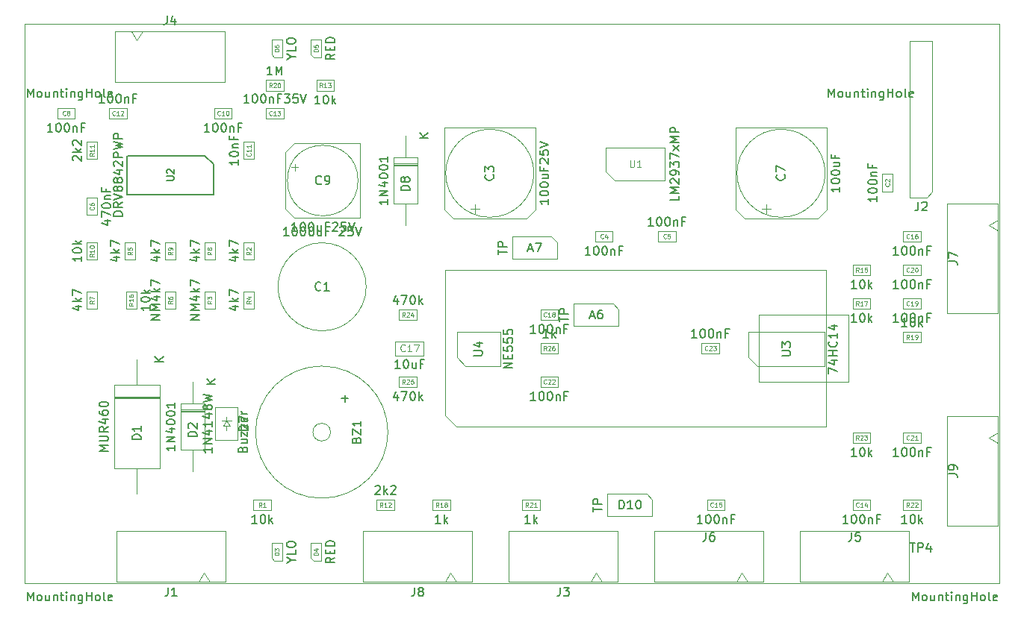
<source format=gbr>
G04 #@! TF.GenerationSoftware,KiCad,Pcbnew,5.1.5-52549c5~86~ubuntu18.04.1*
G04 #@! TF.CreationDate,2020-05-20T16:48:26+05:30*
G04 #@! TF.ProjectId,Resp2,52657370-322e-46b6-9963-61645f706362,rev?*
G04 #@! TF.SameCoordinates,Original*
G04 #@! TF.FileFunction,Other,Fab,Top*
%FSLAX46Y46*%
G04 Gerber Fmt 4.6, Leading zero omitted, Abs format (unit mm)*
G04 Created by KiCad (PCBNEW 5.1.5-52549c5~86~ubuntu18.04.1) date 2020-05-20 16:48:26*
%MOMM*%
%LPD*%
G04 APERTURE LIST*
%ADD10C,0.100000*%
%ADD11C,0.150000*%
%ADD12C,0.080000*%
%ADD13C,0.120000*%
G04 APERTURE END LIST*
D10*
X123190000Y-12700000D02*
X123190000Y-76200000D01*
X12700000Y-12700000D02*
X123190000Y-12700000D01*
X12700000Y-76200000D02*
X12700000Y-12700000D01*
X123190000Y-76200000D02*
X12700000Y-76200000D01*
X79375000Y-44450000D02*
X80010000Y-45085000D01*
X74930000Y-44450000D02*
X79375000Y-44450000D01*
X74930000Y-46990000D02*
X74930000Y-44450000D01*
X80010000Y-46990000D02*
X74930000Y-46990000D01*
X80010000Y-45085000D02*
X80010000Y-46990000D01*
X72390000Y-36830000D02*
X73025000Y-37465000D01*
X67945000Y-36830000D02*
X72390000Y-36830000D01*
X67945000Y-39370000D02*
X67945000Y-36830000D01*
X73025000Y-39370000D02*
X67945000Y-39370000D01*
X73025000Y-37465000D02*
X73025000Y-39370000D01*
X83185000Y-66040000D02*
X83820000Y-66675000D01*
X78740000Y-66040000D02*
X83185000Y-66040000D01*
X78740000Y-68580000D02*
X78740000Y-66040000D01*
X83820000Y-68580000D02*
X78740000Y-68580000D01*
X83820000Y-66675000D02*
X83820000Y-68580000D01*
X33100000Y-56500000D02*
X30400000Y-56500000D01*
X33100000Y-56700000D02*
X30400000Y-56700000D01*
X33100000Y-56600000D02*
X30400000Y-56600000D01*
X31750000Y-63500000D02*
X31750000Y-61020000D01*
X31750000Y-53340000D02*
X31750000Y-55820000D01*
X33100000Y-61020000D02*
X33100000Y-55820000D01*
X30400000Y-61020000D02*
X33100000Y-61020000D01*
X30400000Y-55820000D02*
X30400000Y-61020000D01*
X33100000Y-55820000D02*
X30400000Y-55820000D01*
X60325000Y-40640000D02*
X103505000Y-40640000D01*
X60325000Y-57150000D02*
X60325000Y-40640000D01*
X61595000Y-58420000D02*
X60325000Y-57150000D01*
X103505000Y-58420000D02*
X61595000Y-58420000D01*
X103505000Y-40640000D02*
X103505000Y-58420000D01*
X106045000Y-53340000D02*
X95885000Y-53340000D01*
X106045000Y-45720000D02*
X106045000Y-53340000D01*
X95885000Y-45720000D02*
X106045000Y-45720000D01*
X95885000Y-53340000D02*
X95885000Y-45720000D01*
X36810000Y-56180000D02*
X36810000Y-59980000D01*
X36810000Y-59980000D02*
X34310000Y-59980000D01*
X34310000Y-59980000D02*
X34310000Y-56180000D01*
X34310000Y-56180000D02*
X36810000Y-56180000D01*
X35560000Y-57330000D02*
X35560000Y-57730000D01*
X35560000Y-57730000D02*
X36110000Y-57730000D01*
X35560000Y-57730000D02*
X35010000Y-57730000D01*
X35560000Y-57730000D02*
X35960000Y-58330000D01*
X35960000Y-58330000D02*
X35160000Y-58330000D01*
X35160000Y-58330000D02*
X35560000Y-57730000D01*
X35560000Y-58330000D02*
X35560000Y-58830000D01*
X35470000Y-76010000D02*
X35470000Y-70260000D01*
X35470000Y-70260000D02*
X23070000Y-70260000D01*
X23070000Y-70260000D02*
X23070000Y-76010000D01*
X23070000Y-76010000D02*
X35470000Y-76010000D01*
X33645000Y-76010000D02*
X33020000Y-75010000D01*
X33020000Y-75010000D02*
X32395000Y-76010000D01*
X122000000Y-35560000D02*
X123000000Y-36185000D01*
X123000000Y-34935000D02*
X122000000Y-35560000D01*
X123000000Y-45510000D02*
X123000000Y-33110000D01*
X117250000Y-45510000D02*
X123000000Y-45510000D01*
X117250000Y-33110000D02*
X117250000Y-45510000D01*
X123000000Y-33110000D02*
X117250000Y-33110000D01*
D11*
X33060000Y-27645000D02*
X34060000Y-28645000D01*
X24360000Y-27645000D02*
X33060000Y-27645000D01*
X24309200Y-32045000D02*
X24309200Y-27645000D01*
X34060000Y-32045000D02*
X24360000Y-32045000D01*
X34060000Y-28645000D02*
X34060000Y-32045000D01*
D10*
X115570000Y-31750000D02*
X114935000Y-32385000D01*
X115570000Y-14605000D02*
X115570000Y-31750000D01*
X113030000Y-14605000D02*
X115570000Y-14605000D01*
X113030000Y-32385000D02*
X113030000Y-14605000D01*
X114935000Y-32385000D02*
X113030000Y-32385000D01*
X51395000Y-42545000D02*
G75*
G03X51395000Y-42545000I-5000000J0D01*
G01*
X28610000Y-37490000D02*
X29810000Y-37490000D01*
X29810000Y-37490000D02*
X29810000Y-39490000D01*
X29810000Y-39490000D02*
X28610000Y-39490000D01*
X28610000Y-39490000D02*
X28610000Y-37490000D01*
X42030000Y-22260000D02*
X42030000Y-23460000D01*
X42030000Y-23460000D02*
X40030000Y-23460000D01*
X40030000Y-23460000D02*
X40030000Y-22260000D01*
X40030000Y-22260000D02*
X42030000Y-22260000D01*
X24250000Y-22260000D02*
X24250000Y-23460000D01*
X24250000Y-23460000D02*
X22250000Y-23460000D01*
X22250000Y-23460000D02*
X22250000Y-22260000D01*
X22250000Y-22260000D02*
X24250000Y-22260000D01*
X37500000Y-26060000D02*
X38700000Y-26060000D01*
X38700000Y-26060000D02*
X38700000Y-28060000D01*
X38700000Y-28060000D02*
X37500000Y-28060000D01*
X37500000Y-28060000D02*
X37500000Y-26060000D01*
X34170000Y-23460000D02*
X34170000Y-22260000D01*
X34170000Y-22260000D02*
X36170000Y-22260000D01*
X36170000Y-22260000D02*
X36170000Y-23460000D01*
X36170000Y-23460000D02*
X34170000Y-23460000D01*
X16390000Y-23460000D02*
X16390000Y-22260000D01*
X16390000Y-22260000D02*
X18390000Y-22260000D01*
X18390000Y-22260000D02*
X18390000Y-23460000D01*
X18390000Y-23460000D02*
X16390000Y-23460000D01*
X20920000Y-34410000D02*
X19720000Y-34410000D01*
X19720000Y-34410000D02*
X19720000Y-32410000D01*
X19720000Y-32410000D02*
X20920000Y-32410000D01*
X20920000Y-32410000D02*
X20920000Y-34410000D01*
X86480000Y-36230000D02*
X86480000Y-37430000D01*
X86480000Y-37430000D02*
X84480000Y-37430000D01*
X84480000Y-37430000D02*
X84480000Y-36230000D01*
X84480000Y-36230000D02*
X86480000Y-36230000D01*
X77350000Y-37430000D02*
X77350000Y-36230000D01*
X77350000Y-36230000D02*
X79350000Y-36230000D01*
X79350000Y-36230000D02*
X79350000Y-37430000D01*
X79350000Y-37430000D02*
X77350000Y-37430000D01*
X109890000Y-29725000D02*
X111090000Y-29725000D01*
X111090000Y-29725000D02*
X111090000Y-31725000D01*
X111090000Y-31725000D02*
X109890000Y-31725000D01*
X109890000Y-31725000D02*
X109890000Y-29725000D01*
X110490000Y-75010000D02*
X109865000Y-76010000D01*
X111115000Y-76010000D02*
X110490000Y-75010000D01*
X100540000Y-76010000D02*
X112940000Y-76010000D01*
X100540000Y-70260000D02*
X100540000Y-76010000D01*
X112940000Y-70260000D02*
X100540000Y-70260000D01*
X112940000Y-76010000D02*
X112940000Y-70260000D01*
X60960000Y-75010000D02*
X60335000Y-76010000D01*
X61585000Y-76010000D02*
X60960000Y-75010000D01*
X51010000Y-76010000D02*
X63410000Y-76010000D01*
X51010000Y-70260000D02*
X51010000Y-76010000D01*
X63410000Y-70260000D02*
X51010000Y-70260000D01*
X63410000Y-76010000D02*
X63410000Y-70260000D01*
X93980000Y-75010000D02*
X93355000Y-76010000D01*
X94605000Y-76010000D02*
X93980000Y-75010000D01*
X84030000Y-76010000D02*
X96430000Y-76010000D01*
X84030000Y-70260000D02*
X84030000Y-76010000D01*
X96430000Y-70260000D02*
X84030000Y-70260000D01*
X96430000Y-76010000D02*
X96430000Y-70260000D01*
X22950000Y-13525000D02*
X22950000Y-19275000D01*
X22950000Y-19275000D02*
X35350000Y-19275000D01*
X35350000Y-19275000D02*
X35350000Y-13525000D01*
X35350000Y-13525000D02*
X22950000Y-13525000D01*
X24775000Y-13525000D02*
X25400000Y-14525000D01*
X25400000Y-14525000D02*
X26025000Y-13525000D01*
X77470000Y-75010000D02*
X76845000Y-76010000D01*
X78095000Y-76010000D02*
X77470000Y-75010000D01*
X67520000Y-76010000D02*
X79920000Y-76010000D01*
X67520000Y-70260000D02*
X67520000Y-76010000D01*
X79920000Y-70260000D02*
X67520000Y-70260000D01*
X79920000Y-76010000D02*
X79920000Y-70260000D01*
X122000000Y-59690000D02*
X123000000Y-60315000D01*
X123000000Y-59065000D02*
X122000000Y-59690000D01*
X123000000Y-69640000D02*
X123000000Y-57240000D01*
X117250000Y-69640000D02*
X123000000Y-69640000D01*
X117250000Y-57240000D02*
X117250000Y-69640000D01*
X123000000Y-57240000D02*
X117250000Y-57240000D01*
X57897500Y-50330000D02*
X54697500Y-50330000D01*
X57897500Y-48730000D02*
X57897500Y-50330000D01*
X54697500Y-48730000D02*
X57897500Y-48730000D01*
X54697500Y-50330000D02*
X54697500Y-48730000D01*
X62660000Y-51545000D02*
X61685000Y-50570000D01*
X66585000Y-51545000D02*
X62660000Y-51545000D01*
X66585000Y-47645000D02*
X66585000Y-51545000D01*
X61685000Y-47645000D02*
X66585000Y-47645000D01*
X61685000Y-50570000D02*
X61685000Y-47645000D01*
X94735000Y-50570000D02*
X94735000Y-47645000D01*
X94735000Y-47645000D02*
X103385000Y-47645000D01*
X103385000Y-47645000D02*
X103385000Y-51545000D01*
X103385000Y-51545000D02*
X95710000Y-51545000D01*
X95710000Y-51545000D02*
X94735000Y-50570000D01*
X79565000Y-30450000D02*
X78565000Y-29450000D01*
X79565000Y-30450000D02*
X85265000Y-30450000D01*
X78565000Y-29450000D02*
X78565000Y-26750000D01*
X85265000Y-30450000D02*
X85265000Y-26750000D01*
X78565000Y-26750000D02*
X85265000Y-26750000D01*
X71145000Y-48930000D02*
X73145000Y-48930000D01*
X71145000Y-50130000D02*
X71145000Y-48930000D01*
X73145000Y-50130000D02*
X71145000Y-50130000D01*
X73145000Y-48930000D02*
X73145000Y-50130000D01*
X57125000Y-53940000D02*
X55125000Y-53940000D01*
X57125000Y-52740000D02*
X57125000Y-53940000D01*
X55125000Y-52740000D02*
X57125000Y-52740000D01*
X55125000Y-53940000D02*
X55125000Y-52740000D01*
X55125000Y-45120000D02*
X57125000Y-45120000D01*
X55125000Y-46320000D02*
X55125000Y-45120000D01*
X57125000Y-46320000D02*
X55125000Y-46320000D01*
X57125000Y-45120000D02*
X57125000Y-46320000D01*
X108560000Y-60290000D02*
X106560000Y-60290000D01*
X108560000Y-59090000D02*
X108560000Y-60290000D01*
X106560000Y-59090000D02*
X108560000Y-59090000D01*
X106560000Y-60290000D02*
X106560000Y-59090000D01*
X112275000Y-67910000D02*
X112275000Y-66710000D01*
X112275000Y-66710000D02*
X114275000Y-66710000D01*
X114275000Y-66710000D02*
X114275000Y-67910000D01*
X114275000Y-67910000D02*
X112275000Y-67910000D01*
X69095000Y-67910000D02*
X69095000Y-66710000D01*
X69095000Y-66710000D02*
X71095000Y-66710000D01*
X71095000Y-66710000D02*
X71095000Y-67910000D01*
X71095000Y-67910000D02*
X69095000Y-67910000D01*
X42030000Y-19085000D02*
X42030000Y-20285000D01*
X42030000Y-20285000D02*
X40030000Y-20285000D01*
X40030000Y-20285000D02*
X40030000Y-19085000D01*
X40030000Y-19085000D02*
X42030000Y-19085000D01*
X112275000Y-47660000D02*
X114275000Y-47660000D01*
X112275000Y-48860000D02*
X112275000Y-47660000D01*
X114275000Y-48860000D02*
X112275000Y-48860000D01*
X114275000Y-47660000D02*
X114275000Y-48860000D01*
X58935000Y-67910000D02*
X58935000Y-66710000D01*
X58935000Y-66710000D02*
X60935000Y-66710000D01*
X60935000Y-66710000D02*
X60935000Y-67910000D01*
X60935000Y-67910000D02*
X58935000Y-67910000D01*
X108560000Y-45050000D02*
X106560000Y-45050000D01*
X108560000Y-43850000D02*
X108560000Y-45050000D01*
X106560000Y-43850000D02*
X108560000Y-43850000D01*
X106560000Y-45050000D02*
X106560000Y-43850000D01*
X25365000Y-45060000D02*
X24165000Y-45060000D01*
X24165000Y-45060000D02*
X24165000Y-43060000D01*
X24165000Y-43060000D02*
X25365000Y-43060000D01*
X25365000Y-43060000D02*
X25365000Y-45060000D01*
X106560000Y-41240000D02*
X106560000Y-40040000D01*
X106560000Y-40040000D02*
X108560000Y-40040000D01*
X108560000Y-40040000D02*
X108560000Y-41240000D01*
X108560000Y-41240000D02*
X106560000Y-41240000D01*
X45745000Y-20285000D02*
X45745000Y-19085000D01*
X45745000Y-19085000D02*
X47745000Y-19085000D01*
X47745000Y-19085000D02*
X47745000Y-20285000D01*
X47745000Y-20285000D02*
X45745000Y-20285000D01*
X54585000Y-66710000D02*
X54585000Y-67910000D01*
X54585000Y-67910000D02*
X52585000Y-67910000D01*
X52585000Y-67910000D02*
X52585000Y-66710000D01*
X52585000Y-66710000D02*
X54585000Y-66710000D01*
X19720000Y-26060000D02*
X20920000Y-26060000D01*
X20920000Y-26060000D02*
X20920000Y-28060000D01*
X20920000Y-28060000D02*
X19720000Y-28060000D01*
X19720000Y-28060000D02*
X19720000Y-26060000D01*
X19720000Y-37490000D02*
X20920000Y-37490000D01*
X20920000Y-37490000D02*
X20920000Y-39490000D01*
X20920000Y-39490000D02*
X19720000Y-39490000D01*
X19720000Y-39490000D02*
X19720000Y-37490000D01*
X33055000Y-37490000D02*
X34255000Y-37490000D01*
X34255000Y-37490000D02*
X34255000Y-39490000D01*
X34255000Y-39490000D02*
X33055000Y-39490000D01*
X33055000Y-39490000D02*
X33055000Y-37490000D01*
X19720000Y-43060000D02*
X20920000Y-43060000D01*
X20920000Y-43060000D02*
X20920000Y-45060000D01*
X20920000Y-45060000D02*
X19720000Y-45060000D01*
X19720000Y-45060000D02*
X19720000Y-43060000D01*
X28610000Y-43060000D02*
X29810000Y-43060000D01*
X29810000Y-43060000D02*
X29810000Y-45060000D01*
X29810000Y-45060000D02*
X28610000Y-45060000D01*
X28610000Y-45060000D02*
X28610000Y-43060000D01*
X24038000Y-37490000D02*
X25238000Y-37490000D01*
X25238000Y-37490000D02*
X25238000Y-39490000D01*
X25238000Y-39490000D02*
X24038000Y-39490000D01*
X24038000Y-39490000D02*
X24038000Y-37490000D01*
X37500000Y-43060000D02*
X38700000Y-43060000D01*
X38700000Y-43060000D02*
X38700000Y-45060000D01*
X38700000Y-45060000D02*
X37500000Y-45060000D01*
X37500000Y-45060000D02*
X37500000Y-43060000D01*
X33055000Y-43060000D02*
X34255000Y-43060000D01*
X34255000Y-43060000D02*
X34255000Y-45060000D01*
X34255000Y-45060000D02*
X33055000Y-45060000D01*
X33055000Y-45060000D02*
X33055000Y-43060000D01*
X37500000Y-37490000D02*
X38700000Y-37490000D01*
X38700000Y-37490000D02*
X38700000Y-39490000D01*
X38700000Y-39490000D02*
X37500000Y-39490000D01*
X37500000Y-39490000D02*
X37500000Y-37490000D01*
X38615000Y-67910000D02*
X38615000Y-66710000D01*
X38615000Y-66710000D02*
X40615000Y-66710000D01*
X40615000Y-66710000D02*
X40615000Y-67910000D01*
X40615000Y-67910000D02*
X38615000Y-67910000D01*
X40675000Y-14485000D02*
X40675000Y-16185000D01*
X40675000Y-16185000D02*
X40975000Y-16485000D01*
X40975000Y-16485000D02*
X41875000Y-16485000D01*
X41875000Y-16485000D02*
X41875000Y-14485000D01*
X41875000Y-14485000D02*
X40675000Y-14485000D01*
X46320000Y-14485000D02*
X45120000Y-14485000D01*
X46320000Y-16485000D02*
X46320000Y-14485000D01*
X45420000Y-16485000D02*
X46320000Y-16485000D01*
X45120000Y-16185000D02*
X45420000Y-16485000D01*
X45120000Y-14485000D02*
X45120000Y-16185000D01*
X45120000Y-71635000D02*
X45120000Y-73335000D01*
X45120000Y-73335000D02*
X45420000Y-73635000D01*
X45420000Y-73635000D02*
X46320000Y-73635000D01*
X46320000Y-73635000D02*
X46320000Y-71635000D01*
X46320000Y-71635000D02*
X45120000Y-71635000D01*
X40675000Y-71635000D02*
X40675000Y-73335000D01*
X40675000Y-73335000D02*
X40975000Y-73635000D01*
X40975000Y-73635000D02*
X41875000Y-73635000D01*
X41875000Y-73635000D02*
X41875000Y-71635000D01*
X41875000Y-71635000D02*
X40675000Y-71635000D01*
X57230000Y-27880000D02*
X54530000Y-27880000D01*
X54530000Y-27880000D02*
X54530000Y-33080000D01*
X54530000Y-33080000D02*
X57230000Y-33080000D01*
X57230000Y-33080000D02*
X57230000Y-27880000D01*
X55880000Y-25400000D02*
X55880000Y-27880000D01*
X55880000Y-35560000D02*
X55880000Y-33080000D01*
X57230000Y-28660000D02*
X54530000Y-28660000D01*
X57230000Y-28760000D02*
X54530000Y-28760000D01*
X57230000Y-28560000D02*
X54530000Y-28560000D01*
X28000000Y-53670000D02*
X22800000Y-53670000D01*
X22800000Y-53670000D02*
X22800000Y-63170000D01*
X22800000Y-63170000D02*
X28000000Y-63170000D01*
X28000000Y-63170000D02*
X28000000Y-53670000D01*
X25400000Y-50800000D02*
X25400000Y-53670000D01*
X25400000Y-66040000D02*
X25400000Y-63170000D01*
X28000000Y-55095000D02*
X22800000Y-55095000D01*
X28000000Y-55195000D02*
X22800000Y-55195000D01*
X28000000Y-54995000D02*
X22800000Y-54995000D01*
X89415000Y-48930000D02*
X91415000Y-48930000D01*
X89415000Y-50130000D02*
X89415000Y-48930000D01*
X91415000Y-50130000D02*
X89415000Y-50130000D01*
X91415000Y-48930000D02*
X91415000Y-50130000D01*
X73145000Y-53940000D02*
X71145000Y-53940000D01*
X73145000Y-52740000D02*
X73145000Y-53940000D01*
X71145000Y-52740000D02*
X73145000Y-52740000D01*
X71145000Y-53940000D02*
X71145000Y-52740000D01*
X114275000Y-60290000D02*
X112275000Y-60290000D01*
X114275000Y-59090000D02*
X114275000Y-60290000D01*
X112275000Y-59090000D02*
X114275000Y-59090000D01*
X112275000Y-60290000D02*
X112275000Y-59090000D01*
X114275000Y-41240000D02*
X112275000Y-41240000D01*
X114275000Y-40040000D02*
X114275000Y-41240000D01*
X112275000Y-40040000D02*
X114275000Y-40040000D01*
X112275000Y-41240000D02*
X112275000Y-40040000D01*
X114275000Y-45050000D02*
X112275000Y-45050000D01*
X114275000Y-43850000D02*
X114275000Y-45050000D01*
X112275000Y-43850000D02*
X114275000Y-43850000D01*
X112275000Y-45050000D02*
X112275000Y-43850000D01*
X73145000Y-46320000D02*
X71145000Y-46320000D01*
X73145000Y-45120000D02*
X73145000Y-46320000D01*
X71145000Y-45120000D02*
X73145000Y-45120000D01*
X71145000Y-46320000D02*
X71145000Y-45120000D01*
X112275000Y-37430000D02*
X112275000Y-36230000D01*
X112275000Y-36230000D02*
X114275000Y-36230000D01*
X114275000Y-36230000D02*
X114275000Y-37430000D01*
X114275000Y-37430000D02*
X112275000Y-37430000D01*
X90050000Y-67910000D02*
X90050000Y-66710000D01*
X90050000Y-66710000D02*
X92050000Y-66710000D01*
X92050000Y-66710000D02*
X92050000Y-67910000D01*
X92050000Y-67910000D02*
X90050000Y-67910000D01*
X108560000Y-67910000D02*
X106560000Y-67910000D01*
X108560000Y-66710000D02*
X108560000Y-67910000D01*
X106560000Y-66710000D02*
X108560000Y-66710000D01*
X106560000Y-67910000D02*
X106560000Y-66710000D01*
X50465000Y-30480000D02*
G75*
G03X50465000Y-30480000I-4000000J0D01*
G01*
X50715000Y-26230000D02*
X50715000Y-34730000D01*
X43215000Y-26230000D02*
X50715000Y-26230000D01*
X43215000Y-34730000D02*
X50715000Y-34730000D01*
X42215000Y-27230000D02*
X42215000Y-33730000D01*
X42215000Y-27230000D02*
X43215000Y-26230000D01*
X42215000Y-33730000D02*
X43215000Y-34730000D01*
X42902722Y-28980000D02*
X43702722Y-28980000D01*
X43302722Y-28580000D02*
X43302722Y-29380000D01*
X103425000Y-29655000D02*
G75*
G03X103425000Y-29655000I-5000000J0D01*
G01*
X93275000Y-24505000D02*
X103575000Y-24505000D01*
X93275000Y-33805000D02*
X93275000Y-24505000D01*
X103575000Y-33805000D02*
X103575000Y-24505000D01*
X94275000Y-34805000D02*
X102575000Y-34805000D01*
X94275000Y-34805000D02*
X93275000Y-33805000D01*
X102575000Y-34805000D02*
X103575000Y-33805000D01*
X96725000Y-34213325D02*
X96725000Y-33213325D01*
X96225000Y-33713325D02*
X97225000Y-33713325D01*
X70405000Y-29655000D02*
G75*
G03X70405000Y-29655000I-5000000J0D01*
G01*
X60255000Y-24505000D02*
X70555000Y-24505000D01*
X60255000Y-33805000D02*
X60255000Y-24505000D01*
X70555000Y-33805000D02*
X70555000Y-24505000D01*
X61255000Y-34805000D02*
X69555000Y-34805000D01*
X61255000Y-34805000D02*
X60255000Y-33805000D01*
X69555000Y-34805000D02*
X70555000Y-33805000D01*
X63705000Y-34213325D02*
X63705000Y-33213325D01*
X63205000Y-33713325D02*
X64205000Y-33713325D01*
X47355000Y-59045000D02*
G75*
G03X47355000Y-59045000I-1000000J0D01*
G01*
X53855000Y-59045000D02*
G75*
G03X53855000Y-59045000I-7500000J0D01*
G01*
D11*
X73322380Y-46505714D02*
X73322380Y-45934285D01*
X74322380Y-46220000D02*
X73322380Y-46220000D01*
X74322380Y-45600952D02*
X73322380Y-45600952D01*
X73322380Y-45220000D01*
X73370000Y-45124761D01*
X73417619Y-45077142D01*
X73512857Y-45029523D01*
X73655714Y-45029523D01*
X73750952Y-45077142D01*
X73798571Y-45124761D01*
X73846190Y-45220000D01*
X73846190Y-45600952D01*
X76755714Y-45886666D02*
X77231904Y-45886666D01*
X76660476Y-46172380D02*
X76993809Y-45172380D01*
X77327142Y-46172380D01*
X78089047Y-45172380D02*
X77898571Y-45172380D01*
X77803333Y-45220000D01*
X77755714Y-45267619D01*
X77660476Y-45410476D01*
X77612857Y-45600952D01*
X77612857Y-45981904D01*
X77660476Y-46077142D01*
X77708095Y-46124761D01*
X77803333Y-46172380D01*
X77993809Y-46172380D01*
X78089047Y-46124761D01*
X78136666Y-46077142D01*
X78184285Y-45981904D01*
X78184285Y-45743809D01*
X78136666Y-45648571D01*
X78089047Y-45600952D01*
X77993809Y-45553333D01*
X77803333Y-45553333D01*
X77708095Y-45600952D01*
X77660476Y-45648571D01*
X77612857Y-45743809D01*
X66337380Y-38885714D02*
X66337380Y-38314285D01*
X67337380Y-38600000D02*
X66337380Y-38600000D01*
X67337380Y-37980952D02*
X66337380Y-37980952D01*
X66337380Y-37600000D01*
X66385000Y-37504761D01*
X66432619Y-37457142D01*
X66527857Y-37409523D01*
X66670714Y-37409523D01*
X66765952Y-37457142D01*
X66813571Y-37504761D01*
X66861190Y-37600000D01*
X66861190Y-37980952D01*
X69770714Y-38266666D02*
X70246904Y-38266666D01*
X69675476Y-38552380D02*
X70008809Y-37552380D01*
X70342142Y-38552380D01*
X70580238Y-37552380D02*
X71246904Y-37552380D01*
X70818333Y-38552380D01*
X77132380Y-68095714D02*
X77132380Y-67524285D01*
X78132380Y-67810000D02*
X77132380Y-67810000D01*
X78132380Y-67190952D02*
X77132380Y-67190952D01*
X77132380Y-66810000D01*
X77180000Y-66714761D01*
X77227619Y-66667142D01*
X77322857Y-66619523D01*
X77465714Y-66619523D01*
X77560952Y-66667142D01*
X77608571Y-66714761D01*
X77656190Y-66810000D01*
X77656190Y-67190952D01*
X80065714Y-67762380D02*
X80065714Y-66762380D01*
X80303809Y-66762380D01*
X80446666Y-66810000D01*
X80541904Y-66905238D01*
X80589523Y-67000476D01*
X80637142Y-67190952D01*
X80637142Y-67333809D01*
X80589523Y-67524285D01*
X80541904Y-67619523D01*
X80446666Y-67714761D01*
X80303809Y-67762380D01*
X80065714Y-67762380D01*
X81589523Y-67762380D02*
X81018095Y-67762380D01*
X81303809Y-67762380D02*
X81303809Y-66762380D01*
X81208571Y-66905238D01*
X81113333Y-67000476D01*
X81018095Y-67048095D01*
X82208571Y-66762380D02*
X82303809Y-66762380D01*
X82399047Y-66810000D01*
X82446666Y-66857619D01*
X82494285Y-66952857D01*
X82541904Y-67143333D01*
X82541904Y-67381428D01*
X82494285Y-67571904D01*
X82446666Y-67667142D01*
X82399047Y-67714761D01*
X82303809Y-67762380D01*
X82208571Y-67762380D01*
X82113333Y-67714761D01*
X82065714Y-67667142D01*
X82018095Y-67571904D01*
X81970476Y-67381428D01*
X81970476Y-67143333D01*
X82018095Y-66952857D01*
X82065714Y-66857619D01*
X82113333Y-66810000D01*
X82208571Y-66762380D01*
X113038095Y-71632380D02*
X113609523Y-71632380D01*
X113323809Y-72632380D02*
X113323809Y-71632380D01*
X113942857Y-72632380D02*
X113942857Y-71632380D01*
X114323809Y-71632380D01*
X114419047Y-71680000D01*
X114466666Y-71727619D01*
X114514285Y-71822857D01*
X114514285Y-71965714D01*
X114466666Y-72060952D01*
X114419047Y-72108571D01*
X114323809Y-72156190D01*
X113942857Y-72156190D01*
X115371428Y-71965714D02*
X115371428Y-72632380D01*
X115133333Y-71584761D02*
X114895238Y-72299047D01*
X115514285Y-72299047D01*
X29732380Y-60562857D02*
X29732380Y-61134285D01*
X29732380Y-60848571D02*
X28732380Y-60848571D01*
X28875238Y-60943809D01*
X28970476Y-61039047D01*
X29018095Y-61134285D01*
X29732380Y-60134285D02*
X28732380Y-60134285D01*
X29732380Y-59562857D01*
X28732380Y-59562857D01*
X29065714Y-58658095D02*
X29732380Y-58658095D01*
X28684761Y-58896190D02*
X29399047Y-59134285D01*
X29399047Y-58515238D01*
X28732380Y-57943809D02*
X28732380Y-57848571D01*
X28780000Y-57753333D01*
X28827619Y-57705714D01*
X28922857Y-57658095D01*
X29113333Y-57610476D01*
X29351428Y-57610476D01*
X29541904Y-57658095D01*
X29637142Y-57705714D01*
X29684761Y-57753333D01*
X29732380Y-57848571D01*
X29732380Y-57943809D01*
X29684761Y-58039047D01*
X29637142Y-58086666D01*
X29541904Y-58134285D01*
X29351428Y-58181904D01*
X29113333Y-58181904D01*
X28922857Y-58134285D01*
X28827619Y-58086666D01*
X28780000Y-58039047D01*
X28732380Y-57943809D01*
X28732380Y-56991428D02*
X28732380Y-56896190D01*
X28780000Y-56800952D01*
X28827619Y-56753333D01*
X28922857Y-56705714D01*
X29113333Y-56658095D01*
X29351428Y-56658095D01*
X29541904Y-56705714D01*
X29637142Y-56753333D01*
X29684761Y-56800952D01*
X29732380Y-56896190D01*
X29732380Y-56991428D01*
X29684761Y-57086666D01*
X29637142Y-57134285D01*
X29541904Y-57181904D01*
X29351428Y-57229523D01*
X29113333Y-57229523D01*
X28922857Y-57181904D01*
X28827619Y-57134285D01*
X28780000Y-57086666D01*
X28732380Y-56991428D01*
X29732380Y-55705714D02*
X29732380Y-56277142D01*
X29732380Y-55991428D02*
X28732380Y-55991428D01*
X28875238Y-56086666D01*
X28970476Y-56181904D01*
X29018095Y-56277142D01*
X34302380Y-53601904D02*
X33302380Y-53601904D01*
X34302380Y-53030476D02*
X33730952Y-53459047D01*
X33302380Y-53030476D02*
X33873809Y-53601904D01*
X32202380Y-59548095D02*
X31202380Y-59548095D01*
X31202380Y-59310000D01*
X31250000Y-59167142D01*
X31345238Y-59071904D01*
X31440476Y-59024285D01*
X31630952Y-58976666D01*
X31773809Y-58976666D01*
X31964285Y-59024285D01*
X32059523Y-59071904D01*
X32154761Y-59167142D01*
X32202380Y-59310000D01*
X32202380Y-59548095D01*
X31297619Y-58595714D02*
X31250000Y-58548095D01*
X31202380Y-58452857D01*
X31202380Y-58214761D01*
X31250000Y-58119523D01*
X31297619Y-58071904D01*
X31392857Y-58024285D01*
X31488095Y-58024285D01*
X31630952Y-58071904D01*
X32202380Y-58643333D01*
X32202380Y-58024285D01*
X33912380Y-60794285D02*
X33912380Y-61365714D01*
X33912380Y-61080000D02*
X32912380Y-61080000D01*
X33055238Y-61175238D01*
X33150476Y-61270476D01*
X33198095Y-61365714D01*
X33912380Y-60365714D02*
X32912380Y-60365714D01*
X33912380Y-59794285D01*
X32912380Y-59794285D01*
X33245714Y-58889523D02*
X33912380Y-58889523D01*
X32864761Y-59127619D02*
X33579047Y-59365714D01*
X33579047Y-58746666D01*
X33912380Y-57841904D02*
X33912380Y-58413333D01*
X33912380Y-58127619D02*
X32912380Y-58127619D01*
X33055238Y-58222857D01*
X33150476Y-58318095D01*
X33198095Y-58413333D01*
X33245714Y-56984761D02*
X33912380Y-56984761D01*
X32864761Y-57222857D02*
X33579047Y-57460952D01*
X33579047Y-56841904D01*
X33340952Y-56318095D02*
X33293333Y-56413333D01*
X33245714Y-56460952D01*
X33150476Y-56508571D01*
X33102857Y-56508571D01*
X33007619Y-56460952D01*
X32960000Y-56413333D01*
X32912380Y-56318095D01*
X32912380Y-56127619D01*
X32960000Y-56032380D01*
X33007619Y-55984761D01*
X33102857Y-55937142D01*
X33150476Y-55937142D01*
X33245714Y-55984761D01*
X33293333Y-56032380D01*
X33340952Y-56127619D01*
X33340952Y-56318095D01*
X33388571Y-56413333D01*
X33436190Y-56460952D01*
X33531428Y-56508571D01*
X33721904Y-56508571D01*
X33817142Y-56460952D01*
X33864761Y-56413333D01*
X33912380Y-56318095D01*
X33912380Y-56127619D01*
X33864761Y-56032380D01*
X33817142Y-55984761D01*
X33721904Y-55937142D01*
X33531428Y-55937142D01*
X33436190Y-55984761D01*
X33388571Y-56032380D01*
X33340952Y-56127619D01*
X32912380Y-55603809D02*
X33912380Y-55365714D01*
X33198095Y-55175238D01*
X33912380Y-54984761D01*
X32912380Y-54746666D01*
X38012380Y-58818095D02*
X37012380Y-58818095D01*
X37012380Y-58580000D01*
X37060000Y-58437142D01*
X37155238Y-58341904D01*
X37250476Y-58294285D01*
X37440952Y-58246666D01*
X37583809Y-58246666D01*
X37774285Y-58294285D01*
X37869523Y-58341904D01*
X37964761Y-58437142D01*
X38012380Y-58580000D01*
X38012380Y-58818095D01*
X37012380Y-57913333D02*
X37012380Y-57246666D01*
X38012380Y-57675238D01*
X28936666Y-76662380D02*
X28936666Y-77376666D01*
X28889047Y-77519523D01*
X28793809Y-77614761D01*
X28650952Y-77662380D01*
X28555714Y-77662380D01*
X29936666Y-77662380D02*
X29365238Y-77662380D01*
X29650952Y-77662380D02*
X29650952Y-76662380D01*
X29555714Y-76805238D01*
X29460476Y-76900476D01*
X29365238Y-76948095D01*
X117402380Y-39643333D02*
X118116666Y-39643333D01*
X118259523Y-39690952D01*
X118354761Y-39786190D01*
X118402380Y-39929047D01*
X118402380Y-40024285D01*
X117402380Y-39262380D02*
X117402380Y-38595714D01*
X118402380Y-39024285D01*
X23762380Y-34511666D02*
X22762380Y-34511666D01*
X22762380Y-34273571D01*
X22810000Y-34130714D01*
X22905238Y-34035476D01*
X23000476Y-33987857D01*
X23190952Y-33940238D01*
X23333809Y-33940238D01*
X23524285Y-33987857D01*
X23619523Y-34035476D01*
X23714761Y-34130714D01*
X23762380Y-34273571D01*
X23762380Y-34511666D01*
X23762380Y-32940238D02*
X23286190Y-33273571D01*
X23762380Y-33511666D02*
X22762380Y-33511666D01*
X22762380Y-33130714D01*
X22810000Y-33035476D01*
X22857619Y-32987857D01*
X22952857Y-32940238D01*
X23095714Y-32940238D01*
X23190952Y-32987857D01*
X23238571Y-33035476D01*
X23286190Y-33130714D01*
X23286190Y-33511666D01*
X22762380Y-32654523D02*
X23762380Y-32321190D01*
X22762380Y-31987857D01*
X23190952Y-31511666D02*
X23143333Y-31606904D01*
X23095714Y-31654523D01*
X23000476Y-31702142D01*
X22952857Y-31702142D01*
X22857619Y-31654523D01*
X22810000Y-31606904D01*
X22762380Y-31511666D01*
X22762380Y-31321190D01*
X22810000Y-31225952D01*
X22857619Y-31178333D01*
X22952857Y-31130714D01*
X23000476Y-31130714D01*
X23095714Y-31178333D01*
X23143333Y-31225952D01*
X23190952Y-31321190D01*
X23190952Y-31511666D01*
X23238571Y-31606904D01*
X23286190Y-31654523D01*
X23381428Y-31702142D01*
X23571904Y-31702142D01*
X23667142Y-31654523D01*
X23714761Y-31606904D01*
X23762380Y-31511666D01*
X23762380Y-31321190D01*
X23714761Y-31225952D01*
X23667142Y-31178333D01*
X23571904Y-31130714D01*
X23381428Y-31130714D01*
X23286190Y-31178333D01*
X23238571Y-31225952D01*
X23190952Y-31321190D01*
X23190952Y-30559285D02*
X23143333Y-30654523D01*
X23095714Y-30702142D01*
X23000476Y-30749761D01*
X22952857Y-30749761D01*
X22857619Y-30702142D01*
X22810000Y-30654523D01*
X22762380Y-30559285D01*
X22762380Y-30368809D01*
X22810000Y-30273571D01*
X22857619Y-30225952D01*
X22952857Y-30178333D01*
X23000476Y-30178333D01*
X23095714Y-30225952D01*
X23143333Y-30273571D01*
X23190952Y-30368809D01*
X23190952Y-30559285D01*
X23238571Y-30654523D01*
X23286190Y-30702142D01*
X23381428Y-30749761D01*
X23571904Y-30749761D01*
X23667142Y-30702142D01*
X23714761Y-30654523D01*
X23762380Y-30559285D01*
X23762380Y-30368809D01*
X23714761Y-30273571D01*
X23667142Y-30225952D01*
X23571904Y-30178333D01*
X23381428Y-30178333D01*
X23286190Y-30225952D01*
X23238571Y-30273571D01*
X23190952Y-30368809D01*
X23095714Y-29321190D02*
X23762380Y-29321190D01*
X22714761Y-29559285D02*
X23429047Y-29797380D01*
X23429047Y-29178333D01*
X22857619Y-28845000D02*
X22810000Y-28797380D01*
X22762380Y-28702142D01*
X22762380Y-28464047D01*
X22810000Y-28368809D01*
X22857619Y-28321190D01*
X22952857Y-28273571D01*
X23048095Y-28273571D01*
X23190952Y-28321190D01*
X23762380Y-28892619D01*
X23762380Y-28273571D01*
X23762380Y-27845000D02*
X22762380Y-27845000D01*
X22762380Y-27464047D01*
X22810000Y-27368809D01*
X22857619Y-27321190D01*
X22952857Y-27273571D01*
X23095714Y-27273571D01*
X23190952Y-27321190D01*
X23238571Y-27368809D01*
X23286190Y-27464047D01*
X23286190Y-27845000D01*
X22762380Y-26940238D02*
X23762380Y-26702142D01*
X23048095Y-26511666D01*
X23762380Y-26321190D01*
X22762380Y-26083095D01*
X23762380Y-25702142D02*
X22762380Y-25702142D01*
X22762380Y-25321190D01*
X22810000Y-25225952D01*
X22857619Y-25178333D01*
X22952857Y-25130714D01*
X23095714Y-25130714D01*
X23190952Y-25178333D01*
X23238571Y-25225952D01*
X23286190Y-25321190D01*
X23286190Y-25702142D01*
X28771904Y-30454523D02*
X29419523Y-30454523D01*
X29495714Y-30416428D01*
X29533809Y-30378333D01*
X29571904Y-30302142D01*
X29571904Y-30149761D01*
X29533809Y-30073571D01*
X29495714Y-30035476D01*
X29419523Y-29997380D01*
X28771904Y-29997380D01*
X28848095Y-29654523D02*
X28810000Y-29616428D01*
X28771904Y-29540238D01*
X28771904Y-29349761D01*
X28810000Y-29273571D01*
X28848095Y-29235476D01*
X28924285Y-29197380D01*
X29000476Y-29197380D01*
X29114761Y-29235476D01*
X29571904Y-29692619D01*
X29571904Y-29197380D01*
X113966666Y-32897380D02*
X113966666Y-33611666D01*
X113919047Y-33754523D01*
X113823809Y-33849761D01*
X113680952Y-33897380D01*
X113585714Y-33897380D01*
X114395238Y-32992619D02*
X114442857Y-32945000D01*
X114538095Y-32897380D01*
X114776190Y-32897380D01*
X114871428Y-32945000D01*
X114919047Y-32992619D01*
X114966666Y-33087857D01*
X114966666Y-33183095D01*
X114919047Y-33325952D01*
X114347619Y-33897380D01*
X114966666Y-33897380D01*
X42609285Y-36747380D02*
X42037857Y-36747380D01*
X42323571Y-36747380D02*
X42323571Y-35747380D01*
X42228333Y-35890238D01*
X42133095Y-35985476D01*
X42037857Y-36033095D01*
X43228333Y-35747380D02*
X43323571Y-35747380D01*
X43418809Y-35795000D01*
X43466428Y-35842619D01*
X43514047Y-35937857D01*
X43561666Y-36128333D01*
X43561666Y-36366428D01*
X43514047Y-36556904D01*
X43466428Y-36652142D01*
X43418809Y-36699761D01*
X43323571Y-36747380D01*
X43228333Y-36747380D01*
X43133095Y-36699761D01*
X43085476Y-36652142D01*
X43037857Y-36556904D01*
X42990238Y-36366428D01*
X42990238Y-36128333D01*
X43037857Y-35937857D01*
X43085476Y-35842619D01*
X43133095Y-35795000D01*
X43228333Y-35747380D01*
X44180714Y-35747380D02*
X44275952Y-35747380D01*
X44371190Y-35795000D01*
X44418809Y-35842619D01*
X44466428Y-35937857D01*
X44514047Y-36128333D01*
X44514047Y-36366428D01*
X44466428Y-36556904D01*
X44418809Y-36652142D01*
X44371190Y-36699761D01*
X44275952Y-36747380D01*
X44180714Y-36747380D01*
X44085476Y-36699761D01*
X44037857Y-36652142D01*
X43990238Y-36556904D01*
X43942619Y-36366428D01*
X43942619Y-36128333D01*
X43990238Y-35937857D01*
X44037857Y-35842619D01*
X44085476Y-35795000D01*
X44180714Y-35747380D01*
X45133095Y-35747380D02*
X45228333Y-35747380D01*
X45323571Y-35795000D01*
X45371190Y-35842619D01*
X45418809Y-35937857D01*
X45466428Y-36128333D01*
X45466428Y-36366428D01*
X45418809Y-36556904D01*
X45371190Y-36652142D01*
X45323571Y-36699761D01*
X45228333Y-36747380D01*
X45133095Y-36747380D01*
X45037857Y-36699761D01*
X44990238Y-36652142D01*
X44942619Y-36556904D01*
X44895000Y-36366428D01*
X44895000Y-36128333D01*
X44942619Y-35937857D01*
X44990238Y-35842619D01*
X45037857Y-35795000D01*
X45133095Y-35747380D01*
X46323571Y-36080714D02*
X46323571Y-36747380D01*
X45895000Y-36080714D02*
X45895000Y-36604523D01*
X45942619Y-36699761D01*
X46037857Y-36747380D01*
X46180714Y-36747380D01*
X46275952Y-36699761D01*
X46323571Y-36652142D01*
X47133095Y-36223571D02*
X46799761Y-36223571D01*
X46799761Y-36747380D02*
X46799761Y-35747380D01*
X47275952Y-35747380D01*
X48371190Y-35842619D02*
X48418809Y-35795000D01*
X48514047Y-35747380D01*
X48752142Y-35747380D01*
X48847380Y-35795000D01*
X48895000Y-35842619D01*
X48942619Y-35937857D01*
X48942619Y-36033095D01*
X48895000Y-36175952D01*
X48323571Y-36747380D01*
X48942619Y-36747380D01*
X49847380Y-35747380D02*
X49371190Y-35747380D01*
X49323571Y-36223571D01*
X49371190Y-36175952D01*
X49466428Y-36128333D01*
X49704523Y-36128333D01*
X49799761Y-36175952D01*
X49847380Y-36223571D01*
X49895000Y-36318809D01*
X49895000Y-36556904D01*
X49847380Y-36652142D01*
X49799761Y-36699761D01*
X49704523Y-36747380D01*
X49466428Y-36747380D01*
X49371190Y-36699761D01*
X49323571Y-36652142D01*
X50180714Y-35747380D02*
X50514047Y-36747380D01*
X50847380Y-35747380D01*
X46228333Y-42902142D02*
X46180714Y-42949761D01*
X46037857Y-42997380D01*
X45942619Y-42997380D01*
X45799761Y-42949761D01*
X45704523Y-42854523D01*
X45656904Y-42759285D01*
X45609285Y-42568809D01*
X45609285Y-42425952D01*
X45656904Y-42235476D01*
X45704523Y-42140238D01*
X45799761Y-42045000D01*
X45942619Y-41997380D01*
X46037857Y-41997380D01*
X46180714Y-42045000D01*
X46228333Y-42092619D01*
X47180714Y-42997380D02*
X46609285Y-42997380D01*
X46895000Y-42997380D02*
X46895000Y-41997380D01*
X46799761Y-42140238D01*
X46704523Y-42235476D01*
X46609285Y-42283095D01*
X27345714Y-39180476D02*
X28012380Y-39180476D01*
X26964761Y-39418571D02*
X27679047Y-39656666D01*
X27679047Y-39037619D01*
X28012380Y-38656666D02*
X27012380Y-38656666D01*
X27631428Y-38561428D02*
X28012380Y-38275714D01*
X27345714Y-38275714D02*
X27726666Y-38656666D01*
X27012380Y-37942380D02*
X27012380Y-37275714D01*
X28012380Y-37704285D01*
D12*
X29436190Y-38573333D02*
X29198095Y-38740000D01*
X29436190Y-38859047D02*
X28936190Y-38859047D01*
X28936190Y-38668571D01*
X28960000Y-38620952D01*
X28983809Y-38597142D01*
X29031428Y-38573333D01*
X29102857Y-38573333D01*
X29150476Y-38597142D01*
X29174285Y-38620952D01*
X29198095Y-38668571D01*
X29198095Y-38859047D01*
X29436190Y-38335238D02*
X29436190Y-38240000D01*
X29412380Y-38192380D01*
X29388571Y-38168571D01*
X29317142Y-38120952D01*
X29221904Y-38097142D01*
X29031428Y-38097142D01*
X28983809Y-38120952D01*
X28960000Y-38144761D01*
X28936190Y-38192380D01*
X28936190Y-38287619D01*
X28960000Y-38335238D01*
X28983809Y-38359047D01*
X29031428Y-38382857D01*
X29150476Y-38382857D01*
X29198095Y-38359047D01*
X29221904Y-38335238D01*
X29245714Y-38287619D01*
X29245714Y-38192380D01*
X29221904Y-38144761D01*
X29198095Y-38120952D01*
X29150476Y-38097142D01*
D11*
X103799285Y-21027380D02*
X103799285Y-20027380D01*
X104132619Y-20741666D01*
X104465952Y-20027380D01*
X104465952Y-21027380D01*
X105085000Y-21027380D02*
X104989761Y-20979761D01*
X104942142Y-20932142D01*
X104894523Y-20836904D01*
X104894523Y-20551190D01*
X104942142Y-20455952D01*
X104989761Y-20408333D01*
X105085000Y-20360714D01*
X105227857Y-20360714D01*
X105323095Y-20408333D01*
X105370714Y-20455952D01*
X105418333Y-20551190D01*
X105418333Y-20836904D01*
X105370714Y-20932142D01*
X105323095Y-20979761D01*
X105227857Y-21027380D01*
X105085000Y-21027380D01*
X106275476Y-20360714D02*
X106275476Y-21027380D01*
X105846904Y-20360714D02*
X105846904Y-20884523D01*
X105894523Y-20979761D01*
X105989761Y-21027380D01*
X106132619Y-21027380D01*
X106227857Y-20979761D01*
X106275476Y-20932142D01*
X106751666Y-20360714D02*
X106751666Y-21027380D01*
X106751666Y-20455952D02*
X106799285Y-20408333D01*
X106894523Y-20360714D01*
X107037380Y-20360714D01*
X107132619Y-20408333D01*
X107180238Y-20503571D01*
X107180238Y-21027380D01*
X107513571Y-20360714D02*
X107894523Y-20360714D01*
X107656428Y-20027380D02*
X107656428Y-20884523D01*
X107704047Y-20979761D01*
X107799285Y-21027380D01*
X107894523Y-21027380D01*
X108227857Y-21027380D02*
X108227857Y-20360714D01*
X108227857Y-20027380D02*
X108180238Y-20075000D01*
X108227857Y-20122619D01*
X108275476Y-20075000D01*
X108227857Y-20027380D01*
X108227857Y-20122619D01*
X108704047Y-20360714D02*
X108704047Y-21027380D01*
X108704047Y-20455952D02*
X108751666Y-20408333D01*
X108846904Y-20360714D01*
X108989761Y-20360714D01*
X109085000Y-20408333D01*
X109132619Y-20503571D01*
X109132619Y-21027380D01*
X110037380Y-20360714D02*
X110037380Y-21170238D01*
X109989761Y-21265476D01*
X109942142Y-21313095D01*
X109846904Y-21360714D01*
X109704047Y-21360714D01*
X109608809Y-21313095D01*
X110037380Y-20979761D02*
X109942142Y-21027380D01*
X109751666Y-21027380D01*
X109656428Y-20979761D01*
X109608809Y-20932142D01*
X109561190Y-20836904D01*
X109561190Y-20551190D01*
X109608809Y-20455952D01*
X109656428Y-20408333D01*
X109751666Y-20360714D01*
X109942142Y-20360714D01*
X110037380Y-20408333D01*
X110513571Y-21027380D02*
X110513571Y-20027380D01*
X110513571Y-20503571D02*
X111085000Y-20503571D01*
X111085000Y-21027380D02*
X111085000Y-20027380D01*
X111704047Y-21027380D02*
X111608809Y-20979761D01*
X111561190Y-20932142D01*
X111513571Y-20836904D01*
X111513571Y-20551190D01*
X111561190Y-20455952D01*
X111608809Y-20408333D01*
X111704047Y-20360714D01*
X111846904Y-20360714D01*
X111942142Y-20408333D01*
X111989761Y-20455952D01*
X112037380Y-20551190D01*
X112037380Y-20836904D01*
X111989761Y-20932142D01*
X111942142Y-20979761D01*
X111846904Y-21027380D01*
X111704047Y-21027380D01*
X112608809Y-21027380D02*
X112513571Y-20979761D01*
X112465952Y-20884523D01*
X112465952Y-20027380D01*
X113370714Y-20979761D02*
X113275476Y-21027380D01*
X113085000Y-21027380D01*
X112989761Y-20979761D01*
X112942142Y-20884523D01*
X112942142Y-20503571D01*
X112989761Y-20408333D01*
X113085000Y-20360714D01*
X113275476Y-20360714D01*
X113370714Y-20408333D01*
X113418333Y-20503571D01*
X113418333Y-20598809D01*
X112942142Y-20694047D01*
X12994285Y-21027380D02*
X12994285Y-20027380D01*
X13327619Y-20741666D01*
X13660952Y-20027380D01*
X13660952Y-21027380D01*
X14280000Y-21027380D02*
X14184761Y-20979761D01*
X14137142Y-20932142D01*
X14089523Y-20836904D01*
X14089523Y-20551190D01*
X14137142Y-20455952D01*
X14184761Y-20408333D01*
X14280000Y-20360714D01*
X14422857Y-20360714D01*
X14518095Y-20408333D01*
X14565714Y-20455952D01*
X14613333Y-20551190D01*
X14613333Y-20836904D01*
X14565714Y-20932142D01*
X14518095Y-20979761D01*
X14422857Y-21027380D01*
X14280000Y-21027380D01*
X15470476Y-20360714D02*
X15470476Y-21027380D01*
X15041904Y-20360714D02*
X15041904Y-20884523D01*
X15089523Y-20979761D01*
X15184761Y-21027380D01*
X15327619Y-21027380D01*
X15422857Y-20979761D01*
X15470476Y-20932142D01*
X15946666Y-20360714D02*
X15946666Y-21027380D01*
X15946666Y-20455952D02*
X15994285Y-20408333D01*
X16089523Y-20360714D01*
X16232380Y-20360714D01*
X16327619Y-20408333D01*
X16375238Y-20503571D01*
X16375238Y-21027380D01*
X16708571Y-20360714D02*
X17089523Y-20360714D01*
X16851428Y-20027380D02*
X16851428Y-20884523D01*
X16899047Y-20979761D01*
X16994285Y-21027380D01*
X17089523Y-21027380D01*
X17422857Y-21027380D02*
X17422857Y-20360714D01*
X17422857Y-20027380D02*
X17375238Y-20075000D01*
X17422857Y-20122619D01*
X17470476Y-20075000D01*
X17422857Y-20027380D01*
X17422857Y-20122619D01*
X17899047Y-20360714D02*
X17899047Y-21027380D01*
X17899047Y-20455952D02*
X17946666Y-20408333D01*
X18041904Y-20360714D01*
X18184761Y-20360714D01*
X18280000Y-20408333D01*
X18327619Y-20503571D01*
X18327619Y-21027380D01*
X19232380Y-20360714D02*
X19232380Y-21170238D01*
X19184761Y-21265476D01*
X19137142Y-21313095D01*
X19041904Y-21360714D01*
X18899047Y-21360714D01*
X18803809Y-21313095D01*
X19232380Y-20979761D02*
X19137142Y-21027380D01*
X18946666Y-21027380D01*
X18851428Y-20979761D01*
X18803809Y-20932142D01*
X18756190Y-20836904D01*
X18756190Y-20551190D01*
X18803809Y-20455952D01*
X18851428Y-20408333D01*
X18946666Y-20360714D01*
X19137142Y-20360714D01*
X19232380Y-20408333D01*
X19708571Y-21027380D02*
X19708571Y-20027380D01*
X19708571Y-20503571D02*
X20280000Y-20503571D01*
X20280000Y-21027380D02*
X20280000Y-20027380D01*
X20899047Y-21027380D02*
X20803809Y-20979761D01*
X20756190Y-20932142D01*
X20708571Y-20836904D01*
X20708571Y-20551190D01*
X20756190Y-20455952D01*
X20803809Y-20408333D01*
X20899047Y-20360714D01*
X21041904Y-20360714D01*
X21137142Y-20408333D01*
X21184761Y-20455952D01*
X21232380Y-20551190D01*
X21232380Y-20836904D01*
X21184761Y-20932142D01*
X21137142Y-20979761D01*
X21041904Y-21027380D01*
X20899047Y-21027380D01*
X21803809Y-21027380D02*
X21708571Y-20979761D01*
X21660952Y-20884523D01*
X21660952Y-20027380D01*
X22565714Y-20979761D02*
X22470476Y-21027380D01*
X22280000Y-21027380D01*
X22184761Y-20979761D01*
X22137142Y-20884523D01*
X22137142Y-20503571D01*
X22184761Y-20408333D01*
X22280000Y-20360714D01*
X22470476Y-20360714D01*
X22565714Y-20408333D01*
X22613333Y-20503571D01*
X22613333Y-20598809D01*
X22137142Y-20694047D01*
X12994285Y-78177380D02*
X12994285Y-77177380D01*
X13327619Y-77891666D01*
X13660952Y-77177380D01*
X13660952Y-78177380D01*
X14280000Y-78177380D02*
X14184761Y-78129761D01*
X14137142Y-78082142D01*
X14089523Y-77986904D01*
X14089523Y-77701190D01*
X14137142Y-77605952D01*
X14184761Y-77558333D01*
X14280000Y-77510714D01*
X14422857Y-77510714D01*
X14518095Y-77558333D01*
X14565714Y-77605952D01*
X14613333Y-77701190D01*
X14613333Y-77986904D01*
X14565714Y-78082142D01*
X14518095Y-78129761D01*
X14422857Y-78177380D01*
X14280000Y-78177380D01*
X15470476Y-77510714D02*
X15470476Y-78177380D01*
X15041904Y-77510714D02*
X15041904Y-78034523D01*
X15089523Y-78129761D01*
X15184761Y-78177380D01*
X15327619Y-78177380D01*
X15422857Y-78129761D01*
X15470476Y-78082142D01*
X15946666Y-77510714D02*
X15946666Y-78177380D01*
X15946666Y-77605952D02*
X15994285Y-77558333D01*
X16089523Y-77510714D01*
X16232380Y-77510714D01*
X16327619Y-77558333D01*
X16375238Y-77653571D01*
X16375238Y-78177380D01*
X16708571Y-77510714D02*
X17089523Y-77510714D01*
X16851428Y-77177380D02*
X16851428Y-78034523D01*
X16899047Y-78129761D01*
X16994285Y-78177380D01*
X17089523Y-78177380D01*
X17422857Y-78177380D02*
X17422857Y-77510714D01*
X17422857Y-77177380D02*
X17375238Y-77225000D01*
X17422857Y-77272619D01*
X17470476Y-77225000D01*
X17422857Y-77177380D01*
X17422857Y-77272619D01*
X17899047Y-77510714D02*
X17899047Y-78177380D01*
X17899047Y-77605952D02*
X17946666Y-77558333D01*
X18041904Y-77510714D01*
X18184761Y-77510714D01*
X18280000Y-77558333D01*
X18327619Y-77653571D01*
X18327619Y-78177380D01*
X19232380Y-77510714D02*
X19232380Y-78320238D01*
X19184761Y-78415476D01*
X19137142Y-78463095D01*
X19041904Y-78510714D01*
X18899047Y-78510714D01*
X18803809Y-78463095D01*
X19232380Y-78129761D02*
X19137142Y-78177380D01*
X18946666Y-78177380D01*
X18851428Y-78129761D01*
X18803809Y-78082142D01*
X18756190Y-77986904D01*
X18756190Y-77701190D01*
X18803809Y-77605952D01*
X18851428Y-77558333D01*
X18946666Y-77510714D01*
X19137142Y-77510714D01*
X19232380Y-77558333D01*
X19708571Y-78177380D02*
X19708571Y-77177380D01*
X19708571Y-77653571D02*
X20280000Y-77653571D01*
X20280000Y-78177380D02*
X20280000Y-77177380D01*
X20899047Y-78177380D02*
X20803809Y-78129761D01*
X20756190Y-78082142D01*
X20708571Y-77986904D01*
X20708571Y-77701190D01*
X20756190Y-77605952D01*
X20803809Y-77558333D01*
X20899047Y-77510714D01*
X21041904Y-77510714D01*
X21137142Y-77558333D01*
X21184761Y-77605952D01*
X21232380Y-77701190D01*
X21232380Y-77986904D01*
X21184761Y-78082142D01*
X21137142Y-78129761D01*
X21041904Y-78177380D01*
X20899047Y-78177380D01*
X21803809Y-78177380D02*
X21708571Y-78129761D01*
X21660952Y-78034523D01*
X21660952Y-77177380D01*
X22565714Y-78129761D02*
X22470476Y-78177380D01*
X22280000Y-78177380D01*
X22184761Y-78129761D01*
X22137142Y-78034523D01*
X22137142Y-77653571D01*
X22184761Y-77558333D01*
X22280000Y-77510714D01*
X22470476Y-77510714D01*
X22565714Y-77558333D01*
X22613333Y-77653571D01*
X22613333Y-77748809D01*
X22137142Y-77844047D01*
X113324285Y-78177380D02*
X113324285Y-77177380D01*
X113657619Y-77891666D01*
X113990952Y-77177380D01*
X113990952Y-78177380D01*
X114610000Y-78177380D02*
X114514761Y-78129761D01*
X114467142Y-78082142D01*
X114419523Y-77986904D01*
X114419523Y-77701190D01*
X114467142Y-77605952D01*
X114514761Y-77558333D01*
X114610000Y-77510714D01*
X114752857Y-77510714D01*
X114848095Y-77558333D01*
X114895714Y-77605952D01*
X114943333Y-77701190D01*
X114943333Y-77986904D01*
X114895714Y-78082142D01*
X114848095Y-78129761D01*
X114752857Y-78177380D01*
X114610000Y-78177380D01*
X115800476Y-77510714D02*
X115800476Y-78177380D01*
X115371904Y-77510714D02*
X115371904Y-78034523D01*
X115419523Y-78129761D01*
X115514761Y-78177380D01*
X115657619Y-78177380D01*
X115752857Y-78129761D01*
X115800476Y-78082142D01*
X116276666Y-77510714D02*
X116276666Y-78177380D01*
X116276666Y-77605952D02*
X116324285Y-77558333D01*
X116419523Y-77510714D01*
X116562380Y-77510714D01*
X116657619Y-77558333D01*
X116705238Y-77653571D01*
X116705238Y-78177380D01*
X117038571Y-77510714D02*
X117419523Y-77510714D01*
X117181428Y-77177380D02*
X117181428Y-78034523D01*
X117229047Y-78129761D01*
X117324285Y-78177380D01*
X117419523Y-78177380D01*
X117752857Y-78177380D02*
X117752857Y-77510714D01*
X117752857Y-77177380D02*
X117705238Y-77225000D01*
X117752857Y-77272619D01*
X117800476Y-77225000D01*
X117752857Y-77177380D01*
X117752857Y-77272619D01*
X118229047Y-77510714D02*
X118229047Y-78177380D01*
X118229047Y-77605952D02*
X118276666Y-77558333D01*
X118371904Y-77510714D01*
X118514761Y-77510714D01*
X118610000Y-77558333D01*
X118657619Y-77653571D01*
X118657619Y-78177380D01*
X119562380Y-77510714D02*
X119562380Y-78320238D01*
X119514761Y-78415476D01*
X119467142Y-78463095D01*
X119371904Y-78510714D01*
X119229047Y-78510714D01*
X119133809Y-78463095D01*
X119562380Y-78129761D02*
X119467142Y-78177380D01*
X119276666Y-78177380D01*
X119181428Y-78129761D01*
X119133809Y-78082142D01*
X119086190Y-77986904D01*
X119086190Y-77701190D01*
X119133809Y-77605952D01*
X119181428Y-77558333D01*
X119276666Y-77510714D01*
X119467142Y-77510714D01*
X119562380Y-77558333D01*
X120038571Y-78177380D02*
X120038571Y-77177380D01*
X120038571Y-77653571D02*
X120610000Y-77653571D01*
X120610000Y-78177380D02*
X120610000Y-77177380D01*
X121229047Y-78177380D02*
X121133809Y-78129761D01*
X121086190Y-78082142D01*
X121038571Y-77986904D01*
X121038571Y-77701190D01*
X121086190Y-77605952D01*
X121133809Y-77558333D01*
X121229047Y-77510714D01*
X121371904Y-77510714D01*
X121467142Y-77558333D01*
X121514761Y-77605952D01*
X121562380Y-77701190D01*
X121562380Y-77986904D01*
X121514761Y-78082142D01*
X121467142Y-78129761D01*
X121371904Y-78177380D01*
X121229047Y-78177380D01*
X122133809Y-78177380D02*
X122038571Y-78129761D01*
X121990952Y-78034523D01*
X121990952Y-77177380D01*
X122895714Y-78129761D02*
X122800476Y-78177380D01*
X122610000Y-78177380D01*
X122514761Y-78129761D01*
X122467142Y-78034523D01*
X122467142Y-77653571D01*
X122514761Y-77558333D01*
X122610000Y-77510714D01*
X122800476Y-77510714D01*
X122895714Y-77558333D01*
X122943333Y-77653571D01*
X122943333Y-77748809D01*
X122467142Y-77844047D01*
X38101428Y-21662380D02*
X37530000Y-21662380D01*
X37815714Y-21662380D02*
X37815714Y-20662380D01*
X37720476Y-20805238D01*
X37625238Y-20900476D01*
X37530000Y-20948095D01*
X38720476Y-20662380D02*
X38815714Y-20662380D01*
X38910952Y-20710000D01*
X38958571Y-20757619D01*
X39006190Y-20852857D01*
X39053809Y-21043333D01*
X39053809Y-21281428D01*
X39006190Y-21471904D01*
X38958571Y-21567142D01*
X38910952Y-21614761D01*
X38815714Y-21662380D01*
X38720476Y-21662380D01*
X38625238Y-21614761D01*
X38577619Y-21567142D01*
X38530000Y-21471904D01*
X38482380Y-21281428D01*
X38482380Y-21043333D01*
X38530000Y-20852857D01*
X38577619Y-20757619D01*
X38625238Y-20710000D01*
X38720476Y-20662380D01*
X39672857Y-20662380D02*
X39768095Y-20662380D01*
X39863333Y-20710000D01*
X39910952Y-20757619D01*
X39958571Y-20852857D01*
X40006190Y-21043333D01*
X40006190Y-21281428D01*
X39958571Y-21471904D01*
X39910952Y-21567142D01*
X39863333Y-21614761D01*
X39768095Y-21662380D01*
X39672857Y-21662380D01*
X39577619Y-21614761D01*
X39530000Y-21567142D01*
X39482380Y-21471904D01*
X39434761Y-21281428D01*
X39434761Y-21043333D01*
X39482380Y-20852857D01*
X39530000Y-20757619D01*
X39577619Y-20710000D01*
X39672857Y-20662380D01*
X40434761Y-20995714D02*
X40434761Y-21662380D01*
X40434761Y-21090952D02*
X40482380Y-21043333D01*
X40577619Y-20995714D01*
X40720476Y-20995714D01*
X40815714Y-21043333D01*
X40863333Y-21138571D01*
X40863333Y-21662380D01*
X41672857Y-21138571D02*
X41339523Y-21138571D01*
X41339523Y-21662380D02*
X41339523Y-20662380D01*
X41815714Y-20662380D01*
X42101428Y-20662380D02*
X42720476Y-20662380D01*
X42387142Y-21043333D01*
X42530000Y-21043333D01*
X42625238Y-21090952D01*
X42672857Y-21138571D01*
X42720476Y-21233809D01*
X42720476Y-21471904D01*
X42672857Y-21567142D01*
X42625238Y-21614761D01*
X42530000Y-21662380D01*
X42244285Y-21662380D01*
X42149047Y-21614761D01*
X42101428Y-21567142D01*
X43625238Y-20662380D02*
X43149047Y-20662380D01*
X43101428Y-21138571D01*
X43149047Y-21090952D01*
X43244285Y-21043333D01*
X43482380Y-21043333D01*
X43577619Y-21090952D01*
X43625238Y-21138571D01*
X43672857Y-21233809D01*
X43672857Y-21471904D01*
X43625238Y-21567142D01*
X43577619Y-21614761D01*
X43482380Y-21662380D01*
X43244285Y-21662380D01*
X43149047Y-21614761D01*
X43101428Y-21567142D01*
X43958571Y-20662380D02*
X44291904Y-21662380D01*
X44625238Y-20662380D01*
D12*
X40708571Y-23038571D02*
X40684761Y-23062380D01*
X40613333Y-23086190D01*
X40565714Y-23086190D01*
X40494285Y-23062380D01*
X40446666Y-23014761D01*
X40422857Y-22967142D01*
X40399047Y-22871904D01*
X40399047Y-22800476D01*
X40422857Y-22705238D01*
X40446666Y-22657619D01*
X40494285Y-22610000D01*
X40565714Y-22586190D01*
X40613333Y-22586190D01*
X40684761Y-22610000D01*
X40708571Y-22633809D01*
X41184761Y-23086190D02*
X40899047Y-23086190D01*
X41041904Y-23086190D02*
X41041904Y-22586190D01*
X40994285Y-22657619D01*
X40946666Y-22705238D01*
X40899047Y-22729047D01*
X41351428Y-22586190D02*
X41660952Y-22586190D01*
X41494285Y-22776666D01*
X41565714Y-22776666D01*
X41613333Y-22800476D01*
X41637142Y-22824285D01*
X41660952Y-22871904D01*
X41660952Y-22990952D01*
X41637142Y-23038571D01*
X41613333Y-23062380D01*
X41565714Y-23086190D01*
X41422857Y-23086190D01*
X41375238Y-23062380D01*
X41351428Y-23038571D01*
D11*
X21702380Y-21662380D02*
X21130952Y-21662380D01*
X21416666Y-21662380D02*
X21416666Y-20662380D01*
X21321428Y-20805238D01*
X21226190Y-20900476D01*
X21130952Y-20948095D01*
X22321428Y-20662380D02*
X22416666Y-20662380D01*
X22511904Y-20710000D01*
X22559523Y-20757619D01*
X22607142Y-20852857D01*
X22654761Y-21043333D01*
X22654761Y-21281428D01*
X22607142Y-21471904D01*
X22559523Y-21567142D01*
X22511904Y-21614761D01*
X22416666Y-21662380D01*
X22321428Y-21662380D01*
X22226190Y-21614761D01*
X22178571Y-21567142D01*
X22130952Y-21471904D01*
X22083333Y-21281428D01*
X22083333Y-21043333D01*
X22130952Y-20852857D01*
X22178571Y-20757619D01*
X22226190Y-20710000D01*
X22321428Y-20662380D01*
X23273809Y-20662380D02*
X23369047Y-20662380D01*
X23464285Y-20710000D01*
X23511904Y-20757619D01*
X23559523Y-20852857D01*
X23607142Y-21043333D01*
X23607142Y-21281428D01*
X23559523Y-21471904D01*
X23511904Y-21567142D01*
X23464285Y-21614761D01*
X23369047Y-21662380D01*
X23273809Y-21662380D01*
X23178571Y-21614761D01*
X23130952Y-21567142D01*
X23083333Y-21471904D01*
X23035714Y-21281428D01*
X23035714Y-21043333D01*
X23083333Y-20852857D01*
X23130952Y-20757619D01*
X23178571Y-20710000D01*
X23273809Y-20662380D01*
X24035714Y-20995714D02*
X24035714Y-21662380D01*
X24035714Y-21090952D02*
X24083333Y-21043333D01*
X24178571Y-20995714D01*
X24321428Y-20995714D01*
X24416666Y-21043333D01*
X24464285Y-21138571D01*
X24464285Y-21662380D01*
X25273809Y-21138571D02*
X24940476Y-21138571D01*
X24940476Y-21662380D02*
X24940476Y-20662380D01*
X25416666Y-20662380D01*
D12*
X22928571Y-23038571D02*
X22904761Y-23062380D01*
X22833333Y-23086190D01*
X22785714Y-23086190D01*
X22714285Y-23062380D01*
X22666666Y-23014761D01*
X22642857Y-22967142D01*
X22619047Y-22871904D01*
X22619047Y-22800476D01*
X22642857Y-22705238D01*
X22666666Y-22657619D01*
X22714285Y-22610000D01*
X22785714Y-22586190D01*
X22833333Y-22586190D01*
X22904761Y-22610000D01*
X22928571Y-22633809D01*
X23404761Y-23086190D02*
X23119047Y-23086190D01*
X23261904Y-23086190D02*
X23261904Y-22586190D01*
X23214285Y-22657619D01*
X23166666Y-22705238D01*
X23119047Y-22729047D01*
X23595238Y-22633809D02*
X23619047Y-22610000D01*
X23666666Y-22586190D01*
X23785714Y-22586190D01*
X23833333Y-22610000D01*
X23857142Y-22633809D01*
X23880952Y-22681428D01*
X23880952Y-22729047D01*
X23857142Y-22800476D01*
X23571428Y-23086190D01*
X23880952Y-23086190D01*
D11*
X36902380Y-28131428D02*
X36902380Y-28702857D01*
X36902380Y-28417142D02*
X35902380Y-28417142D01*
X36045238Y-28512380D01*
X36140476Y-28607619D01*
X36188095Y-28702857D01*
X35902380Y-27512380D02*
X35902380Y-27417142D01*
X35950000Y-27321904D01*
X35997619Y-27274285D01*
X36092857Y-27226666D01*
X36283333Y-27179047D01*
X36521428Y-27179047D01*
X36711904Y-27226666D01*
X36807142Y-27274285D01*
X36854761Y-27321904D01*
X36902380Y-27417142D01*
X36902380Y-27512380D01*
X36854761Y-27607619D01*
X36807142Y-27655238D01*
X36711904Y-27702857D01*
X36521428Y-27750476D01*
X36283333Y-27750476D01*
X36092857Y-27702857D01*
X35997619Y-27655238D01*
X35950000Y-27607619D01*
X35902380Y-27512380D01*
X36235714Y-26750476D02*
X36902380Y-26750476D01*
X36330952Y-26750476D02*
X36283333Y-26702857D01*
X36235714Y-26607619D01*
X36235714Y-26464761D01*
X36283333Y-26369523D01*
X36378571Y-26321904D01*
X36902380Y-26321904D01*
X36378571Y-25512380D02*
X36378571Y-25845714D01*
X36902380Y-25845714D02*
X35902380Y-25845714D01*
X35902380Y-25369523D01*
D12*
X38278571Y-27381428D02*
X38302380Y-27405238D01*
X38326190Y-27476666D01*
X38326190Y-27524285D01*
X38302380Y-27595714D01*
X38254761Y-27643333D01*
X38207142Y-27667142D01*
X38111904Y-27690952D01*
X38040476Y-27690952D01*
X37945238Y-27667142D01*
X37897619Y-27643333D01*
X37850000Y-27595714D01*
X37826190Y-27524285D01*
X37826190Y-27476666D01*
X37850000Y-27405238D01*
X37873809Y-27381428D01*
X38326190Y-26905238D02*
X38326190Y-27190952D01*
X38326190Y-27048095D02*
X37826190Y-27048095D01*
X37897619Y-27095714D01*
X37945238Y-27143333D01*
X37969047Y-27190952D01*
X38326190Y-26429047D02*
X38326190Y-26714761D01*
X38326190Y-26571904D02*
X37826190Y-26571904D01*
X37897619Y-26619523D01*
X37945238Y-26667142D01*
X37969047Y-26714761D01*
D11*
X33622380Y-24962380D02*
X33050952Y-24962380D01*
X33336666Y-24962380D02*
X33336666Y-23962380D01*
X33241428Y-24105238D01*
X33146190Y-24200476D01*
X33050952Y-24248095D01*
X34241428Y-23962380D02*
X34336666Y-23962380D01*
X34431904Y-24010000D01*
X34479523Y-24057619D01*
X34527142Y-24152857D01*
X34574761Y-24343333D01*
X34574761Y-24581428D01*
X34527142Y-24771904D01*
X34479523Y-24867142D01*
X34431904Y-24914761D01*
X34336666Y-24962380D01*
X34241428Y-24962380D01*
X34146190Y-24914761D01*
X34098571Y-24867142D01*
X34050952Y-24771904D01*
X34003333Y-24581428D01*
X34003333Y-24343333D01*
X34050952Y-24152857D01*
X34098571Y-24057619D01*
X34146190Y-24010000D01*
X34241428Y-23962380D01*
X35193809Y-23962380D02*
X35289047Y-23962380D01*
X35384285Y-24010000D01*
X35431904Y-24057619D01*
X35479523Y-24152857D01*
X35527142Y-24343333D01*
X35527142Y-24581428D01*
X35479523Y-24771904D01*
X35431904Y-24867142D01*
X35384285Y-24914761D01*
X35289047Y-24962380D01*
X35193809Y-24962380D01*
X35098571Y-24914761D01*
X35050952Y-24867142D01*
X35003333Y-24771904D01*
X34955714Y-24581428D01*
X34955714Y-24343333D01*
X35003333Y-24152857D01*
X35050952Y-24057619D01*
X35098571Y-24010000D01*
X35193809Y-23962380D01*
X35955714Y-24295714D02*
X35955714Y-24962380D01*
X35955714Y-24390952D02*
X36003333Y-24343333D01*
X36098571Y-24295714D01*
X36241428Y-24295714D01*
X36336666Y-24343333D01*
X36384285Y-24438571D01*
X36384285Y-24962380D01*
X37193809Y-24438571D02*
X36860476Y-24438571D01*
X36860476Y-24962380D02*
X36860476Y-23962380D01*
X37336666Y-23962380D01*
D12*
X34848571Y-23038571D02*
X34824761Y-23062380D01*
X34753333Y-23086190D01*
X34705714Y-23086190D01*
X34634285Y-23062380D01*
X34586666Y-23014761D01*
X34562857Y-22967142D01*
X34539047Y-22871904D01*
X34539047Y-22800476D01*
X34562857Y-22705238D01*
X34586666Y-22657619D01*
X34634285Y-22610000D01*
X34705714Y-22586190D01*
X34753333Y-22586190D01*
X34824761Y-22610000D01*
X34848571Y-22633809D01*
X35324761Y-23086190D02*
X35039047Y-23086190D01*
X35181904Y-23086190D02*
X35181904Y-22586190D01*
X35134285Y-22657619D01*
X35086666Y-22705238D01*
X35039047Y-22729047D01*
X35634285Y-22586190D02*
X35681904Y-22586190D01*
X35729523Y-22610000D01*
X35753333Y-22633809D01*
X35777142Y-22681428D01*
X35800952Y-22776666D01*
X35800952Y-22895714D01*
X35777142Y-22990952D01*
X35753333Y-23038571D01*
X35729523Y-23062380D01*
X35681904Y-23086190D01*
X35634285Y-23086190D01*
X35586666Y-23062380D01*
X35562857Y-23038571D01*
X35539047Y-22990952D01*
X35515238Y-22895714D01*
X35515238Y-22776666D01*
X35539047Y-22681428D01*
X35562857Y-22633809D01*
X35586666Y-22610000D01*
X35634285Y-22586190D01*
D11*
X15842380Y-24962380D02*
X15270952Y-24962380D01*
X15556666Y-24962380D02*
X15556666Y-23962380D01*
X15461428Y-24105238D01*
X15366190Y-24200476D01*
X15270952Y-24248095D01*
X16461428Y-23962380D02*
X16556666Y-23962380D01*
X16651904Y-24010000D01*
X16699523Y-24057619D01*
X16747142Y-24152857D01*
X16794761Y-24343333D01*
X16794761Y-24581428D01*
X16747142Y-24771904D01*
X16699523Y-24867142D01*
X16651904Y-24914761D01*
X16556666Y-24962380D01*
X16461428Y-24962380D01*
X16366190Y-24914761D01*
X16318571Y-24867142D01*
X16270952Y-24771904D01*
X16223333Y-24581428D01*
X16223333Y-24343333D01*
X16270952Y-24152857D01*
X16318571Y-24057619D01*
X16366190Y-24010000D01*
X16461428Y-23962380D01*
X17413809Y-23962380D02*
X17509047Y-23962380D01*
X17604285Y-24010000D01*
X17651904Y-24057619D01*
X17699523Y-24152857D01*
X17747142Y-24343333D01*
X17747142Y-24581428D01*
X17699523Y-24771904D01*
X17651904Y-24867142D01*
X17604285Y-24914761D01*
X17509047Y-24962380D01*
X17413809Y-24962380D01*
X17318571Y-24914761D01*
X17270952Y-24867142D01*
X17223333Y-24771904D01*
X17175714Y-24581428D01*
X17175714Y-24343333D01*
X17223333Y-24152857D01*
X17270952Y-24057619D01*
X17318571Y-24010000D01*
X17413809Y-23962380D01*
X18175714Y-24295714D02*
X18175714Y-24962380D01*
X18175714Y-24390952D02*
X18223333Y-24343333D01*
X18318571Y-24295714D01*
X18461428Y-24295714D01*
X18556666Y-24343333D01*
X18604285Y-24438571D01*
X18604285Y-24962380D01*
X19413809Y-24438571D02*
X19080476Y-24438571D01*
X19080476Y-24962380D02*
X19080476Y-23962380D01*
X19556666Y-23962380D01*
D12*
X17306666Y-23038571D02*
X17282857Y-23062380D01*
X17211428Y-23086190D01*
X17163809Y-23086190D01*
X17092380Y-23062380D01*
X17044761Y-23014761D01*
X17020952Y-22967142D01*
X16997142Y-22871904D01*
X16997142Y-22800476D01*
X17020952Y-22705238D01*
X17044761Y-22657619D01*
X17092380Y-22610000D01*
X17163809Y-22586190D01*
X17211428Y-22586190D01*
X17282857Y-22610000D01*
X17306666Y-22633809D01*
X17592380Y-22800476D02*
X17544761Y-22776666D01*
X17520952Y-22752857D01*
X17497142Y-22705238D01*
X17497142Y-22681428D01*
X17520952Y-22633809D01*
X17544761Y-22610000D01*
X17592380Y-22586190D01*
X17687619Y-22586190D01*
X17735238Y-22610000D01*
X17759047Y-22633809D01*
X17782857Y-22681428D01*
X17782857Y-22705238D01*
X17759047Y-22752857D01*
X17735238Y-22776666D01*
X17687619Y-22800476D01*
X17592380Y-22800476D01*
X17544761Y-22824285D01*
X17520952Y-22848095D01*
X17497142Y-22895714D01*
X17497142Y-22990952D01*
X17520952Y-23038571D01*
X17544761Y-23062380D01*
X17592380Y-23086190D01*
X17687619Y-23086190D01*
X17735238Y-23062380D01*
X17759047Y-23038571D01*
X17782857Y-22990952D01*
X17782857Y-22895714D01*
X17759047Y-22848095D01*
X17735238Y-22824285D01*
X17687619Y-22800476D01*
D11*
X21755714Y-35052857D02*
X22422380Y-35052857D01*
X21374761Y-35290952D02*
X22089047Y-35529047D01*
X22089047Y-34910000D01*
X21422380Y-34624285D02*
X21422380Y-33957619D01*
X22422380Y-34386190D01*
X21422380Y-33386190D02*
X21422380Y-33290952D01*
X21470000Y-33195714D01*
X21517619Y-33148095D01*
X21612857Y-33100476D01*
X21803333Y-33052857D01*
X22041428Y-33052857D01*
X22231904Y-33100476D01*
X22327142Y-33148095D01*
X22374761Y-33195714D01*
X22422380Y-33290952D01*
X22422380Y-33386190D01*
X22374761Y-33481428D01*
X22327142Y-33529047D01*
X22231904Y-33576666D01*
X22041428Y-33624285D01*
X21803333Y-33624285D01*
X21612857Y-33576666D01*
X21517619Y-33529047D01*
X21470000Y-33481428D01*
X21422380Y-33386190D01*
X21755714Y-32624285D02*
X22422380Y-32624285D01*
X21850952Y-32624285D02*
X21803333Y-32576666D01*
X21755714Y-32481428D01*
X21755714Y-32338571D01*
X21803333Y-32243333D01*
X21898571Y-32195714D01*
X22422380Y-32195714D01*
X21898571Y-31386190D02*
X21898571Y-31719523D01*
X22422380Y-31719523D02*
X21422380Y-31719523D01*
X21422380Y-31243333D01*
D12*
X20498571Y-33493333D02*
X20522380Y-33517142D01*
X20546190Y-33588571D01*
X20546190Y-33636190D01*
X20522380Y-33707619D01*
X20474761Y-33755238D01*
X20427142Y-33779047D01*
X20331904Y-33802857D01*
X20260476Y-33802857D01*
X20165238Y-33779047D01*
X20117619Y-33755238D01*
X20070000Y-33707619D01*
X20046190Y-33636190D01*
X20046190Y-33588571D01*
X20070000Y-33517142D01*
X20093809Y-33493333D01*
X20046190Y-33064761D02*
X20046190Y-33160000D01*
X20070000Y-33207619D01*
X20093809Y-33231428D01*
X20165238Y-33279047D01*
X20260476Y-33302857D01*
X20450952Y-33302857D01*
X20498571Y-33279047D01*
X20522380Y-33255238D01*
X20546190Y-33207619D01*
X20546190Y-33112380D01*
X20522380Y-33064761D01*
X20498571Y-33040952D01*
X20450952Y-33017142D01*
X20331904Y-33017142D01*
X20284285Y-33040952D01*
X20260476Y-33064761D01*
X20236666Y-33112380D01*
X20236666Y-33207619D01*
X20260476Y-33255238D01*
X20284285Y-33279047D01*
X20331904Y-33302857D01*
D11*
X83932380Y-35632380D02*
X83360952Y-35632380D01*
X83646666Y-35632380D02*
X83646666Y-34632380D01*
X83551428Y-34775238D01*
X83456190Y-34870476D01*
X83360952Y-34918095D01*
X84551428Y-34632380D02*
X84646666Y-34632380D01*
X84741904Y-34680000D01*
X84789523Y-34727619D01*
X84837142Y-34822857D01*
X84884761Y-35013333D01*
X84884761Y-35251428D01*
X84837142Y-35441904D01*
X84789523Y-35537142D01*
X84741904Y-35584761D01*
X84646666Y-35632380D01*
X84551428Y-35632380D01*
X84456190Y-35584761D01*
X84408571Y-35537142D01*
X84360952Y-35441904D01*
X84313333Y-35251428D01*
X84313333Y-35013333D01*
X84360952Y-34822857D01*
X84408571Y-34727619D01*
X84456190Y-34680000D01*
X84551428Y-34632380D01*
X85503809Y-34632380D02*
X85599047Y-34632380D01*
X85694285Y-34680000D01*
X85741904Y-34727619D01*
X85789523Y-34822857D01*
X85837142Y-35013333D01*
X85837142Y-35251428D01*
X85789523Y-35441904D01*
X85741904Y-35537142D01*
X85694285Y-35584761D01*
X85599047Y-35632380D01*
X85503809Y-35632380D01*
X85408571Y-35584761D01*
X85360952Y-35537142D01*
X85313333Y-35441904D01*
X85265714Y-35251428D01*
X85265714Y-35013333D01*
X85313333Y-34822857D01*
X85360952Y-34727619D01*
X85408571Y-34680000D01*
X85503809Y-34632380D01*
X86265714Y-34965714D02*
X86265714Y-35632380D01*
X86265714Y-35060952D02*
X86313333Y-35013333D01*
X86408571Y-34965714D01*
X86551428Y-34965714D01*
X86646666Y-35013333D01*
X86694285Y-35108571D01*
X86694285Y-35632380D01*
X87503809Y-35108571D02*
X87170476Y-35108571D01*
X87170476Y-35632380D02*
X87170476Y-34632380D01*
X87646666Y-34632380D01*
D12*
X85396666Y-37008571D02*
X85372857Y-37032380D01*
X85301428Y-37056190D01*
X85253809Y-37056190D01*
X85182380Y-37032380D01*
X85134761Y-36984761D01*
X85110952Y-36937142D01*
X85087142Y-36841904D01*
X85087142Y-36770476D01*
X85110952Y-36675238D01*
X85134761Y-36627619D01*
X85182380Y-36580000D01*
X85253809Y-36556190D01*
X85301428Y-36556190D01*
X85372857Y-36580000D01*
X85396666Y-36603809D01*
X85849047Y-36556190D02*
X85610952Y-36556190D01*
X85587142Y-36794285D01*
X85610952Y-36770476D01*
X85658571Y-36746666D01*
X85777619Y-36746666D01*
X85825238Y-36770476D01*
X85849047Y-36794285D01*
X85872857Y-36841904D01*
X85872857Y-36960952D01*
X85849047Y-37008571D01*
X85825238Y-37032380D01*
X85777619Y-37056190D01*
X85658571Y-37056190D01*
X85610952Y-37032380D01*
X85587142Y-37008571D01*
D11*
X76802380Y-38932380D02*
X76230952Y-38932380D01*
X76516666Y-38932380D02*
X76516666Y-37932380D01*
X76421428Y-38075238D01*
X76326190Y-38170476D01*
X76230952Y-38218095D01*
X77421428Y-37932380D02*
X77516666Y-37932380D01*
X77611904Y-37980000D01*
X77659523Y-38027619D01*
X77707142Y-38122857D01*
X77754761Y-38313333D01*
X77754761Y-38551428D01*
X77707142Y-38741904D01*
X77659523Y-38837142D01*
X77611904Y-38884761D01*
X77516666Y-38932380D01*
X77421428Y-38932380D01*
X77326190Y-38884761D01*
X77278571Y-38837142D01*
X77230952Y-38741904D01*
X77183333Y-38551428D01*
X77183333Y-38313333D01*
X77230952Y-38122857D01*
X77278571Y-38027619D01*
X77326190Y-37980000D01*
X77421428Y-37932380D01*
X78373809Y-37932380D02*
X78469047Y-37932380D01*
X78564285Y-37980000D01*
X78611904Y-38027619D01*
X78659523Y-38122857D01*
X78707142Y-38313333D01*
X78707142Y-38551428D01*
X78659523Y-38741904D01*
X78611904Y-38837142D01*
X78564285Y-38884761D01*
X78469047Y-38932380D01*
X78373809Y-38932380D01*
X78278571Y-38884761D01*
X78230952Y-38837142D01*
X78183333Y-38741904D01*
X78135714Y-38551428D01*
X78135714Y-38313333D01*
X78183333Y-38122857D01*
X78230952Y-38027619D01*
X78278571Y-37980000D01*
X78373809Y-37932380D01*
X79135714Y-38265714D02*
X79135714Y-38932380D01*
X79135714Y-38360952D02*
X79183333Y-38313333D01*
X79278571Y-38265714D01*
X79421428Y-38265714D01*
X79516666Y-38313333D01*
X79564285Y-38408571D01*
X79564285Y-38932380D01*
X80373809Y-38408571D02*
X80040476Y-38408571D01*
X80040476Y-38932380D02*
X80040476Y-37932380D01*
X80516666Y-37932380D01*
D12*
X78266666Y-37008571D02*
X78242857Y-37032380D01*
X78171428Y-37056190D01*
X78123809Y-37056190D01*
X78052380Y-37032380D01*
X78004761Y-36984761D01*
X77980952Y-36937142D01*
X77957142Y-36841904D01*
X77957142Y-36770476D01*
X77980952Y-36675238D01*
X78004761Y-36627619D01*
X78052380Y-36580000D01*
X78123809Y-36556190D01*
X78171428Y-36556190D01*
X78242857Y-36580000D01*
X78266666Y-36603809D01*
X78695238Y-36722857D02*
X78695238Y-37056190D01*
X78576190Y-36532380D02*
X78457142Y-36889523D01*
X78766666Y-36889523D01*
D11*
X109292380Y-32272619D02*
X109292380Y-32844047D01*
X109292380Y-32558333D02*
X108292380Y-32558333D01*
X108435238Y-32653571D01*
X108530476Y-32748809D01*
X108578095Y-32844047D01*
X108292380Y-31653571D02*
X108292380Y-31558333D01*
X108340000Y-31463095D01*
X108387619Y-31415476D01*
X108482857Y-31367857D01*
X108673333Y-31320238D01*
X108911428Y-31320238D01*
X109101904Y-31367857D01*
X109197142Y-31415476D01*
X109244761Y-31463095D01*
X109292380Y-31558333D01*
X109292380Y-31653571D01*
X109244761Y-31748809D01*
X109197142Y-31796428D01*
X109101904Y-31844047D01*
X108911428Y-31891666D01*
X108673333Y-31891666D01*
X108482857Y-31844047D01*
X108387619Y-31796428D01*
X108340000Y-31748809D01*
X108292380Y-31653571D01*
X108292380Y-30701190D02*
X108292380Y-30605952D01*
X108340000Y-30510714D01*
X108387619Y-30463095D01*
X108482857Y-30415476D01*
X108673333Y-30367857D01*
X108911428Y-30367857D01*
X109101904Y-30415476D01*
X109197142Y-30463095D01*
X109244761Y-30510714D01*
X109292380Y-30605952D01*
X109292380Y-30701190D01*
X109244761Y-30796428D01*
X109197142Y-30844047D01*
X109101904Y-30891666D01*
X108911428Y-30939285D01*
X108673333Y-30939285D01*
X108482857Y-30891666D01*
X108387619Y-30844047D01*
X108340000Y-30796428D01*
X108292380Y-30701190D01*
X108625714Y-29939285D02*
X109292380Y-29939285D01*
X108720952Y-29939285D02*
X108673333Y-29891666D01*
X108625714Y-29796428D01*
X108625714Y-29653571D01*
X108673333Y-29558333D01*
X108768571Y-29510714D01*
X109292380Y-29510714D01*
X108768571Y-28701190D02*
X108768571Y-29034523D01*
X109292380Y-29034523D02*
X108292380Y-29034523D01*
X108292380Y-28558333D01*
D12*
X110668571Y-30808333D02*
X110692380Y-30832142D01*
X110716190Y-30903571D01*
X110716190Y-30951190D01*
X110692380Y-31022619D01*
X110644761Y-31070238D01*
X110597142Y-31094047D01*
X110501904Y-31117857D01*
X110430476Y-31117857D01*
X110335238Y-31094047D01*
X110287619Y-31070238D01*
X110240000Y-31022619D01*
X110216190Y-30951190D01*
X110216190Y-30903571D01*
X110240000Y-30832142D01*
X110263809Y-30808333D01*
X110263809Y-30617857D02*
X110240000Y-30594047D01*
X110216190Y-30546428D01*
X110216190Y-30427380D01*
X110240000Y-30379761D01*
X110263809Y-30355952D01*
X110311428Y-30332142D01*
X110359047Y-30332142D01*
X110430476Y-30355952D01*
X110716190Y-30641666D01*
X110716190Y-30332142D01*
D11*
X106406666Y-70412380D02*
X106406666Y-71126666D01*
X106359047Y-71269523D01*
X106263809Y-71364761D01*
X106120952Y-71412380D01*
X106025714Y-71412380D01*
X107359047Y-70412380D02*
X106882857Y-70412380D01*
X106835238Y-70888571D01*
X106882857Y-70840952D01*
X106978095Y-70793333D01*
X107216190Y-70793333D01*
X107311428Y-70840952D01*
X107359047Y-70888571D01*
X107406666Y-70983809D01*
X107406666Y-71221904D01*
X107359047Y-71317142D01*
X107311428Y-71364761D01*
X107216190Y-71412380D01*
X106978095Y-71412380D01*
X106882857Y-71364761D01*
X106835238Y-71317142D01*
X56876666Y-76662380D02*
X56876666Y-77376666D01*
X56829047Y-77519523D01*
X56733809Y-77614761D01*
X56590952Y-77662380D01*
X56495714Y-77662380D01*
X57495714Y-77090952D02*
X57400476Y-77043333D01*
X57352857Y-76995714D01*
X57305238Y-76900476D01*
X57305238Y-76852857D01*
X57352857Y-76757619D01*
X57400476Y-76710000D01*
X57495714Y-76662380D01*
X57686190Y-76662380D01*
X57781428Y-76710000D01*
X57829047Y-76757619D01*
X57876666Y-76852857D01*
X57876666Y-76900476D01*
X57829047Y-76995714D01*
X57781428Y-77043333D01*
X57686190Y-77090952D01*
X57495714Y-77090952D01*
X57400476Y-77138571D01*
X57352857Y-77186190D01*
X57305238Y-77281428D01*
X57305238Y-77471904D01*
X57352857Y-77567142D01*
X57400476Y-77614761D01*
X57495714Y-77662380D01*
X57686190Y-77662380D01*
X57781428Y-77614761D01*
X57829047Y-77567142D01*
X57876666Y-77471904D01*
X57876666Y-77281428D01*
X57829047Y-77186190D01*
X57781428Y-77138571D01*
X57686190Y-77090952D01*
X89896666Y-70412380D02*
X89896666Y-71126666D01*
X89849047Y-71269523D01*
X89753809Y-71364761D01*
X89610952Y-71412380D01*
X89515714Y-71412380D01*
X90801428Y-70412380D02*
X90610952Y-70412380D01*
X90515714Y-70460000D01*
X90468095Y-70507619D01*
X90372857Y-70650476D01*
X90325238Y-70840952D01*
X90325238Y-71221904D01*
X90372857Y-71317142D01*
X90420476Y-71364761D01*
X90515714Y-71412380D01*
X90706190Y-71412380D01*
X90801428Y-71364761D01*
X90849047Y-71317142D01*
X90896666Y-71221904D01*
X90896666Y-70983809D01*
X90849047Y-70888571D01*
X90801428Y-70840952D01*
X90706190Y-70793333D01*
X90515714Y-70793333D01*
X90420476Y-70840952D01*
X90372857Y-70888571D01*
X90325238Y-70983809D01*
X28816666Y-11777380D02*
X28816666Y-12491666D01*
X28769047Y-12634523D01*
X28673809Y-12729761D01*
X28530952Y-12777380D01*
X28435714Y-12777380D01*
X29721428Y-12110714D02*
X29721428Y-12777380D01*
X29483333Y-11729761D02*
X29245238Y-12444047D01*
X29864285Y-12444047D01*
X73386666Y-76662380D02*
X73386666Y-77376666D01*
X73339047Y-77519523D01*
X73243809Y-77614761D01*
X73100952Y-77662380D01*
X73005714Y-77662380D01*
X73767619Y-76662380D02*
X74386666Y-76662380D01*
X74053333Y-77043333D01*
X74196190Y-77043333D01*
X74291428Y-77090952D01*
X74339047Y-77138571D01*
X74386666Y-77233809D01*
X74386666Y-77471904D01*
X74339047Y-77567142D01*
X74291428Y-77614761D01*
X74196190Y-77662380D01*
X73910476Y-77662380D01*
X73815238Y-77614761D01*
X73767619Y-77567142D01*
X117402380Y-63773333D02*
X118116666Y-63773333D01*
X118259523Y-63820952D01*
X118354761Y-63916190D01*
X118402380Y-64059047D01*
X118402380Y-64154285D01*
X118402380Y-63249523D02*
X118402380Y-63059047D01*
X118354761Y-62963809D01*
X118307142Y-62916190D01*
X118164285Y-62820952D01*
X117973809Y-62773333D01*
X117592857Y-62773333D01*
X117497619Y-62820952D01*
X117450000Y-62868571D01*
X117402380Y-62963809D01*
X117402380Y-63154285D01*
X117450000Y-63249523D01*
X117497619Y-63297142D01*
X117592857Y-63344761D01*
X117830952Y-63344761D01*
X117926190Y-63297142D01*
X117973809Y-63249523D01*
X118021428Y-63154285D01*
X118021428Y-62963809D01*
X117973809Y-62868571D01*
X117926190Y-62820952D01*
X117830952Y-62773333D01*
X55226071Y-51802380D02*
X54654642Y-51802380D01*
X54940357Y-51802380D02*
X54940357Y-50802380D01*
X54845119Y-50945238D01*
X54749880Y-51040476D01*
X54654642Y-51088095D01*
X55845119Y-50802380D02*
X55940357Y-50802380D01*
X56035595Y-50850000D01*
X56083214Y-50897619D01*
X56130833Y-50992857D01*
X56178452Y-51183333D01*
X56178452Y-51421428D01*
X56130833Y-51611904D01*
X56083214Y-51707142D01*
X56035595Y-51754761D01*
X55940357Y-51802380D01*
X55845119Y-51802380D01*
X55749880Y-51754761D01*
X55702261Y-51707142D01*
X55654642Y-51611904D01*
X55607023Y-51421428D01*
X55607023Y-51183333D01*
X55654642Y-50992857D01*
X55702261Y-50897619D01*
X55749880Y-50850000D01*
X55845119Y-50802380D01*
X57035595Y-51135714D02*
X57035595Y-51802380D01*
X56607023Y-51135714D02*
X56607023Y-51659523D01*
X56654642Y-51754761D01*
X56749880Y-51802380D01*
X56892738Y-51802380D01*
X56987976Y-51754761D01*
X57035595Y-51707142D01*
X57845119Y-51278571D02*
X57511785Y-51278571D01*
X57511785Y-51802380D02*
X57511785Y-50802380D01*
X57987976Y-50802380D01*
D13*
X55783214Y-49815714D02*
X55745119Y-49853809D01*
X55630833Y-49891904D01*
X55554642Y-49891904D01*
X55440357Y-49853809D01*
X55364166Y-49777619D01*
X55326071Y-49701428D01*
X55287976Y-49549047D01*
X55287976Y-49434761D01*
X55326071Y-49282380D01*
X55364166Y-49206190D01*
X55440357Y-49130000D01*
X55554642Y-49091904D01*
X55630833Y-49091904D01*
X55745119Y-49130000D01*
X55783214Y-49168095D01*
X56545119Y-49891904D02*
X56087976Y-49891904D01*
X56316547Y-49891904D02*
X56316547Y-49091904D01*
X56240357Y-49206190D01*
X56164166Y-49282380D01*
X56087976Y-49320476D01*
X56811785Y-49091904D02*
X57345119Y-49091904D01*
X57002261Y-49891904D01*
D11*
X67987380Y-51761666D02*
X66987380Y-51761666D01*
X67987380Y-51190238D01*
X66987380Y-51190238D01*
X67463571Y-50714047D02*
X67463571Y-50380714D01*
X67987380Y-50237857D02*
X67987380Y-50714047D01*
X66987380Y-50714047D01*
X66987380Y-50237857D01*
X66987380Y-49333095D02*
X66987380Y-49809285D01*
X67463571Y-49856904D01*
X67415952Y-49809285D01*
X67368333Y-49714047D01*
X67368333Y-49475952D01*
X67415952Y-49380714D01*
X67463571Y-49333095D01*
X67558809Y-49285476D01*
X67796904Y-49285476D01*
X67892142Y-49333095D01*
X67939761Y-49380714D01*
X67987380Y-49475952D01*
X67987380Y-49714047D01*
X67939761Y-49809285D01*
X67892142Y-49856904D01*
X66987380Y-48380714D02*
X66987380Y-48856904D01*
X67463571Y-48904523D01*
X67415952Y-48856904D01*
X67368333Y-48761666D01*
X67368333Y-48523571D01*
X67415952Y-48428333D01*
X67463571Y-48380714D01*
X67558809Y-48333095D01*
X67796904Y-48333095D01*
X67892142Y-48380714D01*
X67939761Y-48428333D01*
X67987380Y-48523571D01*
X67987380Y-48761666D01*
X67939761Y-48856904D01*
X67892142Y-48904523D01*
X66987380Y-47428333D02*
X66987380Y-47904523D01*
X67463571Y-47952142D01*
X67415952Y-47904523D01*
X67368333Y-47809285D01*
X67368333Y-47571190D01*
X67415952Y-47475952D01*
X67463571Y-47428333D01*
X67558809Y-47380714D01*
X67796904Y-47380714D01*
X67892142Y-47428333D01*
X67939761Y-47475952D01*
X67987380Y-47571190D01*
X67987380Y-47809285D01*
X67939761Y-47904523D01*
X67892142Y-47952142D01*
X63598333Y-50341666D02*
X64391666Y-50341666D01*
X64485000Y-50295000D01*
X64531666Y-50248333D01*
X64578333Y-50155000D01*
X64578333Y-49968333D01*
X64531666Y-49875000D01*
X64485000Y-49828333D01*
X64391666Y-49781666D01*
X63598333Y-49781666D01*
X63925000Y-48895000D02*
X64578333Y-48895000D01*
X63551666Y-49128333D02*
X64251666Y-49361666D01*
X64251666Y-48755000D01*
X103792380Y-52380714D02*
X103792380Y-51714047D01*
X104792380Y-52142619D01*
X104125714Y-50904523D02*
X104792380Y-50904523D01*
X103744761Y-51142619D02*
X104459047Y-51380714D01*
X104459047Y-50761666D01*
X104792380Y-50380714D02*
X103792380Y-50380714D01*
X104268571Y-50380714D02*
X104268571Y-49809285D01*
X104792380Y-49809285D02*
X103792380Y-49809285D01*
X104697142Y-48761666D02*
X104744761Y-48809285D01*
X104792380Y-48952142D01*
X104792380Y-49047380D01*
X104744761Y-49190238D01*
X104649523Y-49285476D01*
X104554285Y-49333095D01*
X104363809Y-49380714D01*
X104220952Y-49380714D01*
X104030476Y-49333095D01*
X103935238Y-49285476D01*
X103840000Y-49190238D01*
X103792380Y-49047380D01*
X103792380Y-48952142D01*
X103840000Y-48809285D01*
X103887619Y-48761666D01*
X104792380Y-47809285D02*
X104792380Y-48380714D01*
X104792380Y-48095000D02*
X103792380Y-48095000D01*
X103935238Y-48190238D01*
X104030476Y-48285476D01*
X104078095Y-48380714D01*
X104125714Y-46952142D02*
X104792380Y-46952142D01*
X103744761Y-47190238D02*
X104459047Y-47428333D01*
X104459047Y-46809285D01*
X98523333Y-50341666D02*
X99316666Y-50341666D01*
X99410000Y-50295000D01*
X99456666Y-50248333D01*
X99503333Y-50155000D01*
X99503333Y-49968333D01*
X99456666Y-49875000D01*
X99410000Y-49828333D01*
X99316666Y-49781666D01*
X98523333Y-49781666D01*
X98523333Y-49408333D02*
X98523333Y-48801666D01*
X98896666Y-49128333D01*
X98896666Y-48988333D01*
X98943333Y-48895000D01*
X98990000Y-48848333D01*
X99083333Y-48801666D01*
X99316666Y-48801666D01*
X99410000Y-48848333D01*
X99456666Y-48895000D01*
X99503333Y-48988333D01*
X99503333Y-49268333D01*
X99456666Y-49361666D01*
X99410000Y-49408333D01*
X86867380Y-32242857D02*
X86867380Y-32719047D01*
X85867380Y-32719047D01*
X86867380Y-31909523D02*
X85867380Y-31909523D01*
X86581666Y-31576190D01*
X85867380Y-31242857D01*
X86867380Y-31242857D01*
X85962619Y-30814285D02*
X85915000Y-30766666D01*
X85867380Y-30671428D01*
X85867380Y-30433333D01*
X85915000Y-30338095D01*
X85962619Y-30290476D01*
X86057857Y-30242857D01*
X86153095Y-30242857D01*
X86295952Y-30290476D01*
X86867380Y-30861904D01*
X86867380Y-30242857D01*
X86867380Y-29766666D02*
X86867380Y-29576190D01*
X86819761Y-29480952D01*
X86772142Y-29433333D01*
X86629285Y-29338095D01*
X86438809Y-29290476D01*
X86057857Y-29290476D01*
X85962619Y-29338095D01*
X85915000Y-29385714D01*
X85867380Y-29480952D01*
X85867380Y-29671428D01*
X85915000Y-29766666D01*
X85962619Y-29814285D01*
X86057857Y-29861904D01*
X86295952Y-29861904D01*
X86391190Y-29814285D01*
X86438809Y-29766666D01*
X86486428Y-29671428D01*
X86486428Y-29480952D01*
X86438809Y-29385714D01*
X86391190Y-29338095D01*
X86295952Y-29290476D01*
X85867380Y-28957142D02*
X85867380Y-28338095D01*
X86248333Y-28671428D01*
X86248333Y-28528571D01*
X86295952Y-28433333D01*
X86343571Y-28385714D01*
X86438809Y-28338095D01*
X86676904Y-28338095D01*
X86772142Y-28385714D01*
X86819761Y-28433333D01*
X86867380Y-28528571D01*
X86867380Y-28814285D01*
X86819761Y-28909523D01*
X86772142Y-28957142D01*
X85867380Y-28004761D02*
X85867380Y-27338095D01*
X86867380Y-27766666D01*
X86867380Y-27052380D02*
X86200714Y-26528571D01*
X86200714Y-27052380D02*
X86867380Y-26528571D01*
X86867380Y-26147619D02*
X85867380Y-26147619D01*
X86581666Y-25814285D01*
X85867380Y-25480952D01*
X86867380Y-25480952D01*
X86867380Y-25004761D02*
X85867380Y-25004761D01*
X85867380Y-24623809D01*
X85915000Y-24528571D01*
X85962619Y-24480952D01*
X86057857Y-24433333D01*
X86200714Y-24433333D01*
X86295952Y-24480952D01*
X86343571Y-24528571D01*
X86391190Y-24623809D01*
X86391190Y-25004761D01*
D13*
X81305476Y-28161904D02*
X81305476Y-28809523D01*
X81343571Y-28885714D01*
X81381666Y-28923809D01*
X81457857Y-28961904D01*
X81610238Y-28961904D01*
X81686428Y-28923809D01*
X81724523Y-28885714D01*
X81762619Y-28809523D01*
X81762619Y-28161904D01*
X82562619Y-28961904D02*
X82105476Y-28961904D01*
X82334047Y-28961904D02*
X82334047Y-28161904D01*
X82257857Y-28276190D01*
X82181666Y-28352380D01*
X82105476Y-28390476D01*
D11*
X72025952Y-48332380D02*
X71454523Y-48332380D01*
X71740238Y-48332380D02*
X71740238Y-47332380D01*
X71645000Y-47475238D01*
X71549761Y-47570476D01*
X71454523Y-47618095D01*
X72454523Y-48332380D02*
X72454523Y-47332380D01*
X72549761Y-47951428D02*
X72835476Y-48332380D01*
X72835476Y-47665714D02*
X72454523Y-48046666D01*
D12*
X71823571Y-49756190D02*
X71656904Y-49518095D01*
X71537857Y-49756190D02*
X71537857Y-49256190D01*
X71728333Y-49256190D01*
X71775952Y-49280000D01*
X71799761Y-49303809D01*
X71823571Y-49351428D01*
X71823571Y-49422857D01*
X71799761Y-49470476D01*
X71775952Y-49494285D01*
X71728333Y-49518095D01*
X71537857Y-49518095D01*
X72014047Y-49303809D02*
X72037857Y-49280000D01*
X72085476Y-49256190D01*
X72204523Y-49256190D01*
X72252142Y-49280000D01*
X72275952Y-49303809D01*
X72299761Y-49351428D01*
X72299761Y-49399047D01*
X72275952Y-49470476D01*
X71990238Y-49756190D01*
X72299761Y-49756190D01*
X72728333Y-49256190D02*
X72633095Y-49256190D01*
X72585476Y-49280000D01*
X72561666Y-49303809D01*
X72514047Y-49375238D01*
X72490238Y-49470476D01*
X72490238Y-49660952D01*
X72514047Y-49708571D01*
X72537857Y-49732380D01*
X72585476Y-49756190D01*
X72680714Y-49756190D01*
X72728333Y-49732380D01*
X72752142Y-49708571D01*
X72775952Y-49660952D01*
X72775952Y-49541904D01*
X72752142Y-49494285D01*
X72728333Y-49470476D01*
X72680714Y-49446666D01*
X72585476Y-49446666D01*
X72537857Y-49470476D01*
X72514047Y-49494285D01*
X72490238Y-49541904D01*
D11*
X54958333Y-54775714D02*
X54958333Y-55442380D01*
X54720238Y-54394761D02*
X54482142Y-55109047D01*
X55101190Y-55109047D01*
X55386904Y-54442380D02*
X56053571Y-54442380D01*
X55625000Y-55442380D01*
X56625000Y-54442380D02*
X56720238Y-54442380D01*
X56815476Y-54490000D01*
X56863095Y-54537619D01*
X56910714Y-54632857D01*
X56958333Y-54823333D01*
X56958333Y-55061428D01*
X56910714Y-55251904D01*
X56863095Y-55347142D01*
X56815476Y-55394761D01*
X56720238Y-55442380D01*
X56625000Y-55442380D01*
X56529761Y-55394761D01*
X56482142Y-55347142D01*
X56434523Y-55251904D01*
X56386904Y-55061428D01*
X56386904Y-54823333D01*
X56434523Y-54632857D01*
X56482142Y-54537619D01*
X56529761Y-54490000D01*
X56625000Y-54442380D01*
X57386904Y-55442380D02*
X57386904Y-54442380D01*
X57482142Y-55061428D02*
X57767857Y-55442380D01*
X57767857Y-54775714D02*
X57386904Y-55156666D01*
D12*
X55803571Y-53566190D02*
X55636904Y-53328095D01*
X55517857Y-53566190D02*
X55517857Y-53066190D01*
X55708333Y-53066190D01*
X55755952Y-53090000D01*
X55779761Y-53113809D01*
X55803571Y-53161428D01*
X55803571Y-53232857D01*
X55779761Y-53280476D01*
X55755952Y-53304285D01*
X55708333Y-53328095D01*
X55517857Y-53328095D01*
X55994047Y-53113809D02*
X56017857Y-53090000D01*
X56065476Y-53066190D01*
X56184523Y-53066190D01*
X56232142Y-53090000D01*
X56255952Y-53113809D01*
X56279761Y-53161428D01*
X56279761Y-53209047D01*
X56255952Y-53280476D01*
X55970238Y-53566190D01*
X56279761Y-53566190D01*
X56732142Y-53066190D02*
X56494047Y-53066190D01*
X56470238Y-53304285D01*
X56494047Y-53280476D01*
X56541666Y-53256666D01*
X56660714Y-53256666D01*
X56708333Y-53280476D01*
X56732142Y-53304285D01*
X56755952Y-53351904D01*
X56755952Y-53470952D01*
X56732142Y-53518571D01*
X56708333Y-53542380D01*
X56660714Y-53566190D01*
X56541666Y-53566190D01*
X56494047Y-53542380D01*
X56470238Y-53518571D01*
D11*
X54958333Y-43855714D02*
X54958333Y-44522380D01*
X54720238Y-43474761D02*
X54482142Y-44189047D01*
X55101190Y-44189047D01*
X55386904Y-43522380D02*
X56053571Y-43522380D01*
X55625000Y-44522380D01*
X56625000Y-43522380D02*
X56720238Y-43522380D01*
X56815476Y-43570000D01*
X56863095Y-43617619D01*
X56910714Y-43712857D01*
X56958333Y-43903333D01*
X56958333Y-44141428D01*
X56910714Y-44331904D01*
X56863095Y-44427142D01*
X56815476Y-44474761D01*
X56720238Y-44522380D01*
X56625000Y-44522380D01*
X56529761Y-44474761D01*
X56482142Y-44427142D01*
X56434523Y-44331904D01*
X56386904Y-44141428D01*
X56386904Y-43903333D01*
X56434523Y-43712857D01*
X56482142Y-43617619D01*
X56529761Y-43570000D01*
X56625000Y-43522380D01*
X57386904Y-44522380D02*
X57386904Y-43522380D01*
X57482142Y-44141428D02*
X57767857Y-44522380D01*
X57767857Y-43855714D02*
X57386904Y-44236666D01*
D12*
X55803571Y-45946190D02*
X55636904Y-45708095D01*
X55517857Y-45946190D02*
X55517857Y-45446190D01*
X55708333Y-45446190D01*
X55755952Y-45470000D01*
X55779761Y-45493809D01*
X55803571Y-45541428D01*
X55803571Y-45612857D01*
X55779761Y-45660476D01*
X55755952Y-45684285D01*
X55708333Y-45708095D01*
X55517857Y-45708095D01*
X55994047Y-45493809D02*
X56017857Y-45470000D01*
X56065476Y-45446190D01*
X56184523Y-45446190D01*
X56232142Y-45470000D01*
X56255952Y-45493809D01*
X56279761Y-45541428D01*
X56279761Y-45589047D01*
X56255952Y-45660476D01*
X55970238Y-45946190D01*
X56279761Y-45946190D01*
X56708333Y-45612857D02*
X56708333Y-45946190D01*
X56589285Y-45422380D02*
X56470238Y-45779523D01*
X56779761Y-45779523D01*
D11*
X106964761Y-61792380D02*
X106393333Y-61792380D01*
X106679047Y-61792380D02*
X106679047Y-60792380D01*
X106583809Y-60935238D01*
X106488571Y-61030476D01*
X106393333Y-61078095D01*
X107583809Y-60792380D02*
X107679047Y-60792380D01*
X107774285Y-60840000D01*
X107821904Y-60887619D01*
X107869523Y-60982857D01*
X107917142Y-61173333D01*
X107917142Y-61411428D01*
X107869523Y-61601904D01*
X107821904Y-61697142D01*
X107774285Y-61744761D01*
X107679047Y-61792380D01*
X107583809Y-61792380D01*
X107488571Y-61744761D01*
X107440952Y-61697142D01*
X107393333Y-61601904D01*
X107345714Y-61411428D01*
X107345714Y-61173333D01*
X107393333Y-60982857D01*
X107440952Y-60887619D01*
X107488571Y-60840000D01*
X107583809Y-60792380D01*
X108345714Y-61792380D02*
X108345714Y-60792380D01*
X108440952Y-61411428D02*
X108726666Y-61792380D01*
X108726666Y-61125714D02*
X108345714Y-61506666D01*
D12*
X107238571Y-59916190D02*
X107071904Y-59678095D01*
X106952857Y-59916190D02*
X106952857Y-59416190D01*
X107143333Y-59416190D01*
X107190952Y-59440000D01*
X107214761Y-59463809D01*
X107238571Y-59511428D01*
X107238571Y-59582857D01*
X107214761Y-59630476D01*
X107190952Y-59654285D01*
X107143333Y-59678095D01*
X106952857Y-59678095D01*
X107429047Y-59463809D02*
X107452857Y-59440000D01*
X107500476Y-59416190D01*
X107619523Y-59416190D01*
X107667142Y-59440000D01*
X107690952Y-59463809D01*
X107714761Y-59511428D01*
X107714761Y-59559047D01*
X107690952Y-59630476D01*
X107405238Y-59916190D01*
X107714761Y-59916190D01*
X107881428Y-59416190D02*
X108190952Y-59416190D01*
X108024285Y-59606666D01*
X108095714Y-59606666D01*
X108143333Y-59630476D01*
X108167142Y-59654285D01*
X108190952Y-59701904D01*
X108190952Y-59820952D01*
X108167142Y-59868571D01*
X108143333Y-59892380D01*
X108095714Y-59916190D01*
X107952857Y-59916190D01*
X107905238Y-59892380D01*
X107881428Y-59868571D01*
D11*
X112679761Y-69412380D02*
X112108333Y-69412380D01*
X112394047Y-69412380D02*
X112394047Y-68412380D01*
X112298809Y-68555238D01*
X112203571Y-68650476D01*
X112108333Y-68698095D01*
X113298809Y-68412380D02*
X113394047Y-68412380D01*
X113489285Y-68460000D01*
X113536904Y-68507619D01*
X113584523Y-68602857D01*
X113632142Y-68793333D01*
X113632142Y-69031428D01*
X113584523Y-69221904D01*
X113536904Y-69317142D01*
X113489285Y-69364761D01*
X113394047Y-69412380D01*
X113298809Y-69412380D01*
X113203571Y-69364761D01*
X113155952Y-69317142D01*
X113108333Y-69221904D01*
X113060714Y-69031428D01*
X113060714Y-68793333D01*
X113108333Y-68602857D01*
X113155952Y-68507619D01*
X113203571Y-68460000D01*
X113298809Y-68412380D01*
X114060714Y-69412380D02*
X114060714Y-68412380D01*
X114155952Y-69031428D02*
X114441666Y-69412380D01*
X114441666Y-68745714D02*
X114060714Y-69126666D01*
D12*
X112953571Y-67536190D02*
X112786904Y-67298095D01*
X112667857Y-67536190D02*
X112667857Y-67036190D01*
X112858333Y-67036190D01*
X112905952Y-67060000D01*
X112929761Y-67083809D01*
X112953571Y-67131428D01*
X112953571Y-67202857D01*
X112929761Y-67250476D01*
X112905952Y-67274285D01*
X112858333Y-67298095D01*
X112667857Y-67298095D01*
X113144047Y-67083809D02*
X113167857Y-67060000D01*
X113215476Y-67036190D01*
X113334523Y-67036190D01*
X113382142Y-67060000D01*
X113405952Y-67083809D01*
X113429761Y-67131428D01*
X113429761Y-67179047D01*
X113405952Y-67250476D01*
X113120238Y-67536190D01*
X113429761Y-67536190D01*
X113620238Y-67083809D02*
X113644047Y-67060000D01*
X113691666Y-67036190D01*
X113810714Y-67036190D01*
X113858333Y-67060000D01*
X113882142Y-67083809D01*
X113905952Y-67131428D01*
X113905952Y-67179047D01*
X113882142Y-67250476D01*
X113596428Y-67536190D01*
X113905952Y-67536190D01*
D11*
X69975952Y-69412380D02*
X69404523Y-69412380D01*
X69690238Y-69412380D02*
X69690238Y-68412380D01*
X69595000Y-68555238D01*
X69499761Y-68650476D01*
X69404523Y-68698095D01*
X70404523Y-69412380D02*
X70404523Y-68412380D01*
X70499761Y-69031428D02*
X70785476Y-69412380D01*
X70785476Y-68745714D02*
X70404523Y-69126666D01*
D12*
X69773571Y-67536190D02*
X69606904Y-67298095D01*
X69487857Y-67536190D02*
X69487857Y-67036190D01*
X69678333Y-67036190D01*
X69725952Y-67060000D01*
X69749761Y-67083809D01*
X69773571Y-67131428D01*
X69773571Y-67202857D01*
X69749761Y-67250476D01*
X69725952Y-67274285D01*
X69678333Y-67298095D01*
X69487857Y-67298095D01*
X69964047Y-67083809D02*
X69987857Y-67060000D01*
X70035476Y-67036190D01*
X70154523Y-67036190D01*
X70202142Y-67060000D01*
X70225952Y-67083809D01*
X70249761Y-67131428D01*
X70249761Y-67179047D01*
X70225952Y-67250476D01*
X69940238Y-67536190D01*
X70249761Y-67536190D01*
X70725952Y-67536190D02*
X70440238Y-67536190D01*
X70583095Y-67536190D02*
X70583095Y-67036190D01*
X70535476Y-67107619D01*
X70487857Y-67155238D01*
X70440238Y-67179047D01*
D11*
X40744285Y-18487380D02*
X40172857Y-18487380D01*
X40458571Y-18487380D02*
X40458571Y-17487380D01*
X40363333Y-17630238D01*
X40268095Y-17725476D01*
X40172857Y-17773095D01*
X41172857Y-18487380D02*
X41172857Y-17487380D01*
X41506190Y-18201666D01*
X41839523Y-17487380D01*
X41839523Y-18487380D01*
D12*
X40708571Y-19911190D02*
X40541904Y-19673095D01*
X40422857Y-19911190D02*
X40422857Y-19411190D01*
X40613333Y-19411190D01*
X40660952Y-19435000D01*
X40684761Y-19458809D01*
X40708571Y-19506428D01*
X40708571Y-19577857D01*
X40684761Y-19625476D01*
X40660952Y-19649285D01*
X40613333Y-19673095D01*
X40422857Y-19673095D01*
X40899047Y-19458809D02*
X40922857Y-19435000D01*
X40970476Y-19411190D01*
X41089523Y-19411190D01*
X41137142Y-19435000D01*
X41160952Y-19458809D01*
X41184761Y-19506428D01*
X41184761Y-19554047D01*
X41160952Y-19625476D01*
X40875238Y-19911190D01*
X41184761Y-19911190D01*
X41494285Y-19411190D02*
X41541904Y-19411190D01*
X41589523Y-19435000D01*
X41613333Y-19458809D01*
X41637142Y-19506428D01*
X41660952Y-19601666D01*
X41660952Y-19720714D01*
X41637142Y-19815952D01*
X41613333Y-19863571D01*
X41589523Y-19887380D01*
X41541904Y-19911190D01*
X41494285Y-19911190D01*
X41446666Y-19887380D01*
X41422857Y-19863571D01*
X41399047Y-19815952D01*
X41375238Y-19720714D01*
X41375238Y-19601666D01*
X41399047Y-19506428D01*
X41422857Y-19458809D01*
X41446666Y-19435000D01*
X41494285Y-19411190D01*
D11*
X112679761Y-47062380D02*
X112108333Y-47062380D01*
X112394047Y-47062380D02*
X112394047Y-46062380D01*
X112298809Y-46205238D01*
X112203571Y-46300476D01*
X112108333Y-46348095D01*
X113298809Y-46062380D02*
X113394047Y-46062380D01*
X113489285Y-46110000D01*
X113536904Y-46157619D01*
X113584523Y-46252857D01*
X113632142Y-46443333D01*
X113632142Y-46681428D01*
X113584523Y-46871904D01*
X113536904Y-46967142D01*
X113489285Y-47014761D01*
X113394047Y-47062380D01*
X113298809Y-47062380D01*
X113203571Y-47014761D01*
X113155952Y-46967142D01*
X113108333Y-46871904D01*
X113060714Y-46681428D01*
X113060714Y-46443333D01*
X113108333Y-46252857D01*
X113155952Y-46157619D01*
X113203571Y-46110000D01*
X113298809Y-46062380D01*
X114060714Y-47062380D02*
X114060714Y-46062380D01*
X114155952Y-46681428D02*
X114441666Y-47062380D01*
X114441666Y-46395714D02*
X114060714Y-46776666D01*
D12*
X112953571Y-48486190D02*
X112786904Y-48248095D01*
X112667857Y-48486190D02*
X112667857Y-47986190D01*
X112858333Y-47986190D01*
X112905952Y-48010000D01*
X112929761Y-48033809D01*
X112953571Y-48081428D01*
X112953571Y-48152857D01*
X112929761Y-48200476D01*
X112905952Y-48224285D01*
X112858333Y-48248095D01*
X112667857Y-48248095D01*
X113429761Y-48486190D02*
X113144047Y-48486190D01*
X113286904Y-48486190D02*
X113286904Y-47986190D01*
X113239285Y-48057619D01*
X113191666Y-48105238D01*
X113144047Y-48129047D01*
X113667857Y-48486190D02*
X113763095Y-48486190D01*
X113810714Y-48462380D01*
X113834523Y-48438571D01*
X113882142Y-48367142D01*
X113905952Y-48271904D01*
X113905952Y-48081428D01*
X113882142Y-48033809D01*
X113858333Y-48010000D01*
X113810714Y-47986190D01*
X113715476Y-47986190D01*
X113667857Y-48010000D01*
X113644047Y-48033809D01*
X113620238Y-48081428D01*
X113620238Y-48200476D01*
X113644047Y-48248095D01*
X113667857Y-48271904D01*
X113715476Y-48295714D01*
X113810714Y-48295714D01*
X113858333Y-48271904D01*
X113882142Y-48248095D01*
X113905952Y-48200476D01*
D11*
X59815952Y-69412380D02*
X59244523Y-69412380D01*
X59530238Y-69412380D02*
X59530238Y-68412380D01*
X59435000Y-68555238D01*
X59339761Y-68650476D01*
X59244523Y-68698095D01*
X60244523Y-69412380D02*
X60244523Y-68412380D01*
X60339761Y-69031428D02*
X60625476Y-69412380D01*
X60625476Y-68745714D02*
X60244523Y-69126666D01*
D12*
X59613571Y-67536190D02*
X59446904Y-67298095D01*
X59327857Y-67536190D02*
X59327857Y-67036190D01*
X59518333Y-67036190D01*
X59565952Y-67060000D01*
X59589761Y-67083809D01*
X59613571Y-67131428D01*
X59613571Y-67202857D01*
X59589761Y-67250476D01*
X59565952Y-67274285D01*
X59518333Y-67298095D01*
X59327857Y-67298095D01*
X60089761Y-67536190D02*
X59804047Y-67536190D01*
X59946904Y-67536190D02*
X59946904Y-67036190D01*
X59899285Y-67107619D01*
X59851666Y-67155238D01*
X59804047Y-67179047D01*
X60375476Y-67250476D02*
X60327857Y-67226666D01*
X60304047Y-67202857D01*
X60280238Y-67155238D01*
X60280238Y-67131428D01*
X60304047Y-67083809D01*
X60327857Y-67060000D01*
X60375476Y-67036190D01*
X60470714Y-67036190D01*
X60518333Y-67060000D01*
X60542142Y-67083809D01*
X60565952Y-67131428D01*
X60565952Y-67155238D01*
X60542142Y-67202857D01*
X60518333Y-67226666D01*
X60470714Y-67250476D01*
X60375476Y-67250476D01*
X60327857Y-67274285D01*
X60304047Y-67298095D01*
X60280238Y-67345714D01*
X60280238Y-67440952D01*
X60304047Y-67488571D01*
X60327857Y-67512380D01*
X60375476Y-67536190D01*
X60470714Y-67536190D01*
X60518333Y-67512380D01*
X60542142Y-67488571D01*
X60565952Y-67440952D01*
X60565952Y-67345714D01*
X60542142Y-67298095D01*
X60518333Y-67274285D01*
X60470714Y-67250476D01*
D11*
X106964761Y-46552380D02*
X106393333Y-46552380D01*
X106679047Y-46552380D02*
X106679047Y-45552380D01*
X106583809Y-45695238D01*
X106488571Y-45790476D01*
X106393333Y-45838095D01*
X107583809Y-45552380D02*
X107679047Y-45552380D01*
X107774285Y-45600000D01*
X107821904Y-45647619D01*
X107869523Y-45742857D01*
X107917142Y-45933333D01*
X107917142Y-46171428D01*
X107869523Y-46361904D01*
X107821904Y-46457142D01*
X107774285Y-46504761D01*
X107679047Y-46552380D01*
X107583809Y-46552380D01*
X107488571Y-46504761D01*
X107440952Y-46457142D01*
X107393333Y-46361904D01*
X107345714Y-46171428D01*
X107345714Y-45933333D01*
X107393333Y-45742857D01*
X107440952Y-45647619D01*
X107488571Y-45600000D01*
X107583809Y-45552380D01*
X108345714Y-46552380D02*
X108345714Y-45552380D01*
X108440952Y-46171428D02*
X108726666Y-46552380D01*
X108726666Y-45885714D02*
X108345714Y-46266666D01*
D12*
X107238571Y-44676190D02*
X107071904Y-44438095D01*
X106952857Y-44676190D02*
X106952857Y-44176190D01*
X107143333Y-44176190D01*
X107190952Y-44200000D01*
X107214761Y-44223809D01*
X107238571Y-44271428D01*
X107238571Y-44342857D01*
X107214761Y-44390476D01*
X107190952Y-44414285D01*
X107143333Y-44438095D01*
X106952857Y-44438095D01*
X107714761Y-44676190D02*
X107429047Y-44676190D01*
X107571904Y-44676190D02*
X107571904Y-44176190D01*
X107524285Y-44247619D01*
X107476666Y-44295238D01*
X107429047Y-44319047D01*
X107881428Y-44176190D02*
X108214761Y-44176190D01*
X108000476Y-44676190D01*
D11*
X26867380Y-44655238D02*
X26867380Y-45226666D01*
X26867380Y-44940952D02*
X25867380Y-44940952D01*
X26010238Y-45036190D01*
X26105476Y-45131428D01*
X26153095Y-45226666D01*
X25867380Y-44036190D02*
X25867380Y-43940952D01*
X25915000Y-43845714D01*
X25962619Y-43798095D01*
X26057857Y-43750476D01*
X26248333Y-43702857D01*
X26486428Y-43702857D01*
X26676904Y-43750476D01*
X26772142Y-43798095D01*
X26819761Y-43845714D01*
X26867380Y-43940952D01*
X26867380Y-44036190D01*
X26819761Y-44131428D01*
X26772142Y-44179047D01*
X26676904Y-44226666D01*
X26486428Y-44274285D01*
X26248333Y-44274285D01*
X26057857Y-44226666D01*
X25962619Y-44179047D01*
X25915000Y-44131428D01*
X25867380Y-44036190D01*
X26867380Y-43274285D02*
X25867380Y-43274285D01*
X26486428Y-43179047D02*
X26867380Y-42893333D01*
X26200714Y-42893333D02*
X26581666Y-43274285D01*
D12*
X24991190Y-44381428D02*
X24753095Y-44548095D01*
X24991190Y-44667142D02*
X24491190Y-44667142D01*
X24491190Y-44476666D01*
X24515000Y-44429047D01*
X24538809Y-44405238D01*
X24586428Y-44381428D01*
X24657857Y-44381428D01*
X24705476Y-44405238D01*
X24729285Y-44429047D01*
X24753095Y-44476666D01*
X24753095Y-44667142D01*
X24991190Y-43905238D02*
X24991190Y-44190952D01*
X24991190Y-44048095D02*
X24491190Y-44048095D01*
X24562619Y-44095714D01*
X24610238Y-44143333D01*
X24634047Y-44190952D01*
X24491190Y-43476666D02*
X24491190Y-43571904D01*
X24515000Y-43619523D01*
X24538809Y-43643333D01*
X24610238Y-43690952D01*
X24705476Y-43714761D01*
X24895952Y-43714761D01*
X24943571Y-43690952D01*
X24967380Y-43667142D01*
X24991190Y-43619523D01*
X24991190Y-43524285D01*
X24967380Y-43476666D01*
X24943571Y-43452857D01*
X24895952Y-43429047D01*
X24776904Y-43429047D01*
X24729285Y-43452857D01*
X24705476Y-43476666D01*
X24681666Y-43524285D01*
X24681666Y-43619523D01*
X24705476Y-43667142D01*
X24729285Y-43690952D01*
X24776904Y-43714761D01*
D11*
X106964761Y-42742380D02*
X106393333Y-42742380D01*
X106679047Y-42742380D02*
X106679047Y-41742380D01*
X106583809Y-41885238D01*
X106488571Y-41980476D01*
X106393333Y-42028095D01*
X107583809Y-41742380D02*
X107679047Y-41742380D01*
X107774285Y-41790000D01*
X107821904Y-41837619D01*
X107869523Y-41932857D01*
X107917142Y-42123333D01*
X107917142Y-42361428D01*
X107869523Y-42551904D01*
X107821904Y-42647142D01*
X107774285Y-42694761D01*
X107679047Y-42742380D01*
X107583809Y-42742380D01*
X107488571Y-42694761D01*
X107440952Y-42647142D01*
X107393333Y-42551904D01*
X107345714Y-42361428D01*
X107345714Y-42123333D01*
X107393333Y-41932857D01*
X107440952Y-41837619D01*
X107488571Y-41790000D01*
X107583809Y-41742380D01*
X108345714Y-42742380D02*
X108345714Y-41742380D01*
X108440952Y-42361428D02*
X108726666Y-42742380D01*
X108726666Y-42075714D02*
X108345714Y-42456666D01*
D12*
X107238571Y-40866190D02*
X107071904Y-40628095D01*
X106952857Y-40866190D02*
X106952857Y-40366190D01*
X107143333Y-40366190D01*
X107190952Y-40390000D01*
X107214761Y-40413809D01*
X107238571Y-40461428D01*
X107238571Y-40532857D01*
X107214761Y-40580476D01*
X107190952Y-40604285D01*
X107143333Y-40628095D01*
X106952857Y-40628095D01*
X107714761Y-40866190D02*
X107429047Y-40866190D01*
X107571904Y-40866190D02*
X107571904Y-40366190D01*
X107524285Y-40437619D01*
X107476666Y-40485238D01*
X107429047Y-40509047D01*
X108167142Y-40366190D02*
X107929047Y-40366190D01*
X107905238Y-40604285D01*
X107929047Y-40580476D01*
X107976666Y-40556666D01*
X108095714Y-40556666D01*
X108143333Y-40580476D01*
X108167142Y-40604285D01*
X108190952Y-40651904D01*
X108190952Y-40770952D01*
X108167142Y-40818571D01*
X108143333Y-40842380D01*
X108095714Y-40866190D01*
X107976666Y-40866190D01*
X107929047Y-40842380D01*
X107905238Y-40818571D01*
D11*
X46149761Y-21787380D02*
X45578333Y-21787380D01*
X45864047Y-21787380D02*
X45864047Y-20787380D01*
X45768809Y-20930238D01*
X45673571Y-21025476D01*
X45578333Y-21073095D01*
X46768809Y-20787380D02*
X46864047Y-20787380D01*
X46959285Y-20835000D01*
X47006904Y-20882619D01*
X47054523Y-20977857D01*
X47102142Y-21168333D01*
X47102142Y-21406428D01*
X47054523Y-21596904D01*
X47006904Y-21692142D01*
X46959285Y-21739761D01*
X46864047Y-21787380D01*
X46768809Y-21787380D01*
X46673571Y-21739761D01*
X46625952Y-21692142D01*
X46578333Y-21596904D01*
X46530714Y-21406428D01*
X46530714Y-21168333D01*
X46578333Y-20977857D01*
X46625952Y-20882619D01*
X46673571Y-20835000D01*
X46768809Y-20787380D01*
X47530714Y-21787380D02*
X47530714Y-20787380D01*
X47625952Y-21406428D02*
X47911666Y-21787380D01*
X47911666Y-21120714D02*
X47530714Y-21501666D01*
D12*
X46423571Y-19911190D02*
X46256904Y-19673095D01*
X46137857Y-19911190D02*
X46137857Y-19411190D01*
X46328333Y-19411190D01*
X46375952Y-19435000D01*
X46399761Y-19458809D01*
X46423571Y-19506428D01*
X46423571Y-19577857D01*
X46399761Y-19625476D01*
X46375952Y-19649285D01*
X46328333Y-19673095D01*
X46137857Y-19673095D01*
X46899761Y-19911190D02*
X46614047Y-19911190D01*
X46756904Y-19911190D02*
X46756904Y-19411190D01*
X46709285Y-19482619D01*
X46661666Y-19530238D01*
X46614047Y-19554047D01*
X47066428Y-19411190D02*
X47375952Y-19411190D01*
X47209285Y-19601666D01*
X47280714Y-19601666D01*
X47328333Y-19625476D01*
X47352142Y-19649285D01*
X47375952Y-19696904D01*
X47375952Y-19815952D01*
X47352142Y-19863571D01*
X47328333Y-19887380D01*
X47280714Y-19911190D01*
X47137857Y-19911190D01*
X47090238Y-19887380D01*
X47066428Y-19863571D01*
D11*
X52418333Y-65207619D02*
X52465952Y-65160000D01*
X52561190Y-65112380D01*
X52799285Y-65112380D01*
X52894523Y-65160000D01*
X52942142Y-65207619D01*
X52989761Y-65302857D01*
X52989761Y-65398095D01*
X52942142Y-65540952D01*
X52370714Y-66112380D01*
X52989761Y-66112380D01*
X53418333Y-66112380D02*
X53418333Y-65112380D01*
X53513571Y-65731428D02*
X53799285Y-66112380D01*
X53799285Y-65445714D02*
X53418333Y-65826666D01*
X54180238Y-65207619D02*
X54227857Y-65160000D01*
X54323095Y-65112380D01*
X54561190Y-65112380D01*
X54656428Y-65160000D01*
X54704047Y-65207619D01*
X54751666Y-65302857D01*
X54751666Y-65398095D01*
X54704047Y-65540952D01*
X54132619Y-66112380D01*
X54751666Y-66112380D01*
D12*
X53263571Y-67536190D02*
X53096904Y-67298095D01*
X52977857Y-67536190D02*
X52977857Y-67036190D01*
X53168333Y-67036190D01*
X53215952Y-67060000D01*
X53239761Y-67083809D01*
X53263571Y-67131428D01*
X53263571Y-67202857D01*
X53239761Y-67250476D01*
X53215952Y-67274285D01*
X53168333Y-67298095D01*
X52977857Y-67298095D01*
X53739761Y-67536190D02*
X53454047Y-67536190D01*
X53596904Y-67536190D02*
X53596904Y-67036190D01*
X53549285Y-67107619D01*
X53501666Y-67155238D01*
X53454047Y-67179047D01*
X53930238Y-67083809D02*
X53954047Y-67060000D01*
X54001666Y-67036190D01*
X54120714Y-67036190D01*
X54168333Y-67060000D01*
X54192142Y-67083809D01*
X54215952Y-67131428D01*
X54215952Y-67179047D01*
X54192142Y-67250476D01*
X53906428Y-67536190D01*
X54215952Y-67536190D01*
D11*
X18217619Y-28226666D02*
X18170000Y-28179047D01*
X18122380Y-28083809D01*
X18122380Y-27845714D01*
X18170000Y-27750476D01*
X18217619Y-27702857D01*
X18312857Y-27655238D01*
X18408095Y-27655238D01*
X18550952Y-27702857D01*
X19122380Y-28274285D01*
X19122380Y-27655238D01*
X19122380Y-27226666D02*
X18122380Y-27226666D01*
X18741428Y-27131428D02*
X19122380Y-26845714D01*
X18455714Y-26845714D02*
X18836666Y-27226666D01*
X18217619Y-26464761D02*
X18170000Y-26417142D01*
X18122380Y-26321904D01*
X18122380Y-26083809D01*
X18170000Y-25988571D01*
X18217619Y-25940952D01*
X18312857Y-25893333D01*
X18408095Y-25893333D01*
X18550952Y-25940952D01*
X19122380Y-26512380D01*
X19122380Y-25893333D01*
D12*
X20546190Y-27381428D02*
X20308095Y-27548095D01*
X20546190Y-27667142D02*
X20046190Y-27667142D01*
X20046190Y-27476666D01*
X20070000Y-27429047D01*
X20093809Y-27405238D01*
X20141428Y-27381428D01*
X20212857Y-27381428D01*
X20260476Y-27405238D01*
X20284285Y-27429047D01*
X20308095Y-27476666D01*
X20308095Y-27667142D01*
X20546190Y-26905238D02*
X20546190Y-27190952D01*
X20546190Y-27048095D02*
X20046190Y-27048095D01*
X20117619Y-27095714D01*
X20165238Y-27143333D01*
X20189047Y-27190952D01*
X20546190Y-26429047D02*
X20546190Y-26714761D01*
X20546190Y-26571904D02*
X20046190Y-26571904D01*
X20117619Y-26619523D01*
X20165238Y-26667142D01*
X20189047Y-26714761D01*
D11*
X19122380Y-39085238D02*
X19122380Y-39656666D01*
X19122380Y-39370952D02*
X18122380Y-39370952D01*
X18265238Y-39466190D01*
X18360476Y-39561428D01*
X18408095Y-39656666D01*
X18122380Y-38466190D02*
X18122380Y-38370952D01*
X18170000Y-38275714D01*
X18217619Y-38228095D01*
X18312857Y-38180476D01*
X18503333Y-38132857D01*
X18741428Y-38132857D01*
X18931904Y-38180476D01*
X19027142Y-38228095D01*
X19074761Y-38275714D01*
X19122380Y-38370952D01*
X19122380Y-38466190D01*
X19074761Y-38561428D01*
X19027142Y-38609047D01*
X18931904Y-38656666D01*
X18741428Y-38704285D01*
X18503333Y-38704285D01*
X18312857Y-38656666D01*
X18217619Y-38609047D01*
X18170000Y-38561428D01*
X18122380Y-38466190D01*
X19122380Y-37704285D02*
X18122380Y-37704285D01*
X18741428Y-37609047D02*
X19122380Y-37323333D01*
X18455714Y-37323333D02*
X18836666Y-37704285D01*
D12*
X20546190Y-38811428D02*
X20308095Y-38978095D01*
X20546190Y-39097142D02*
X20046190Y-39097142D01*
X20046190Y-38906666D01*
X20070000Y-38859047D01*
X20093809Y-38835238D01*
X20141428Y-38811428D01*
X20212857Y-38811428D01*
X20260476Y-38835238D01*
X20284285Y-38859047D01*
X20308095Y-38906666D01*
X20308095Y-39097142D01*
X20546190Y-38335238D02*
X20546190Y-38620952D01*
X20546190Y-38478095D02*
X20046190Y-38478095D01*
X20117619Y-38525714D01*
X20165238Y-38573333D01*
X20189047Y-38620952D01*
X20046190Y-38025714D02*
X20046190Y-37978095D01*
X20070000Y-37930476D01*
X20093809Y-37906666D01*
X20141428Y-37882857D01*
X20236666Y-37859047D01*
X20355714Y-37859047D01*
X20450952Y-37882857D01*
X20498571Y-37906666D01*
X20522380Y-37930476D01*
X20546190Y-37978095D01*
X20546190Y-38025714D01*
X20522380Y-38073333D01*
X20498571Y-38097142D01*
X20450952Y-38120952D01*
X20355714Y-38144761D01*
X20236666Y-38144761D01*
X20141428Y-38120952D01*
X20093809Y-38097142D01*
X20070000Y-38073333D01*
X20046190Y-38025714D01*
D11*
X31790714Y-39180476D02*
X32457380Y-39180476D01*
X31409761Y-39418571D02*
X32124047Y-39656666D01*
X32124047Y-39037619D01*
X32457380Y-38656666D02*
X31457380Y-38656666D01*
X32076428Y-38561428D02*
X32457380Y-38275714D01*
X31790714Y-38275714D02*
X32171666Y-38656666D01*
X31457380Y-37942380D02*
X31457380Y-37275714D01*
X32457380Y-37704285D01*
D12*
X33881190Y-38573333D02*
X33643095Y-38740000D01*
X33881190Y-38859047D02*
X33381190Y-38859047D01*
X33381190Y-38668571D01*
X33405000Y-38620952D01*
X33428809Y-38597142D01*
X33476428Y-38573333D01*
X33547857Y-38573333D01*
X33595476Y-38597142D01*
X33619285Y-38620952D01*
X33643095Y-38668571D01*
X33643095Y-38859047D01*
X33595476Y-38287619D02*
X33571666Y-38335238D01*
X33547857Y-38359047D01*
X33500238Y-38382857D01*
X33476428Y-38382857D01*
X33428809Y-38359047D01*
X33405000Y-38335238D01*
X33381190Y-38287619D01*
X33381190Y-38192380D01*
X33405000Y-38144761D01*
X33428809Y-38120952D01*
X33476428Y-38097142D01*
X33500238Y-38097142D01*
X33547857Y-38120952D01*
X33571666Y-38144761D01*
X33595476Y-38192380D01*
X33595476Y-38287619D01*
X33619285Y-38335238D01*
X33643095Y-38359047D01*
X33690714Y-38382857D01*
X33785952Y-38382857D01*
X33833571Y-38359047D01*
X33857380Y-38335238D01*
X33881190Y-38287619D01*
X33881190Y-38192380D01*
X33857380Y-38144761D01*
X33833571Y-38120952D01*
X33785952Y-38097142D01*
X33690714Y-38097142D01*
X33643095Y-38120952D01*
X33619285Y-38144761D01*
X33595476Y-38192380D01*
D11*
X18455714Y-44750476D02*
X19122380Y-44750476D01*
X18074761Y-44988571D02*
X18789047Y-45226666D01*
X18789047Y-44607619D01*
X19122380Y-44226666D02*
X18122380Y-44226666D01*
X18741428Y-44131428D02*
X19122380Y-43845714D01*
X18455714Y-43845714D02*
X18836666Y-44226666D01*
X18122380Y-43512380D02*
X18122380Y-42845714D01*
X19122380Y-43274285D01*
D12*
X20546190Y-44143333D02*
X20308095Y-44310000D01*
X20546190Y-44429047D02*
X20046190Y-44429047D01*
X20046190Y-44238571D01*
X20070000Y-44190952D01*
X20093809Y-44167142D01*
X20141428Y-44143333D01*
X20212857Y-44143333D01*
X20260476Y-44167142D01*
X20284285Y-44190952D01*
X20308095Y-44238571D01*
X20308095Y-44429047D01*
X20046190Y-43976666D02*
X20046190Y-43643333D01*
X20546190Y-43857619D01*
D11*
X28012380Y-46274285D02*
X27012380Y-46274285D01*
X28012380Y-45702857D01*
X27012380Y-45702857D01*
X28012380Y-45226666D02*
X27012380Y-45226666D01*
X27726666Y-44893333D01*
X27012380Y-44560000D01*
X28012380Y-44560000D01*
X27345714Y-43655238D02*
X28012380Y-43655238D01*
X26964761Y-43893333D02*
X27679047Y-44131428D01*
X27679047Y-43512380D01*
X28012380Y-43131428D02*
X27012380Y-43131428D01*
X27631428Y-43036190D02*
X28012380Y-42750476D01*
X27345714Y-42750476D02*
X27726666Y-43131428D01*
X27012380Y-42417142D02*
X27012380Y-41750476D01*
X28012380Y-42179047D01*
D12*
X29436190Y-44143333D02*
X29198095Y-44310000D01*
X29436190Y-44429047D02*
X28936190Y-44429047D01*
X28936190Y-44238571D01*
X28960000Y-44190952D01*
X28983809Y-44167142D01*
X29031428Y-44143333D01*
X29102857Y-44143333D01*
X29150476Y-44167142D01*
X29174285Y-44190952D01*
X29198095Y-44238571D01*
X29198095Y-44429047D01*
X28936190Y-43714761D02*
X28936190Y-43810000D01*
X28960000Y-43857619D01*
X28983809Y-43881428D01*
X29055238Y-43929047D01*
X29150476Y-43952857D01*
X29340952Y-43952857D01*
X29388571Y-43929047D01*
X29412380Y-43905238D01*
X29436190Y-43857619D01*
X29436190Y-43762380D01*
X29412380Y-43714761D01*
X29388571Y-43690952D01*
X29340952Y-43667142D01*
X29221904Y-43667142D01*
X29174285Y-43690952D01*
X29150476Y-43714761D01*
X29126666Y-43762380D01*
X29126666Y-43857619D01*
X29150476Y-43905238D01*
X29174285Y-43929047D01*
X29221904Y-43952857D01*
D11*
X22773714Y-39180476D02*
X23440380Y-39180476D01*
X22392761Y-39418571D02*
X23107047Y-39656666D01*
X23107047Y-39037619D01*
X23440380Y-38656666D02*
X22440380Y-38656666D01*
X23059428Y-38561428D02*
X23440380Y-38275714D01*
X22773714Y-38275714D02*
X23154666Y-38656666D01*
X22440380Y-37942380D02*
X22440380Y-37275714D01*
X23440380Y-37704285D01*
D12*
X24864190Y-38573333D02*
X24626095Y-38740000D01*
X24864190Y-38859047D02*
X24364190Y-38859047D01*
X24364190Y-38668571D01*
X24388000Y-38620952D01*
X24411809Y-38597142D01*
X24459428Y-38573333D01*
X24530857Y-38573333D01*
X24578476Y-38597142D01*
X24602285Y-38620952D01*
X24626095Y-38668571D01*
X24626095Y-38859047D01*
X24364190Y-38120952D02*
X24364190Y-38359047D01*
X24602285Y-38382857D01*
X24578476Y-38359047D01*
X24554666Y-38311428D01*
X24554666Y-38192380D01*
X24578476Y-38144761D01*
X24602285Y-38120952D01*
X24649904Y-38097142D01*
X24768952Y-38097142D01*
X24816571Y-38120952D01*
X24840380Y-38144761D01*
X24864190Y-38192380D01*
X24864190Y-38311428D01*
X24840380Y-38359047D01*
X24816571Y-38382857D01*
D11*
X36235714Y-44750476D02*
X36902380Y-44750476D01*
X35854761Y-44988571D02*
X36569047Y-45226666D01*
X36569047Y-44607619D01*
X36902380Y-44226666D02*
X35902380Y-44226666D01*
X36521428Y-44131428D02*
X36902380Y-43845714D01*
X36235714Y-43845714D02*
X36616666Y-44226666D01*
X35902380Y-43512380D02*
X35902380Y-42845714D01*
X36902380Y-43274285D01*
D12*
X38326190Y-44143333D02*
X38088095Y-44310000D01*
X38326190Y-44429047D02*
X37826190Y-44429047D01*
X37826190Y-44238571D01*
X37850000Y-44190952D01*
X37873809Y-44167142D01*
X37921428Y-44143333D01*
X37992857Y-44143333D01*
X38040476Y-44167142D01*
X38064285Y-44190952D01*
X38088095Y-44238571D01*
X38088095Y-44429047D01*
X37992857Y-43714761D02*
X38326190Y-43714761D01*
X37802380Y-43833809D02*
X38159523Y-43952857D01*
X38159523Y-43643333D01*
D11*
X32457380Y-46274285D02*
X31457380Y-46274285D01*
X32457380Y-45702857D01*
X31457380Y-45702857D01*
X32457380Y-45226666D02*
X31457380Y-45226666D01*
X32171666Y-44893333D01*
X31457380Y-44560000D01*
X32457380Y-44560000D01*
X31790714Y-43655238D02*
X32457380Y-43655238D01*
X31409761Y-43893333D02*
X32124047Y-44131428D01*
X32124047Y-43512380D01*
X32457380Y-43131428D02*
X31457380Y-43131428D01*
X32076428Y-43036190D02*
X32457380Y-42750476D01*
X31790714Y-42750476D02*
X32171666Y-43131428D01*
X31457380Y-42417142D02*
X31457380Y-41750476D01*
X32457380Y-42179047D01*
D12*
X33881190Y-44143333D02*
X33643095Y-44310000D01*
X33881190Y-44429047D02*
X33381190Y-44429047D01*
X33381190Y-44238571D01*
X33405000Y-44190952D01*
X33428809Y-44167142D01*
X33476428Y-44143333D01*
X33547857Y-44143333D01*
X33595476Y-44167142D01*
X33619285Y-44190952D01*
X33643095Y-44238571D01*
X33643095Y-44429047D01*
X33381190Y-43976666D02*
X33381190Y-43667142D01*
X33571666Y-43833809D01*
X33571666Y-43762380D01*
X33595476Y-43714761D01*
X33619285Y-43690952D01*
X33666904Y-43667142D01*
X33785952Y-43667142D01*
X33833571Y-43690952D01*
X33857380Y-43714761D01*
X33881190Y-43762380D01*
X33881190Y-43905238D01*
X33857380Y-43952857D01*
X33833571Y-43976666D01*
D11*
X36235714Y-39180476D02*
X36902380Y-39180476D01*
X35854761Y-39418571D02*
X36569047Y-39656666D01*
X36569047Y-39037619D01*
X36902380Y-38656666D02*
X35902380Y-38656666D01*
X36521428Y-38561428D02*
X36902380Y-38275714D01*
X36235714Y-38275714D02*
X36616666Y-38656666D01*
X35902380Y-37942380D02*
X35902380Y-37275714D01*
X36902380Y-37704285D01*
D12*
X38326190Y-38573333D02*
X38088095Y-38740000D01*
X38326190Y-38859047D02*
X37826190Y-38859047D01*
X37826190Y-38668571D01*
X37850000Y-38620952D01*
X37873809Y-38597142D01*
X37921428Y-38573333D01*
X37992857Y-38573333D01*
X38040476Y-38597142D01*
X38064285Y-38620952D01*
X38088095Y-38668571D01*
X38088095Y-38859047D01*
X37873809Y-38382857D02*
X37850000Y-38359047D01*
X37826190Y-38311428D01*
X37826190Y-38192380D01*
X37850000Y-38144761D01*
X37873809Y-38120952D01*
X37921428Y-38097142D01*
X37969047Y-38097142D01*
X38040476Y-38120952D01*
X38326190Y-38406666D01*
X38326190Y-38097142D01*
D11*
X39019761Y-69412380D02*
X38448333Y-69412380D01*
X38734047Y-69412380D02*
X38734047Y-68412380D01*
X38638809Y-68555238D01*
X38543571Y-68650476D01*
X38448333Y-68698095D01*
X39638809Y-68412380D02*
X39734047Y-68412380D01*
X39829285Y-68460000D01*
X39876904Y-68507619D01*
X39924523Y-68602857D01*
X39972142Y-68793333D01*
X39972142Y-69031428D01*
X39924523Y-69221904D01*
X39876904Y-69317142D01*
X39829285Y-69364761D01*
X39734047Y-69412380D01*
X39638809Y-69412380D01*
X39543571Y-69364761D01*
X39495952Y-69317142D01*
X39448333Y-69221904D01*
X39400714Y-69031428D01*
X39400714Y-68793333D01*
X39448333Y-68602857D01*
X39495952Y-68507619D01*
X39543571Y-68460000D01*
X39638809Y-68412380D01*
X40400714Y-69412380D02*
X40400714Y-68412380D01*
X40495952Y-69031428D02*
X40781666Y-69412380D01*
X40781666Y-68745714D02*
X40400714Y-69126666D01*
D12*
X39531666Y-67536190D02*
X39365000Y-67298095D01*
X39245952Y-67536190D02*
X39245952Y-67036190D01*
X39436428Y-67036190D01*
X39484047Y-67060000D01*
X39507857Y-67083809D01*
X39531666Y-67131428D01*
X39531666Y-67202857D01*
X39507857Y-67250476D01*
X39484047Y-67274285D01*
X39436428Y-67298095D01*
X39245952Y-67298095D01*
X40007857Y-67536190D02*
X39722142Y-67536190D01*
X39865000Y-67536190D02*
X39865000Y-67036190D01*
X39817380Y-67107619D01*
X39769761Y-67155238D01*
X39722142Y-67179047D01*
D11*
X42901190Y-16413571D02*
X43377380Y-16413571D01*
X42377380Y-16746904D02*
X42901190Y-16413571D01*
X42377380Y-16080238D01*
X43377380Y-15270714D02*
X43377380Y-15746904D01*
X42377380Y-15746904D01*
X42377380Y-14746904D02*
X42377380Y-14556428D01*
X42425000Y-14461190D01*
X42520238Y-14365952D01*
X42710714Y-14318333D01*
X43044047Y-14318333D01*
X43234523Y-14365952D01*
X43329761Y-14461190D01*
X43377380Y-14556428D01*
X43377380Y-14746904D01*
X43329761Y-14842142D01*
X43234523Y-14937380D01*
X43044047Y-14985000D01*
X42710714Y-14985000D01*
X42520238Y-14937380D01*
X42425000Y-14842142D01*
X42377380Y-14746904D01*
D12*
X41501190Y-15854047D02*
X41001190Y-15854047D01*
X41001190Y-15735000D01*
X41025000Y-15663571D01*
X41072619Y-15615952D01*
X41120238Y-15592142D01*
X41215476Y-15568333D01*
X41286904Y-15568333D01*
X41382142Y-15592142D01*
X41429761Y-15615952D01*
X41477380Y-15663571D01*
X41501190Y-15735000D01*
X41501190Y-15854047D01*
X41001190Y-15139761D02*
X41001190Y-15235000D01*
X41025000Y-15282619D01*
X41048809Y-15306428D01*
X41120238Y-15354047D01*
X41215476Y-15377857D01*
X41405952Y-15377857D01*
X41453571Y-15354047D01*
X41477380Y-15330238D01*
X41501190Y-15282619D01*
X41501190Y-15187380D01*
X41477380Y-15139761D01*
X41453571Y-15115952D01*
X41405952Y-15092142D01*
X41286904Y-15092142D01*
X41239285Y-15115952D01*
X41215476Y-15139761D01*
X41191666Y-15187380D01*
X41191666Y-15282619D01*
X41215476Y-15330238D01*
X41239285Y-15354047D01*
X41286904Y-15377857D01*
D11*
X47822380Y-16127857D02*
X47346190Y-16461190D01*
X47822380Y-16699285D02*
X46822380Y-16699285D01*
X46822380Y-16318333D01*
X46870000Y-16223095D01*
X46917619Y-16175476D01*
X47012857Y-16127857D01*
X47155714Y-16127857D01*
X47250952Y-16175476D01*
X47298571Y-16223095D01*
X47346190Y-16318333D01*
X47346190Y-16699285D01*
X47298571Y-15699285D02*
X47298571Y-15365952D01*
X47822380Y-15223095D02*
X47822380Y-15699285D01*
X46822380Y-15699285D01*
X46822380Y-15223095D01*
X47822380Y-14794523D02*
X46822380Y-14794523D01*
X46822380Y-14556428D01*
X46870000Y-14413571D01*
X46965238Y-14318333D01*
X47060476Y-14270714D01*
X47250952Y-14223095D01*
X47393809Y-14223095D01*
X47584285Y-14270714D01*
X47679523Y-14318333D01*
X47774761Y-14413571D01*
X47822380Y-14556428D01*
X47822380Y-14794523D01*
D12*
X45946190Y-15854047D02*
X45446190Y-15854047D01*
X45446190Y-15735000D01*
X45470000Y-15663571D01*
X45517619Y-15615952D01*
X45565238Y-15592142D01*
X45660476Y-15568333D01*
X45731904Y-15568333D01*
X45827142Y-15592142D01*
X45874761Y-15615952D01*
X45922380Y-15663571D01*
X45946190Y-15735000D01*
X45946190Y-15854047D01*
X45446190Y-15115952D02*
X45446190Y-15354047D01*
X45684285Y-15377857D01*
X45660476Y-15354047D01*
X45636666Y-15306428D01*
X45636666Y-15187380D01*
X45660476Y-15139761D01*
X45684285Y-15115952D01*
X45731904Y-15092142D01*
X45850952Y-15092142D01*
X45898571Y-15115952D01*
X45922380Y-15139761D01*
X45946190Y-15187380D01*
X45946190Y-15306428D01*
X45922380Y-15354047D01*
X45898571Y-15377857D01*
D11*
X47822380Y-73277857D02*
X47346190Y-73611190D01*
X47822380Y-73849285D02*
X46822380Y-73849285D01*
X46822380Y-73468333D01*
X46870000Y-73373095D01*
X46917619Y-73325476D01*
X47012857Y-73277857D01*
X47155714Y-73277857D01*
X47250952Y-73325476D01*
X47298571Y-73373095D01*
X47346190Y-73468333D01*
X47346190Y-73849285D01*
X47298571Y-72849285D02*
X47298571Y-72515952D01*
X47822380Y-72373095D02*
X47822380Y-72849285D01*
X46822380Y-72849285D01*
X46822380Y-72373095D01*
X47822380Y-71944523D02*
X46822380Y-71944523D01*
X46822380Y-71706428D01*
X46870000Y-71563571D01*
X46965238Y-71468333D01*
X47060476Y-71420714D01*
X47250952Y-71373095D01*
X47393809Y-71373095D01*
X47584285Y-71420714D01*
X47679523Y-71468333D01*
X47774761Y-71563571D01*
X47822380Y-71706428D01*
X47822380Y-71944523D01*
D12*
X45946190Y-73004047D02*
X45446190Y-73004047D01*
X45446190Y-72885000D01*
X45470000Y-72813571D01*
X45517619Y-72765952D01*
X45565238Y-72742142D01*
X45660476Y-72718333D01*
X45731904Y-72718333D01*
X45827142Y-72742142D01*
X45874761Y-72765952D01*
X45922380Y-72813571D01*
X45946190Y-72885000D01*
X45946190Y-73004047D01*
X45612857Y-72289761D02*
X45946190Y-72289761D01*
X45422380Y-72408809D02*
X45779523Y-72527857D01*
X45779523Y-72218333D01*
D11*
X42901190Y-73563571D02*
X43377380Y-73563571D01*
X42377380Y-73896904D02*
X42901190Y-73563571D01*
X42377380Y-73230238D01*
X43377380Y-72420714D02*
X43377380Y-72896904D01*
X42377380Y-72896904D01*
X42377380Y-71896904D02*
X42377380Y-71706428D01*
X42425000Y-71611190D01*
X42520238Y-71515952D01*
X42710714Y-71468333D01*
X43044047Y-71468333D01*
X43234523Y-71515952D01*
X43329761Y-71611190D01*
X43377380Y-71706428D01*
X43377380Y-71896904D01*
X43329761Y-71992142D01*
X43234523Y-72087380D01*
X43044047Y-72135000D01*
X42710714Y-72135000D01*
X42520238Y-72087380D01*
X42425000Y-71992142D01*
X42377380Y-71896904D01*
D12*
X41501190Y-73004047D02*
X41001190Y-73004047D01*
X41001190Y-72885000D01*
X41025000Y-72813571D01*
X41072619Y-72765952D01*
X41120238Y-72742142D01*
X41215476Y-72718333D01*
X41286904Y-72718333D01*
X41382142Y-72742142D01*
X41429761Y-72765952D01*
X41477380Y-72813571D01*
X41501190Y-72885000D01*
X41501190Y-73004047D01*
X41001190Y-72551666D02*
X41001190Y-72242142D01*
X41191666Y-72408809D01*
X41191666Y-72337380D01*
X41215476Y-72289761D01*
X41239285Y-72265952D01*
X41286904Y-72242142D01*
X41405952Y-72242142D01*
X41453571Y-72265952D01*
X41477380Y-72289761D01*
X41501190Y-72337380D01*
X41501190Y-72480238D01*
X41477380Y-72527857D01*
X41453571Y-72551666D01*
D11*
X53862380Y-32622857D02*
X53862380Y-33194285D01*
X53862380Y-32908571D02*
X52862380Y-32908571D01*
X53005238Y-33003809D01*
X53100476Y-33099047D01*
X53148095Y-33194285D01*
X53862380Y-32194285D02*
X52862380Y-32194285D01*
X53862380Y-31622857D01*
X52862380Y-31622857D01*
X53195714Y-30718095D02*
X53862380Y-30718095D01*
X52814761Y-30956190D02*
X53529047Y-31194285D01*
X53529047Y-30575238D01*
X52862380Y-30003809D02*
X52862380Y-29908571D01*
X52910000Y-29813333D01*
X52957619Y-29765714D01*
X53052857Y-29718095D01*
X53243333Y-29670476D01*
X53481428Y-29670476D01*
X53671904Y-29718095D01*
X53767142Y-29765714D01*
X53814761Y-29813333D01*
X53862380Y-29908571D01*
X53862380Y-30003809D01*
X53814761Y-30099047D01*
X53767142Y-30146666D01*
X53671904Y-30194285D01*
X53481428Y-30241904D01*
X53243333Y-30241904D01*
X53052857Y-30194285D01*
X52957619Y-30146666D01*
X52910000Y-30099047D01*
X52862380Y-30003809D01*
X52862380Y-29051428D02*
X52862380Y-28956190D01*
X52910000Y-28860952D01*
X52957619Y-28813333D01*
X53052857Y-28765714D01*
X53243333Y-28718095D01*
X53481428Y-28718095D01*
X53671904Y-28765714D01*
X53767142Y-28813333D01*
X53814761Y-28860952D01*
X53862380Y-28956190D01*
X53862380Y-29051428D01*
X53814761Y-29146666D01*
X53767142Y-29194285D01*
X53671904Y-29241904D01*
X53481428Y-29289523D01*
X53243333Y-29289523D01*
X53052857Y-29241904D01*
X52957619Y-29194285D01*
X52910000Y-29146666D01*
X52862380Y-29051428D01*
X53862380Y-27765714D02*
X53862380Y-28337142D01*
X53862380Y-28051428D02*
X52862380Y-28051428D01*
X53005238Y-28146666D01*
X53100476Y-28241904D01*
X53148095Y-28337142D01*
X56332380Y-31608095D02*
X55332380Y-31608095D01*
X55332380Y-31370000D01*
X55380000Y-31227142D01*
X55475238Y-31131904D01*
X55570476Y-31084285D01*
X55760952Y-31036666D01*
X55903809Y-31036666D01*
X56094285Y-31084285D01*
X56189523Y-31131904D01*
X56284761Y-31227142D01*
X56332380Y-31370000D01*
X56332380Y-31608095D01*
X55760952Y-30465238D02*
X55713333Y-30560476D01*
X55665714Y-30608095D01*
X55570476Y-30655714D01*
X55522857Y-30655714D01*
X55427619Y-30608095D01*
X55380000Y-30560476D01*
X55332380Y-30465238D01*
X55332380Y-30274761D01*
X55380000Y-30179523D01*
X55427619Y-30131904D01*
X55522857Y-30084285D01*
X55570476Y-30084285D01*
X55665714Y-30131904D01*
X55713333Y-30179523D01*
X55760952Y-30274761D01*
X55760952Y-30465238D01*
X55808571Y-30560476D01*
X55856190Y-30608095D01*
X55951428Y-30655714D01*
X56141904Y-30655714D01*
X56237142Y-30608095D01*
X56284761Y-30560476D01*
X56332380Y-30465238D01*
X56332380Y-30274761D01*
X56284761Y-30179523D01*
X56237142Y-30131904D01*
X56141904Y-30084285D01*
X55951428Y-30084285D01*
X55856190Y-30131904D01*
X55808571Y-30179523D01*
X55760952Y-30274761D01*
X58432380Y-25661904D02*
X57432380Y-25661904D01*
X58432380Y-25090476D02*
X57860952Y-25519047D01*
X57432380Y-25090476D02*
X58003809Y-25661904D01*
X22132380Y-61205714D02*
X21132380Y-61205714D01*
X21846666Y-60872380D01*
X21132380Y-60539047D01*
X22132380Y-60539047D01*
X21132380Y-60062857D02*
X21941904Y-60062857D01*
X22037142Y-60015238D01*
X22084761Y-59967619D01*
X22132380Y-59872380D01*
X22132380Y-59681904D01*
X22084761Y-59586666D01*
X22037142Y-59539047D01*
X21941904Y-59491428D01*
X21132380Y-59491428D01*
X22132380Y-58443809D02*
X21656190Y-58777142D01*
X22132380Y-59015238D02*
X21132380Y-59015238D01*
X21132380Y-58634285D01*
X21180000Y-58539047D01*
X21227619Y-58491428D01*
X21322857Y-58443809D01*
X21465714Y-58443809D01*
X21560952Y-58491428D01*
X21608571Y-58539047D01*
X21656190Y-58634285D01*
X21656190Y-59015238D01*
X21465714Y-57586666D02*
X22132380Y-57586666D01*
X21084761Y-57824761D02*
X21799047Y-58062857D01*
X21799047Y-57443809D01*
X21132380Y-56634285D02*
X21132380Y-56824761D01*
X21180000Y-56920000D01*
X21227619Y-56967619D01*
X21370476Y-57062857D01*
X21560952Y-57110476D01*
X21941904Y-57110476D01*
X22037142Y-57062857D01*
X22084761Y-57015238D01*
X22132380Y-56920000D01*
X22132380Y-56729523D01*
X22084761Y-56634285D01*
X22037142Y-56586666D01*
X21941904Y-56539047D01*
X21703809Y-56539047D01*
X21608571Y-56586666D01*
X21560952Y-56634285D01*
X21513333Y-56729523D01*
X21513333Y-56920000D01*
X21560952Y-57015238D01*
X21608571Y-57062857D01*
X21703809Y-57110476D01*
X21132380Y-55920000D02*
X21132380Y-55824761D01*
X21180000Y-55729523D01*
X21227619Y-55681904D01*
X21322857Y-55634285D01*
X21513333Y-55586666D01*
X21751428Y-55586666D01*
X21941904Y-55634285D01*
X22037142Y-55681904D01*
X22084761Y-55729523D01*
X22132380Y-55824761D01*
X22132380Y-55920000D01*
X22084761Y-56015238D01*
X22037142Y-56062857D01*
X21941904Y-56110476D01*
X21751428Y-56158095D01*
X21513333Y-56158095D01*
X21322857Y-56110476D01*
X21227619Y-56062857D01*
X21180000Y-56015238D01*
X21132380Y-55920000D01*
X25852380Y-59870595D02*
X24852380Y-59870595D01*
X24852380Y-59632500D01*
X24900000Y-59489642D01*
X24995238Y-59394404D01*
X25090476Y-59346785D01*
X25280952Y-59299166D01*
X25423809Y-59299166D01*
X25614285Y-59346785D01*
X25709523Y-59394404D01*
X25804761Y-59489642D01*
X25852380Y-59632500D01*
X25852380Y-59870595D01*
X25852380Y-58346785D02*
X25852380Y-58918214D01*
X25852380Y-58632500D02*
X24852380Y-58632500D01*
X24995238Y-58727738D01*
X25090476Y-58822976D01*
X25138095Y-58918214D01*
X28452380Y-51061904D02*
X27452380Y-51061904D01*
X28452380Y-50490476D02*
X27880952Y-50919047D01*
X27452380Y-50490476D02*
X28023809Y-51061904D01*
X88867380Y-48332380D02*
X88295952Y-48332380D01*
X88581666Y-48332380D02*
X88581666Y-47332380D01*
X88486428Y-47475238D01*
X88391190Y-47570476D01*
X88295952Y-47618095D01*
X89486428Y-47332380D02*
X89581666Y-47332380D01*
X89676904Y-47380000D01*
X89724523Y-47427619D01*
X89772142Y-47522857D01*
X89819761Y-47713333D01*
X89819761Y-47951428D01*
X89772142Y-48141904D01*
X89724523Y-48237142D01*
X89676904Y-48284761D01*
X89581666Y-48332380D01*
X89486428Y-48332380D01*
X89391190Y-48284761D01*
X89343571Y-48237142D01*
X89295952Y-48141904D01*
X89248333Y-47951428D01*
X89248333Y-47713333D01*
X89295952Y-47522857D01*
X89343571Y-47427619D01*
X89391190Y-47380000D01*
X89486428Y-47332380D01*
X90438809Y-47332380D02*
X90534047Y-47332380D01*
X90629285Y-47380000D01*
X90676904Y-47427619D01*
X90724523Y-47522857D01*
X90772142Y-47713333D01*
X90772142Y-47951428D01*
X90724523Y-48141904D01*
X90676904Y-48237142D01*
X90629285Y-48284761D01*
X90534047Y-48332380D01*
X90438809Y-48332380D01*
X90343571Y-48284761D01*
X90295952Y-48237142D01*
X90248333Y-48141904D01*
X90200714Y-47951428D01*
X90200714Y-47713333D01*
X90248333Y-47522857D01*
X90295952Y-47427619D01*
X90343571Y-47380000D01*
X90438809Y-47332380D01*
X91200714Y-47665714D02*
X91200714Y-48332380D01*
X91200714Y-47760952D02*
X91248333Y-47713333D01*
X91343571Y-47665714D01*
X91486428Y-47665714D01*
X91581666Y-47713333D01*
X91629285Y-47808571D01*
X91629285Y-48332380D01*
X92438809Y-47808571D02*
X92105476Y-47808571D01*
X92105476Y-48332380D02*
X92105476Y-47332380D01*
X92581666Y-47332380D01*
D12*
X90093571Y-49708571D02*
X90069761Y-49732380D01*
X89998333Y-49756190D01*
X89950714Y-49756190D01*
X89879285Y-49732380D01*
X89831666Y-49684761D01*
X89807857Y-49637142D01*
X89784047Y-49541904D01*
X89784047Y-49470476D01*
X89807857Y-49375238D01*
X89831666Y-49327619D01*
X89879285Y-49280000D01*
X89950714Y-49256190D01*
X89998333Y-49256190D01*
X90069761Y-49280000D01*
X90093571Y-49303809D01*
X90284047Y-49303809D02*
X90307857Y-49280000D01*
X90355476Y-49256190D01*
X90474523Y-49256190D01*
X90522142Y-49280000D01*
X90545952Y-49303809D01*
X90569761Y-49351428D01*
X90569761Y-49399047D01*
X90545952Y-49470476D01*
X90260238Y-49756190D01*
X90569761Y-49756190D01*
X90736428Y-49256190D02*
X91045952Y-49256190D01*
X90879285Y-49446666D01*
X90950714Y-49446666D01*
X90998333Y-49470476D01*
X91022142Y-49494285D01*
X91045952Y-49541904D01*
X91045952Y-49660952D01*
X91022142Y-49708571D01*
X90998333Y-49732380D01*
X90950714Y-49756190D01*
X90807857Y-49756190D01*
X90760238Y-49732380D01*
X90736428Y-49708571D01*
D11*
X70597380Y-55442380D02*
X70025952Y-55442380D01*
X70311666Y-55442380D02*
X70311666Y-54442380D01*
X70216428Y-54585238D01*
X70121190Y-54680476D01*
X70025952Y-54728095D01*
X71216428Y-54442380D02*
X71311666Y-54442380D01*
X71406904Y-54490000D01*
X71454523Y-54537619D01*
X71502142Y-54632857D01*
X71549761Y-54823333D01*
X71549761Y-55061428D01*
X71502142Y-55251904D01*
X71454523Y-55347142D01*
X71406904Y-55394761D01*
X71311666Y-55442380D01*
X71216428Y-55442380D01*
X71121190Y-55394761D01*
X71073571Y-55347142D01*
X71025952Y-55251904D01*
X70978333Y-55061428D01*
X70978333Y-54823333D01*
X71025952Y-54632857D01*
X71073571Y-54537619D01*
X71121190Y-54490000D01*
X71216428Y-54442380D01*
X72168809Y-54442380D02*
X72264047Y-54442380D01*
X72359285Y-54490000D01*
X72406904Y-54537619D01*
X72454523Y-54632857D01*
X72502142Y-54823333D01*
X72502142Y-55061428D01*
X72454523Y-55251904D01*
X72406904Y-55347142D01*
X72359285Y-55394761D01*
X72264047Y-55442380D01*
X72168809Y-55442380D01*
X72073571Y-55394761D01*
X72025952Y-55347142D01*
X71978333Y-55251904D01*
X71930714Y-55061428D01*
X71930714Y-54823333D01*
X71978333Y-54632857D01*
X72025952Y-54537619D01*
X72073571Y-54490000D01*
X72168809Y-54442380D01*
X72930714Y-54775714D02*
X72930714Y-55442380D01*
X72930714Y-54870952D02*
X72978333Y-54823333D01*
X73073571Y-54775714D01*
X73216428Y-54775714D01*
X73311666Y-54823333D01*
X73359285Y-54918571D01*
X73359285Y-55442380D01*
X74168809Y-54918571D02*
X73835476Y-54918571D01*
X73835476Y-55442380D02*
X73835476Y-54442380D01*
X74311666Y-54442380D01*
D12*
X71823571Y-53518571D02*
X71799761Y-53542380D01*
X71728333Y-53566190D01*
X71680714Y-53566190D01*
X71609285Y-53542380D01*
X71561666Y-53494761D01*
X71537857Y-53447142D01*
X71514047Y-53351904D01*
X71514047Y-53280476D01*
X71537857Y-53185238D01*
X71561666Y-53137619D01*
X71609285Y-53090000D01*
X71680714Y-53066190D01*
X71728333Y-53066190D01*
X71799761Y-53090000D01*
X71823571Y-53113809D01*
X72014047Y-53113809D02*
X72037857Y-53090000D01*
X72085476Y-53066190D01*
X72204523Y-53066190D01*
X72252142Y-53090000D01*
X72275952Y-53113809D01*
X72299761Y-53161428D01*
X72299761Y-53209047D01*
X72275952Y-53280476D01*
X71990238Y-53566190D01*
X72299761Y-53566190D01*
X72490238Y-53113809D02*
X72514047Y-53090000D01*
X72561666Y-53066190D01*
X72680714Y-53066190D01*
X72728333Y-53090000D01*
X72752142Y-53113809D01*
X72775952Y-53161428D01*
X72775952Y-53209047D01*
X72752142Y-53280476D01*
X72466428Y-53566190D01*
X72775952Y-53566190D01*
D11*
X111727380Y-61792380D02*
X111155952Y-61792380D01*
X111441666Y-61792380D02*
X111441666Y-60792380D01*
X111346428Y-60935238D01*
X111251190Y-61030476D01*
X111155952Y-61078095D01*
X112346428Y-60792380D02*
X112441666Y-60792380D01*
X112536904Y-60840000D01*
X112584523Y-60887619D01*
X112632142Y-60982857D01*
X112679761Y-61173333D01*
X112679761Y-61411428D01*
X112632142Y-61601904D01*
X112584523Y-61697142D01*
X112536904Y-61744761D01*
X112441666Y-61792380D01*
X112346428Y-61792380D01*
X112251190Y-61744761D01*
X112203571Y-61697142D01*
X112155952Y-61601904D01*
X112108333Y-61411428D01*
X112108333Y-61173333D01*
X112155952Y-60982857D01*
X112203571Y-60887619D01*
X112251190Y-60840000D01*
X112346428Y-60792380D01*
X113298809Y-60792380D02*
X113394047Y-60792380D01*
X113489285Y-60840000D01*
X113536904Y-60887619D01*
X113584523Y-60982857D01*
X113632142Y-61173333D01*
X113632142Y-61411428D01*
X113584523Y-61601904D01*
X113536904Y-61697142D01*
X113489285Y-61744761D01*
X113394047Y-61792380D01*
X113298809Y-61792380D01*
X113203571Y-61744761D01*
X113155952Y-61697142D01*
X113108333Y-61601904D01*
X113060714Y-61411428D01*
X113060714Y-61173333D01*
X113108333Y-60982857D01*
X113155952Y-60887619D01*
X113203571Y-60840000D01*
X113298809Y-60792380D01*
X114060714Y-61125714D02*
X114060714Y-61792380D01*
X114060714Y-61220952D02*
X114108333Y-61173333D01*
X114203571Y-61125714D01*
X114346428Y-61125714D01*
X114441666Y-61173333D01*
X114489285Y-61268571D01*
X114489285Y-61792380D01*
X115298809Y-61268571D02*
X114965476Y-61268571D01*
X114965476Y-61792380D02*
X114965476Y-60792380D01*
X115441666Y-60792380D01*
D12*
X112953571Y-59868571D02*
X112929761Y-59892380D01*
X112858333Y-59916190D01*
X112810714Y-59916190D01*
X112739285Y-59892380D01*
X112691666Y-59844761D01*
X112667857Y-59797142D01*
X112644047Y-59701904D01*
X112644047Y-59630476D01*
X112667857Y-59535238D01*
X112691666Y-59487619D01*
X112739285Y-59440000D01*
X112810714Y-59416190D01*
X112858333Y-59416190D01*
X112929761Y-59440000D01*
X112953571Y-59463809D01*
X113144047Y-59463809D02*
X113167857Y-59440000D01*
X113215476Y-59416190D01*
X113334523Y-59416190D01*
X113382142Y-59440000D01*
X113405952Y-59463809D01*
X113429761Y-59511428D01*
X113429761Y-59559047D01*
X113405952Y-59630476D01*
X113120238Y-59916190D01*
X113429761Y-59916190D01*
X113905952Y-59916190D02*
X113620238Y-59916190D01*
X113763095Y-59916190D02*
X113763095Y-59416190D01*
X113715476Y-59487619D01*
X113667857Y-59535238D01*
X113620238Y-59559047D01*
D11*
X111727380Y-42742380D02*
X111155952Y-42742380D01*
X111441666Y-42742380D02*
X111441666Y-41742380D01*
X111346428Y-41885238D01*
X111251190Y-41980476D01*
X111155952Y-42028095D01*
X112346428Y-41742380D02*
X112441666Y-41742380D01*
X112536904Y-41790000D01*
X112584523Y-41837619D01*
X112632142Y-41932857D01*
X112679761Y-42123333D01*
X112679761Y-42361428D01*
X112632142Y-42551904D01*
X112584523Y-42647142D01*
X112536904Y-42694761D01*
X112441666Y-42742380D01*
X112346428Y-42742380D01*
X112251190Y-42694761D01*
X112203571Y-42647142D01*
X112155952Y-42551904D01*
X112108333Y-42361428D01*
X112108333Y-42123333D01*
X112155952Y-41932857D01*
X112203571Y-41837619D01*
X112251190Y-41790000D01*
X112346428Y-41742380D01*
X113298809Y-41742380D02*
X113394047Y-41742380D01*
X113489285Y-41790000D01*
X113536904Y-41837619D01*
X113584523Y-41932857D01*
X113632142Y-42123333D01*
X113632142Y-42361428D01*
X113584523Y-42551904D01*
X113536904Y-42647142D01*
X113489285Y-42694761D01*
X113394047Y-42742380D01*
X113298809Y-42742380D01*
X113203571Y-42694761D01*
X113155952Y-42647142D01*
X113108333Y-42551904D01*
X113060714Y-42361428D01*
X113060714Y-42123333D01*
X113108333Y-41932857D01*
X113155952Y-41837619D01*
X113203571Y-41790000D01*
X113298809Y-41742380D01*
X114060714Y-42075714D02*
X114060714Y-42742380D01*
X114060714Y-42170952D02*
X114108333Y-42123333D01*
X114203571Y-42075714D01*
X114346428Y-42075714D01*
X114441666Y-42123333D01*
X114489285Y-42218571D01*
X114489285Y-42742380D01*
X115298809Y-42218571D02*
X114965476Y-42218571D01*
X114965476Y-42742380D02*
X114965476Y-41742380D01*
X115441666Y-41742380D01*
D12*
X112953571Y-40818571D02*
X112929761Y-40842380D01*
X112858333Y-40866190D01*
X112810714Y-40866190D01*
X112739285Y-40842380D01*
X112691666Y-40794761D01*
X112667857Y-40747142D01*
X112644047Y-40651904D01*
X112644047Y-40580476D01*
X112667857Y-40485238D01*
X112691666Y-40437619D01*
X112739285Y-40390000D01*
X112810714Y-40366190D01*
X112858333Y-40366190D01*
X112929761Y-40390000D01*
X112953571Y-40413809D01*
X113144047Y-40413809D02*
X113167857Y-40390000D01*
X113215476Y-40366190D01*
X113334523Y-40366190D01*
X113382142Y-40390000D01*
X113405952Y-40413809D01*
X113429761Y-40461428D01*
X113429761Y-40509047D01*
X113405952Y-40580476D01*
X113120238Y-40866190D01*
X113429761Y-40866190D01*
X113739285Y-40366190D02*
X113786904Y-40366190D01*
X113834523Y-40390000D01*
X113858333Y-40413809D01*
X113882142Y-40461428D01*
X113905952Y-40556666D01*
X113905952Y-40675714D01*
X113882142Y-40770952D01*
X113858333Y-40818571D01*
X113834523Y-40842380D01*
X113786904Y-40866190D01*
X113739285Y-40866190D01*
X113691666Y-40842380D01*
X113667857Y-40818571D01*
X113644047Y-40770952D01*
X113620238Y-40675714D01*
X113620238Y-40556666D01*
X113644047Y-40461428D01*
X113667857Y-40413809D01*
X113691666Y-40390000D01*
X113739285Y-40366190D01*
D11*
X111727380Y-46552380D02*
X111155952Y-46552380D01*
X111441666Y-46552380D02*
X111441666Y-45552380D01*
X111346428Y-45695238D01*
X111251190Y-45790476D01*
X111155952Y-45838095D01*
X112346428Y-45552380D02*
X112441666Y-45552380D01*
X112536904Y-45600000D01*
X112584523Y-45647619D01*
X112632142Y-45742857D01*
X112679761Y-45933333D01*
X112679761Y-46171428D01*
X112632142Y-46361904D01*
X112584523Y-46457142D01*
X112536904Y-46504761D01*
X112441666Y-46552380D01*
X112346428Y-46552380D01*
X112251190Y-46504761D01*
X112203571Y-46457142D01*
X112155952Y-46361904D01*
X112108333Y-46171428D01*
X112108333Y-45933333D01*
X112155952Y-45742857D01*
X112203571Y-45647619D01*
X112251190Y-45600000D01*
X112346428Y-45552380D01*
X113298809Y-45552380D02*
X113394047Y-45552380D01*
X113489285Y-45600000D01*
X113536904Y-45647619D01*
X113584523Y-45742857D01*
X113632142Y-45933333D01*
X113632142Y-46171428D01*
X113584523Y-46361904D01*
X113536904Y-46457142D01*
X113489285Y-46504761D01*
X113394047Y-46552380D01*
X113298809Y-46552380D01*
X113203571Y-46504761D01*
X113155952Y-46457142D01*
X113108333Y-46361904D01*
X113060714Y-46171428D01*
X113060714Y-45933333D01*
X113108333Y-45742857D01*
X113155952Y-45647619D01*
X113203571Y-45600000D01*
X113298809Y-45552380D01*
X114060714Y-45885714D02*
X114060714Y-46552380D01*
X114060714Y-45980952D02*
X114108333Y-45933333D01*
X114203571Y-45885714D01*
X114346428Y-45885714D01*
X114441666Y-45933333D01*
X114489285Y-46028571D01*
X114489285Y-46552380D01*
X115298809Y-46028571D02*
X114965476Y-46028571D01*
X114965476Y-46552380D02*
X114965476Y-45552380D01*
X115441666Y-45552380D01*
D12*
X112953571Y-44628571D02*
X112929761Y-44652380D01*
X112858333Y-44676190D01*
X112810714Y-44676190D01*
X112739285Y-44652380D01*
X112691666Y-44604761D01*
X112667857Y-44557142D01*
X112644047Y-44461904D01*
X112644047Y-44390476D01*
X112667857Y-44295238D01*
X112691666Y-44247619D01*
X112739285Y-44200000D01*
X112810714Y-44176190D01*
X112858333Y-44176190D01*
X112929761Y-44200000D01*
X112953571Y-44223809D01*
X113429761Y-44676190D02*
X113144047Y-44676190D01*
X113286904Y-44676190D02*
X113286904Y-44176190D01*
X113239285Y-44247619D01*
X113191666Y-44295238D01*
X113144047Y-44319047D01*
X113667857Y-44676190D02*
X113763095Y-44676190D01*
X113810714Y-44652380D01*
X113834523Y-44628571D01*
X113882142Y-44557142D01*
X113905952Y-44461904D01*
X113905952Y-44271428D01*
X113882142Y-44223809D01*
X113858333Y-44200000D01*
X113810714Y-44176190D01*
X113715476Y-44176190D01*
X113667857Y-44200000D01*
X113644047Y-44223809D01*
X113620238Y-44271428D01*
X113620238Y-44390476D01*
X113644047Y-44438095D01*
X113667857Y-44461904D01*
X113715476Y-44485714D01*
X113810714Y-44485714D01*
X113858333Y-44461904D01*
X113882142Y-44438095D01*
X113905952Y-44390476D01*
D11*
X70597380Y-47822380D02*
X70025952Y-47822380D01*
X70311666Y-47822380D02*
X70311666Y-46822380D01*
X70216428Y-46965238D01*
X70121190Y-47060476D01*
X70025952Y-47108095D01*
X71216428Y-46822380D02*
X71311666Y-46822380D01*
X71406904Y-46870000D01*
X71454523Y-46917619D01*
X71502142Y-47012857D01*
X71549761Y-47203333D01*
X71549761Y-47441428D01*
X71502142Y-47631904D01*
X71454523Y-47727142D01*
X71406904Y-47774761D01*
X71311666Y-47822380D01*
X71216428Y-47822380D01*
X71121190Y-47774761D01*
X71073571Y-47727142D01*
X71025952Y-47631904D01*
X70978333Y-47441428D01*
X70978333Y-47203333D01*
X71025952Y-47012857D01*
X71073571Y-46917619D01*
X71121190Y-46870000D01*
X71216428Y-46822380D01*
X72168809Y-46822380D02*
X72264047Y-46822380D01*
X72359285Y-46870000D01*
X72406904Y-46917619D01*
X72454523Y-47012857D01*
X72502142Y-47203333D01*
X72502142Y-47441428D01*
X72454523Y-47631904D01*
X72406904Y-47727142D01*
X72359285Y-47774761D01*
X72264047Y-47822380D01*
X72168809Y-47822380D01*
X72073571Y-47774761D01*
X72025952Y-47727142D01*
X71978333Y-47631904D01*
X71930714Y-47441428D01*
X71930714Y-47203333D01*
X71978333Y-47012857D01*
X72025952Y-46917619D01*
X72073571Y-46870000D01*
X72168809Y-46822380D01*
X72930714Y-47155714D02*
X72930714Y-47822380D01*
X72930714Y-47250952D02*
X72978333Y-47203333D01*
X73073571Y-47155714D01*
X73216428Y-47155714D01*
X73311666Y-47203333D01*
X73359285Y-47298571D01*
X73359285Y-47822380D01*
X74168809Y-47298571D02*
X73835476Y-47298571D01*
X73835476Y-47822380D02*
X73835476Y-46822380D01*
X74311666Y-46822380D01*
D12*
X71823571Y-45898571D02*
X71799761Y-45922380D01*
X71728333Y-45946190D01*
X71680714Y-45946190D01*
X71609285Y-45922380D01*
X71561666Y-45874761D01*
X71537857Y-45827142D01*
X71514047Y-45731904D01*
X71514047Y-45660476D01*
X71537857Y-45565238D01*
X71561666Y-45517619D01*
X71609285Y-45470000D01*
X71680714Y-45446190D01*
X71728333Y-45446190D01*
X71799761Y-45470000D01*
X71823571Y-45493809D01*
X72299761Y-45946190D02*
X72014047Y-45946190D01*
X72156904Y-45946190D02*
X72156904Y-45446190D01*
X72109285Y-45517619D01*
X72061666Y-45565238D01*
X72014047Y-45589047D01*
X72585476Y-45660476D02*
X72537857Y-45636666D01*
X72514047Y-45612857D01*
X72490238Y-45565238D01*
X72490238Y-45541428D01*
X72514047Y-45493809D01*
X72537857Y-45470000D01*
X72585476Y-45446190D01*
X72680714Y-45446190D01*
X72728333Y-45470000D01*
X72752142Y-45493809D01*
X72775952Y-45541428D01*
X72775952Y-45565238D01*
X72752142Y-45612857D01*
X72728333Y-45636666D01*
X72680714Y-45660476D01*
X72585476Y-45660476D01*
X72537857Y-45684285D01*
X72514047Y-45708095D01*
X72490238Y-45755714D01*
X72490238Y-45850952D01*
X72514047Y-45898571D01*
X72537857Y-45922380D01*
X72585476Y-45946190D01*
X72680714Y-45946190D01*
X72728333Y-45922380D01*
X72752142Y-45898571D01*
X72775952Y-45850952D01*
X72775952Y-45755714D01*
X72752142Y-45708095D01*
X72728333Y-45684285D01*
X72680714Y-45660476D01*
D11*
X111727380Y-38932380D02*
X111155952Y-38932380D01*
X111441666Y-38932380D02*
X111441666Y-37932380D01*
X111346428Y-38075238D01*
X111251190Y-38170476D01*
X111155952Y-38218095D01*
X112346428Y-37932380D02*
X112441666Y-37932380D01*
X112536904Y-37980000D01*
X112584523Y-38027619D01*
X112632142Y-38122857D01*
X112679761Y-38313333D01*
X112679761Y-38551428D01*
X112632142Y-38741904D01*
X112584523Y-38837142D01*
X112536904Y-38884761D01*
X112441666Y-38932380D01*
X112346428Y-38932380D01*
X112251190Y-38884761D01*
X112203571Y-38837142D01*
X112155952Y-38741904D01*
X112108333Y-38551428D01*
X112108333Y-38313333D01*
X112155952Y-38122857D01*
X112203571Y-38027619D01*
X112251190Y-37980000D01*
X112346428Y-37932380D01*
X113298809Y-37932380D02*
X113394047Y-37932380D01*
X113489285Y-37980000D01*
X113536904Y-38027619D01*
X113584523Y-38122857D01*
X113632142Y-38313333D01*
X113632142Y-38551428D01*
X113584523Y-38741904D01*
X113536904Y-38837142D01*
X113489285Y-38884761D01*
X113394047Y-38932380D01*
X113298809Y-38932380D01*
X113203571Y-38884761D01*
X113155952Y-38837142D01*
X113108333Y-38741904D01*
X113060714Y-38551428D01*
X113060714Y-38313333D01*
X113108333Y-38122857D01*
X113155952Y-38027619D01*
X113203571Y-37980000D01*
X113298809Y-37932380D01*
X114060714Y-38265714D02*
X114060714Y-38932380D01*
X114060714Y-38360952D02*
X114108333Y-38313333D01*
X114203571Y-38265714D01*
X114346428Y-38265714D01*
X114441666Y-38313333D01*
X114489285Y-38408571D01*
X114489285Y-38932380D01*
X115298809Y-38408571D02*
X114965476Y-38408571D01*
X114965476Y-38932380D02*
X114965476Y-37932380D01*
X115441666Y-37932380D01*
D12*
X112953571Y-37008571D02*
X112929761Y-37032380D01*
X112858333Y-37056190D01*
X112810714Y-37056190D01*
X112739285Y-37032380D01*
X112691666Y-36984761D01*
X112667857Y-36937142D01*
X112644047Y-36841904D01*
X112644047Y-36770476D01*
X112667857Y-36675238D01*
X112691666Y-36627619D01*
X112739285Y-36580000D01*
X112810714Y-36556190D01*
X112858333Y-36556190D01*
X112929761Y-36580000D01*
X112953571Y-36603809D01*
X113429761Y-37056190D02*
X113144047Y-37056190D01*
X113286904Y-37056190D02*
X113286904Y-36556190D01*
X113239285Y-36627619D01*
X113191666Y-36675238D01*
X113144047Y-36699047D01*
X113858333Y-36556190D02*
X113763095Y-36556190D01*
X113715476Y-36580000D01*
X113691666Y-36603809D01*
X113644047Y-36675238D01*
X113620238Y-36770476D01*
X113620238Y-36960952D01*
X113644047Y-37008571D01*
X113667857Y-37032380D01*
X113715476Y-37056190D01*
X113810714Y-37056190D01*
X113858333Y-37032380D01*
X113882142Y-37008571D01*
X113905952Y-36960952D01*
X113905952Y-36841904D01*
X113882142Y-36794285D01*
X113858333Y-36770476D01*
X113810714Y-36746666D01*
X113715476Y-36746666D01*
X113667857Y-36770476D01*
X113644047Y-36794285D01*
X113620238Y-36841904D01*
D11*
X89502380Y-69412380D02*
X88930952Y-69412380D01*
X89216666Y-69412380D02*
X89216666Y-68412380D01*
X89121428Y-68555238D01*
X89026190Y-68650476D01*
X88930952Y-68698095D01*
X90121428Y-68412380D02*
X90216666Y-68412380D01*
X90311904Y-68460000D01*
X90359523Y-68507619D01*
X90407142Y-68602857D01*
X90454761Y-68793333D01*
X90454761Y-69031428D01*
X90407142Y-69221904D01*
X90359523Y-69317142D01*
X90311904Y-69364761D01*
X90216666Y-69412380D01*
X90121428Y-69412380D01*
X90026190Y-69364761D01*
X89978571Y-69317142D01*
X89930952Y-69221904D01*
X89883333Y-69031428D01*
X89883333Y-68793333D01*
X89930952Y-68602857D01*
X89978571Y-68507619D01*
X90026190Y-68460000D01*
X90121428Y-68412380D01*
X91073809Y-68412380D02*
X91169047Y-68412380D01*
X91264285Y-68460000D01*
X91311904Y-68507619D01*
X91359523Y-68602857D01*
X91407142Y-68793333D01*
X91407142Y-69031428D01*
X91359523Y-69221904D01*
X91311904Y-69317142D01*
X91264285Y-69364761D01*
X91169047Y-69412380D01*
X91073809Y-69412380D01*
X90978571Y-69364761D01*
X90930952Y-69317142D01*
X90883333Y-69221904D01*
X90835714Y-69031428D01*
X90835714Y-68793333D01*
X90883333Y-68602857D01*
X90930952Y-68507619D01*
X90978571Y-68460000D01*
X91073809Y-68412380D01*
X91835714Y-68745714D02*
X91835714Y-69412380D01*
X91835714Y-68840952D02*
X91883333Y-68793333D01*
X91978571Y-68745714D01*
X92121428Y-68745714D01*
X92216666Y-68793333D01*
X92264285Y-68888571D01*
X92264285Y-69412380D01*
X93073809Y-68888571D02*
X92740476Y-68888571D01*
X92740476Y-69412380D02*
X92740476Y-68412380D01*
X93216666Y-68412380D01*
D12*
X90728571Y-67488571D02*
X90704761Y-67512380D01*
X90633333Y-67536190D01*
X90585714Y-67536190D01*
X90514285Y-67512380D01*
X90466666Y-67464761D01*
X90442857Y-67417142D01*
X90419047Y-67321904D01*
X90419047Y-67250476D01*
X90442857Y-67155238D01*
X90466666Y-67107619D01*
X90514285Y-67060000D01*
X90585714Y-67036190D01*
X90633333Y-67036190D01*
X90704761Y-67060000D01*
X90728571Y-67083809D01*
X91204761Y-67536190D02*
X90919047Y-67536190D01*
X91061904Y-67536190D02*
X91061904Y-67036190D01*
X91014285Y-67107619D01*
X90966666Y-67155238D01*
X90919047Y-67179047D01*
X91657142Y-67036190D02*
X91419047Y-67036190D01*
X91395238Y-67274285D01*
X91419047Y-67250476D01*
X91466666Y-67226666D01*
X91585714Y-67226666D01*
X91633333Y-67250476D01*
X91657142Y-67274285D01*
X91680952Y-67321904D01*
X91680952Y-67440952D01*
X91657142Y-67488571D01*
X91633333Y-67512380D01*
X91585714Y-67536190D01*
X91466666Y-67536190D01*
X91419047Y-67512380D01*
X91395238Y-67488571D01*
D11*
X106012380Y-69412380D02*
X105440952Y-69412380D01*
X105726666Y-69412380D02*
X105726666Y-68412380D01*
X105631428Y-68555238D01*
X105536190Y-68650476D01*
X105440952Y-68698095D01*
X106631428Y-68412380D02*
X106726666Y-68412380D01*
X106821904Y-68460000D01*
X106869523Y-68507619D01*
X106917142Y-68602857D01*
X106964761Y-68793333D01*
X106964761Y-69031428D01*
X106917142Y-69221904D01*
X106869523Y-69317142D01*
X106821904Y-69364761D01*
X106726666Y-69412380D01*
X106631428Y-69412380D01*
X106536190Y-69364761D01*
X106488571Y-69317142D01*
X106440952Y-69221904D01*
X106393333Y-69031428D01*
X106393333Y-68793333D01*
X106440952Y-68602857D01*
X106488571Y-68507619D01*
X106536190Y-68460000D01*
X106631428Y-68412380D01*
X107583809Y-68412380D02*
X107679047Y-68412380D01*
X107774285Y-68460000D01*
X107821904Y-68507619D01*
X107869523Y-68602857D01*
X107917142Y-68793333D01*
X107917142Y-69031428D01*
X107869523Y-69221904D01*
X107821904Y-69317142D01*
X107774285Y-69364761D01*
X107679047Y-69412380D01*
X107583809Y-69412380D01*
X107488571Y-69364761D01*
X107440952Y-69317142D01*
X107393333Y-69221904D01*
X107345714Y-69031428D01*
X107345714Y-68793333D01*
X107393333Y-68602857D01*
X107440952Y-68507619D01*
X107488571Y-68460000D01*
X107583809Y-68412380D01*
X108345714Y-68745714D02*
X108345714Y-69412380D01*
X108345714Y-68840952D02*
X108393333Y-68793333D01*
X108488571Y-68745714D01*
X108631428Y-68745714D01*
X108726666Y-68793333D01*
X108774285Y-68888571D01*
X108774285Y-69412380D01*
X109583809Y-68888571D02*
X109250476Y-68888571D01*
X109250476Y-69412380D02*
X109250476Y-68412380D01*
X109726666Y-68412380D01*
D12*
X107238571Y-67488571D02*
X107214761Y-67512380D01*
X107143333Y-67536190D01*
X107095714Y-67536190D01*
X107024285Y-67512380D01*
X106976666Y-67464761D01*
X106952857Y-67417142D01*
X106929047Y-67321904D01*
X106929047Y-67250476D01*
X106952857Y-67155238D01*
X106976666Y-67107619D01*
X107024285Y-67060000D01*
X107095714Y-67036190D01*
X107143333Y-67036190D01*
X107214761Y-67060000D01*
X107238571Y-67083809D01*
X107714761Y-67536190D02*
X107429047Y-67536190D01*
X107571904Y-67536190D02*
X107571904Y-67036190D01*
X107524285Y-67107619D01*
X107476666Y-67155238D01*
X107429047Y-67179047D01*
X108143333Y-67202857D02*
X108143333Y-67536190D01*
X108024285Y-67012380D02*
X107905238Y-67369523D01*
X108214761Y-67369523D01*
D11*
X43536428Y-36232380D02*
X42965000Y-36232380D01*
X43250714Y-36232380D02*
X43250714Y-35232380D01*
X43155476Y-35375238D01*
X43060238Y-35470476D01*
X42965000Y-35518095D01*
X44155476Y-35232380D02*
X44250714Y-35232380D01*
X44345952Y-35280000D01*
X44393571Y-35327619D01*
X44441190Y-35422857D01*
X44488809Y-35613333D01*
X44488809Y-35851428D01*
X44441190Y-36041904D01*
X44393571Y-36137142D01*
X44345952Y-36184761D01*
X44250714Y-36232380D01*
X44155476Y-36232380D01*
X44060238Y-36184761D01*
X44012619Y-36137142D01*
X43965000Y-36041904D01*
X43917380Y-35851428D01*
X43917380Y-35613333D01*
X43965000Y-35422857D01*
X44012619Y-35327619D01*
X44060238Y-35280000D01*
X44155476Y-35232380D01*
X45107857Y-35232380D02*
X45203095Y-35232380D01*
X45298333Y-35280000D01*
X45345952Y-35327619D01*
X45393571Y-35422857D01*
X45441190Y-35613333D01*
X45441190Y-35851428D01*
X45393571Y-36041904D01*
X45345952Y-36137142D01*
X45298333Y-36184761D01*
X45203095Y-36232380D01*
X45107857Y-36232380D01*
X45012619Y-36184761D01*
X44965000Y-36137142D01*
X44917380Y-36041904D01*
X44869761Y-35851428D01*
X44869761Y-35613333D01*
X44917380Y-35422857D01*
X44965000Y-35327619D01*
X45012619Y-35280000D01*
X45107857Y-35232380D01*
X46298333Y-35565714D02*
X46298333Y-36232380D01*
X45869761Y-35565714D02*
X45869761Y-36089523D01*
X45917380Y-36184761D01*
X46012619Y-36232380D01*
X46155476Y-36232380D01*
X46250714Y-36184761D01*
X46298333Y-36137142D01*
X47107857Y-35708571D02*
X46774523Y-35708571D01*
X46774523Y-36232380D02*
X46774523Y-35232380D01*
X47250714Y-35232380D01*
X47584047Y-35327619D02*
X47631666Y-35280000D01*
X47726904Y-35232380D01*
X47965000Y-35232380D01*
X48060238Y-35280000D01*
X48107857Y-35327619D01*
X48155476Y-35422857D01*
X48155476Y-35518095D01*
X48107857Y-35660952D01*
X47536428Y-36232380D01*
X48155476Y-36232380D01*
X49060238Y-35232380D02*
X48584047Y-35232380D01*
X48536428Y-35708571D01*
X48584047Y-35660952D01*
X48679285Y-35613333D01*
X48917380Y-35613333D01*
X49012619Y-35660952D01*
X49060238Y-35708571D01*
X49107857Y-35803809D01*
X49107857Y-36041904D01*
X49060238Y-36137142D01*
X49012619Y-36184761D01*
X48917380Y-36232380D01*
X48679285Y-36232380D01*
X48584047Y-36184761D01*
X48536428Y-36137142D01*
X49393571Y-35232380D02*
X49726904Y-36232380D01*
X50060238Y-35232380D01*
X46298333Y-30837142D02*
X46250714Y-30884761D01*
X46107857Y-30932380D01*
X46012619Y-30932380D01*
X45869761Y-30884761D01*
X45774523Y-30789523D01*
X45726904Y-30694285D01*
X45679285Y-30503809D01*
X45679285Y-30360952D01*
X45726904Y-30170476D01*
X45774523Y-30075238D01*
X45869761Y-29980000D01*
X46012619Y-29932380D01*
X46107857Y-29932380D01*
X46250714Y-29980000D01*
X46298333Y-30027619D01*
X46774523Y-30932380D02*
X46965000Y-30932380D01*
X47060238Y-30884761D01*
X47107857Y-30837142D01*
X47203095Y-30694285D01*
X47250714Y-30503809D01*
X47250714Y-30122857D01*
X47203095Y-30027619D01*
X47155476Y-29980000D01*
X47060238Y-29932380D01*
X46869761Y-29932380D01*
X46774523Y-29980000D01*
X46726904Y-30027619D01*
X46679285Y-30122857D01*
X46679285Y-30360952D01*
X46726904Y-30456190D01*
X46774523Y-30503809D01*
X46869761Y-30551428D01*
X47060238Y-30551428D01*
X47155476Y-30503809D01*
X47203095Y-30456190D01*
X47250714Y-30360952D01*
X105077380Y-31202619D02*
X105077380Y-31774047D01*
X105077380Y-31488333D02*
X104077380Y-31488333D01*
X104220238Y-31583571D01*
X104315476Y-31678809D01*
X104363095Y-31774047D01*
X104077380Y-30583571D02*
X104077380Y-30488333D01*
X104125000Y-30393095D01*
X104172619Y-30345476D01*
X104267857Y-30297857D01*
X104458333Y-30250238D01*
X104696428Y-30250238D01*
X104886904Y-30297857D01*
X104982142Y-30345476D01*
X105029761Y-30393095D01*
X105077380Y-30488333D01*
X105077380Y-30583571D01*
X105029761Y-30678809D01*
X104982142Y-30726428D01*
X104886904Y-30774047D01*
X104696428Y-30821666D01*
X104458333Y-30821666D01*
X104267857Y-30774047D01*
X104172619Y-30726428D01*
X104125000Y-30678809D01*
X104077380Y-30583571D01*
X104077380Y-29631190D02*
X104077380Y-29535952D01*
X104125000Y-29440714D01*
X104172619Y-29393095D01*
X104267857Y-29345476D01*
X104458333Y-29297857D01*
X104696428Y-29297857D01*
X104886904Y-29345476D01*
X104982142Y-29393095D01*
X105029761Y-29440714D01*
X105077380Y-29535952D01*
X105077380Y-29631190D01*
X105029761Y-29726428D01*
X104982142Y-29774047D01*
X104886904Y-29821666D01*
X104696428Y-29869285D01*
X104458333Y-29869285D01*
X104267857Y-29821666D01*
X104172619Y-29774047D01*
X104125000Y-29726428D01*
X104077380Y-29631190D01*
X104410714Y-28440714D02*
X105077380Y-28440714D01*
X104410714Y-28869285D02*
X104934523Y-28869285D01*
X105029761Y-28821666D01*
X105077380Y-28726428D01*
X105077380Y-28583571D01*
X105029761Y-28488333D01*
X104982142Y-28440714D01*
X104553571Y-27631190D02*
X104553571Y-27964523D01*
X105077380Y-27964523D02*
X104077380Y-27964523D01*
X104077380Y-27488333D01*
X98782142Y-29821666D02*
X98829761Y-29869285D01*
X98877380Y-30012142D01*
X98877380Y-30107380D01*
X98829761Y-30250238D01*
X98734523Y-30345476D01*
X98639285Y-30393095D01*
X98448809Y-30440714D01*
X98305952Y-30440714D01*
X98115476Y-30393095D01*
X98020238Y-30345476D01*
X97925000Y-30250238D01*
X97877380Y-30107380D01*
X97877380Y-30012142D01*
X97925000Y-29869285D01*
X97972619Y-29821666D01*
X97877380Y-29488333D02*
X97877380Y-28821666D01*
X98877380Y-29250238D01*
X72057380Y-32583571D02*
X72057380Y-33155000D01*
X72057380Y-32869285D02*
X71057380Y-32869285D01*
X71200238Y-32964523D01*
X71295476Y-33059761D01*
X71343095Y-33155000D01*
X71057380Y-31964523D02*
X71057380Y-31869285D01*
X71105000Y-31774047D01*
X71152619Y-31726428D01*
X71247857Y-31678809D01*
X71438333Y-31631190D01*
X71676428Y-31631190D01*
X71866904Y-31678809D01*
X71962142Y-31726428D01*
X72009761Y-31774047D01*
X72057380Y-31869285D01*
X72057380Y-31964523D01*
X72009761Y-32059761D01*
X71962142Y-32107380D01*
X71866904Y-32155000D01*
X71676428Y-32202619D01*
X71438333Y-32202619D01*
X71247857Y-32155000D01*
X71152619Y-32107380D01*
X71105000Y-32059761D01*
X71057380Y-31964523D01*
X71057380Y-31012142D02*
X71057380Y-30916904D01*
X71105000Y-30821666D01*
X71152619Y-30774047D01*
X71247857Y-30726428D01*
X71438333Y-30678809D01*
X71676428Y-30678809D01*
X71866904Y-30726428D01*
X71962142Y-30774047D01*
X72009761Y-30821666D01*
X72057380Y-30916904D01*
X72057380Y-31012142D01*
X72009761Y-31107380D01*
X71962142Y-31155000D01*
X71866904Y-31202619D01*
X71676428Y-31250238D01*
X71438333Y-31250238D01*
X71247857Y-31202619D01*
X71152619Y-31155000D01*
X71105000Y-31107380D01*
X71057380Y-31012142D01*
X71390714Y-29821666D02*
X72057380Y-29821666D01*
X71390714Y-30250238D02*
X71914523Y-30250238D01*
X72009761Y-30202619D01*
X72057380Y-30107380D01*
X72057380Y-29964523D01*
X72009761Y-29869285D01*
X71962142Y-29821666D01*
X71533571Y-29012142D02*
X71533571Y-29345476D01*
X72057380Y-29345476D02*
X71057380Y-29345476D01*
X71057380Y-28869285D01*
X71152619Y-28535952D02*
X71105000Y-28488333D01*
X71057380Y-28393095D01*
X71057380Y-28155000D01*
X71105000Y-28059761D01*
X71152619Y-28012142D01*
X71247857Y-27964523D01*
X71343095Y-27964523D01*
X71485952Y-28012142D01*
X72057380Y-28583571D01*
X72057380Y-27964523D01*
X71057380Y-27059761D02*
X71057380Y-27535952D01*
X71533571Y-27583571D01*
X71485952Y-27535952D01*
X71438333Y-27440714D01*
X71438333Y-27202619D01*
X71485952Y-27107380D01*
X71533571Y-27059761D01*
X71628809Y-27012142D01*
X71866904Y-27012142D01*
X71962142Y-27059761D01*
X72009761Y-27107380D01*
X72057380Y-27202619D01*
X72057380Y-27440714D01*
X72009761Y-27535952D01*
X71962142Y-27583571D01*
X71057380Y-26726428D02*
X72057380Y-26393095D01*
X71057380Y-26059761D01*
X65762142Y-29821666D02*
X65809761Y-29869285D01*
X65857380Y-30012142D01*
X65857380Y-30107380D01*
X65809761Y-30250238D01*
X65714523Y-30345476D01*
X65619285Y-30393095D01*
X65428809Y-30440714D01*
X65285952Y-30440714D01*
X65095476Y-30393095D01*
X65000238Y-30345476D01*
X64905000Y-30250238D01*
X64857380Y-30107380D01*
X64857380Y-30012142D01*
X64905000Y-29869285D01*
X64952619Y-29821666D01*
X64857380Y-29488333D02*
X64857380Y-28869285D01*
X65238333Y-29202619D01*
X65238333Y-29059761D01*
X65285952Y-28964523D01*
X65333571Y-28916904D01*
X65428809Y-28869285D01*
X65666904Y-28869285D01*
X65762142Y-28916904D01*
X65809761Y-28964523D01*
X65857380Y-29059761D01*
X65857380Y-29345476D01*
X65809761Y-29440714D01*
X65762142Y-29488333D01*
X37393571Y-60983571D02*
X37441190Y-60840714D01*
X37488809Y-60793095D01*
X37584047Y-60745476D01*
X37726904Y-60745476D01*
X37822142Y-60793095D01*
X37869761Y-60840714D01*
X37917380Y-60935952D01*
X37917380Y-61316904D01*
X36917380Y-61316904D01*
X36917380Y-60983571D01*
X36965000Y-60888333D01*
X37012619Y-60840714D01*
X37107857Y-60793095D01*
X37203095Y-60793095D01*
X37298333Y-60840714D01*
X37345952Y-60888333D01*
X37393571Y-60983571D01*
X37393571Y-61316904D01*
X37250714Y-59888333D02*
X37917380Y-59888333D01*
X37250714Y-60316904D02*
X37774523Y-60316904D01*
X37869761Y-60269285D01*
X37917380Y-60174047D01*
X37917380Y-60031190D01*
X37869761Y-59935952D01*
X37822142Y-59888333D01*
X37250714Y-59507380D02*
X37250714Y-58983571D01*
X37917380Y-59507380D01*
X37917380Y-58983571D01*
X37250714Y-58697857D02*
X37250714Y-58174047D01*
X37917380Y-58697857D01*
X37917380Y-58174047D01*
X37869761Y-57412142D02*
X37917380Y-57507380D01*
X37917380Y-57697857D01*
X37869761Y-57793095D01*
X37774523Y-57840714D01*
X37393571Y-57840714D01*
X37298333Y-57793095D01*
X37250714Y-57697857D01*
X37250714Y-57507380D01*
X37298333Y-57412142D01*
X37393571Y-57364523D01*
X37488809Y-57364523D01*
X37584047Y-57840714D01*
X37917380Y-56935952D02*
X37250714Y-56935952D01*
X37441190Y-56935952D02*
X37345952Y-56888333D01*
X37298333Y-56840714D01*
X37250714Y-56745476D01*
X37250714Y-56650238D01*
X50283571Y-59925952D02*
X50331190Y-59783095D01*
X50378809Y-59735476D01*
X50474047Y-59687857D01*
X50616904Y-59687857D01*
X50712142Y-59735476D01*
X50759761Y-59783095D01*
X50807380Y-59878333D01*
X50807380Y-60259285D01*
X49807380Y-60259285D01*
X49807380Y-59925952D01*
X49855000Y-59830714D01*
X49902619Y-59783095D01*
X49997857Y-59735476D01*
X50093095Y-59735476D01*
X50188333Y-59783095D01*
X50235952Y-59830714D01*
X50283571Y-59925952D01*
X50283571Y-60259285D01*
X49807380Y-59354523D02*
X49807380Y-58687857D01*
X50807380Y-59354523D01*
X50807380Y-58687857D01*
X50807380Y-57783095D02*
X50807380Y-58354523D01*
X50807380Y-58068809D02*
X49807380Y-58068809D01*
X49950238Y-58164047D01*
X50045476Y-58259285D01*
X50093095Y-58354523D01*
X48966428Y-55615952D02*
X48966428Y-54854047D01*
X49347380Y-55235000D02*
X48585476Y-55235000D01*
M02*

</source>
